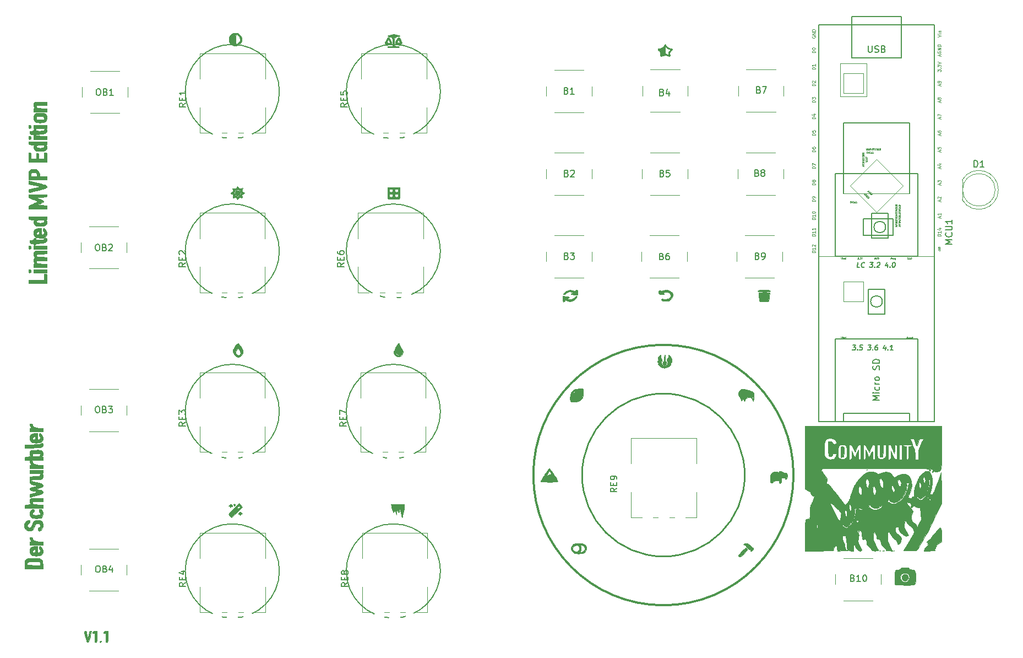
<source format=gbr>
%TF.GenerationSoftware,KiCad,Pcbnew,(5.1.4-0-10_14)*%
%TF.CreationDate,2020-08-27T08:39:53+02:00*%
%TF.ProjectId,the_mvp_v1.1,7468655f-6d76-4705-9f76-312e312e6b69,1.1*%
%TF.SameCoordinates,Original*%
%TF.FileFunction,Legend,Top*%
%TF.FilePolarity,Positive*%
%FSLAX46Y46*%
G04 Gerber Fmt 4.6, Leading zero omitted, Abs format (unit mm)*
G04 Created by KiCad (PCBNEW (5.1.4-0-10_14)) date 2020-08-27 08:39:53*
%MOMM*%
%LPD*%
G04 APERTURE LIST*
%ADD10C,0.350000*%
%ADD11C,0.250000*%
%ADD12C,0.150000*%
%ADD13C,0.010000*%
%ADD14C,0.120000*%
%ADD15C,0.062500*%
%ADD16C,0.125000*%
%ADD17C,2.000000*%
%ADD18C,4.300000*%
%ADD19O,1.400000X1.400000*%
%ADD20C,1.400000*%
%ADD21C,1.800000*%
%ADD22R,1.800000X1.800000*%
%ADD23R,2.000000X2.000000*%
%ADD24C,1.300000*%
%ADD25C,1.600000*%
%ADD26R,1.600000X1.600000*%
%ADD27C,4.000000*%
G04 APERTURE END LIST*
D10*
X196786601Y-131699000D02*
G75*
G03X196786601Y-131699000I-20002601J0D01*
G01*
D11*
X189294145Y-131699000D02*
G75*
G03X189294145Y-131699000I-12510145J0D01*
G01*
D12*
X142494000Y-97282000D02*
G75*
G03X142494000Y-97282000I-7239000J0D01*
G01*
X142494000Y-146431000D02*
G75*
G03X142494000Y-146431000I-7239000J0D01*
G01*
X142494000Y-121920000D02*
G75*
G03X142494000Y-121920000I-7239000J0D01*
G01*
X142494000Y-72771000D02*
G75*
G03X142494000Y-72771000I-7239000J0D01*
G01*
X117729000Y-146431000D02*
G75*
G03X117729000Y-146431000I-7239000J0D01*
G01*
X117729000Y-121920000D02*
G75*
G03X117729000Y-121920000I-7239000J0D01*
G01*
X117729000Y-97282000D02*
G75*
G03X117729000Y-97282000I-7239000J0D01*
G01*
X117729000Y-72771000D02*
G75*
G03X117729000Y-72771000I-7239000J0D01*
G01*
D13*
G36*
X88743410Y-155626018D02*
G01*
X88790799Y-155670270D01*
X88799008Y-155777390D01*
X88766901Y-155974675D01*
X88693340Y-156289425D01*
X88617438Y-156590862D01*
X88505457Y-156990825D01*
X88408562Y-157242009D01*
X88318662Y-157363376D01*
X88280603Y-157380287D01*
X88139094Y-157349402D01*
X88098697Y-157295757D01*
X88050856Y-157133352D01*
X87981841Y-156870878D01*
X87903051Y-156555435D01*
X87825887Y-156234122D01*
X87761747Y-155954037D01*
X87722031Y-155762280D01*
X87714667Y-155709060D01*
X87784810Y-155632345D01*
X87869345Y-155617333D01*
X87954910Y-155647423D01*
X88023287Y-155758263D01*
X88087551Y-155980708D01*
X88147376Y-156273500D01*
X88270730Y-156929667D01*
X88385675Y-156273500D01*
X88451453Y-155936014D01*
X88511648Y-155735245D01*
X88579366Y-155639613D01*
X88657977Y-155617333D01*
X88743410Y-155626018D01*
X88743410Y-155626018D01*
G37*
X88743410Y-155626018D02*
X88790799Y-155670270D01*
X88799008Y-155777390D01*
X88766901Y-155974675D01*
X88693340Y-156289425D01*
X88617438Y-156590862D01*
X88505457Y-156990825D01*
X88408562Y-157242009D01*
X88318662Y-157363376D01*
X88280603Y-157380287D01*
X88139094Y-157349402D01*
X88098697Y-157295757D01*
X88050856Y-157133352D01*
X87981841Y-156870878D01*
X87903051Y-156555435D01*
X87825887Y-156234122D01*
X87761747Y-155954037D01*
X87722031Y-155762280D01*
X87714667Y-155709060D01*
X87784810Y-155632345D01*
X87869345Y-155617333D01*
X87954910Y-155647423D01*
X88023287Y-155758263D01*
X88087551Y-155980708D01*
X88147376Y-156273500D01*
X88270730Y-156929667D01*
X88385675Y-156273500D01*
X88451453Y-155936014D01*
X88511648Y-155735245D01*
X88579366Y-155639613D01*
X88657977Y-155617333D01*
X88743410Y-155626018D01*
G36*
X89662000Y-156506333D02*
G01*
X89659877Y-156902928D01*
X89649706Y-157160143D01*
X89625784Y-157307917D01*
X89582410Y-157376188D01*
X89513880Y-157394893D01*
X89492667Y-157395333D01*
X89412342Y-157382644D01*
X89362372Y-157323131D01*
X89335637Y-157184624D01*
X89325015Y-156934954D01*
X89323334Y-156630354D01*
X89321457Y-156270168D01*
X89311068Y-156050883D01*
X89285028Y-155944071D01*
X89236200Y-155921306D01*
X89157445Y-155954161D01*
X89154000Y-155956000D01*
X89022170Y-156003625D01*
X88984715Y-155938736D01*
X88984667Y-155933579D01*
X89059909Y-155749919D01*
X89259291Y-155638118D01*
X89424934Y-155617333D01*
X89662000Y-155617333D01*
X89662000Y-156506333D01*
X89662000Y-156506333D01*
G37*
X89662000Y-156506333D02*
X89659877Y-156902928D01*
X89649706Y-157160143D01*
X89625784Y-157307917D01*
X89582410Y-157376188D01*
X89513880Y-157394893D01*
X89492667Y-157395333D01*
X89412342Y-157382644D01*
X89362372Y-157323131D01*
X89335637Y-157184624D01*
X89325015Y-156934954D01*
X89323334Y-156630354D01*
X89321457Y-156270168D01*
X89311068Y-156050883D01*
X89285028Y-155944071D01*
X89236200Y-155921306D01*
X89157445Y-155954161D01*
X89154000Y-155956000D01*
X89022170Y-156003625D01*
X88984715Y-155938736D01*
X88984667Y-155933579D01*
X89059909Y-155749919D01*
X89259291Y-155638118D01*
X89424934Y-155617333D01*
X89662000Y-155617333D01*
X89662000Y-156506333D01*
G36*
X90324582Y-157209106D02*
G01*
X90339334Y-157268333D01*
X90271561Y-157380582D01*
X90212334Y-157395333D01*
X90100085Y-157327560D01*
X90085334Y-157268333D01*
X90153106Y-157156085D01*
X90212334Y-157141333D01*
X90324582Y-157209106D01*
X90324582Y-157209106D01*
G37*
X90324582Y-157209106D02*
X90339334Y-157268333D01*
X90271561Y-157380582D01*
X90212334Y-157395333D01*
X90100085Y-157327560D01*
X90085334Y-157268333D01*
X90153106Y-157156085D01*
X90212334Y-157141333D01*
X90324582Y-157209106D01*
G36*
X91355334Y-156506333D02*
G01*
X91353210Y-156902928D01*
X91343039Y-157160143D01*
X91319118Y-157307917D01*
X91275743Y-157376188D01*
X91207213Y-157394893D01*
X91186000Y-157395333D01*
X91105675Y-157382644D01*
X91055706Y-157323131D01*
X91028970Y-157184624D01*
X91018348Y-156934954D01*
X91016667Y-156630354D01*
X91014790Y-156270168D01*
X91004401Y-156050883D01*
X90978361Y-155944071D01*
X90929533Y-155921306D01*
X90850778Y-155954161D01*
X90847334Y-155956000D01*
X90715503Y-156003625D01*
X90678049Y-155938736D01*
X90678000Y-155933579D01*
X90753243Y-155749919D01*
X90952624Y-155638118D01*
X91118267Y-155617333D01*
X91355334Y-155617333D01*
X91355334Y-156506333D01*
X91355334Y-156506333D01*
G37*
X91355334Y-156506333D02*
X91353210Y-156902928D01*
X91343039Y-157160143D01*
X91319118Y-157307917D01*
X91275743Y-157376188D01*
X91207213Y-157394893D01*
X91186000Y-157395333D01*
X91105675Y-157382644D01*
X91055706Y-157323131D01*
X91028970Y-157184624D01*
X91018348Y-156934954D01*
X91016667Y-156630354D01*
X91014790Y-156270168D01*
X91004401Y-156050883D01*
X90978361Y-155944071D01*
X90929533Y-155921306D01*
X90850778Y-155954161D01*
X90847334Y-155956000D01*
X90715503Y-156003625D01*
X90678049Y-155938736D01*
X90678000Y-155933579D01*
X90753243Y-155749919D01*
X90952624Y-155638118D01*
X91118267Y-155617333D01*
X91355334Y-155617333D01*
X91355334Y-156506333D01*
G36*
X214264185Y-145886688D02*
G01*
X214449216Y-145911817D01*
X214544940Y-145966650D01*
X214587667Y-146050000D01*
X214673932Y-146170713D01*
X214859805Y-146217565D01*
X214953206Y-146220630D01*
X215183794Y-146230949D01*
X215342065Y-146277806D01*
X215442893Y-146388434D01*
X215501152Y-146590069D01*
X215531714Y-146909946D01*
X215547445Y-147308738D01*
X215561818Y-147747688D01*
X215559865Y-148073197D01*
X215520147Y-148302158D01*
X215421224Y-148451466D01*
X215241656Y-148538016D01*
X214960004Y-148578700D01*
X214554828Y-148590415D01*
X214004689Y-148590053D01*
X213921466Y-148590000D01*
X213439715Y-148586886D01*
X213018007Y-148578254D01*
X212685010Y-148565168D01*
X212469395Y-148548691D01*
X212400445Y-148533555D01*
X212368545Y-148417750D01*
X212348762Y-148174213D01*
X212340258Y-147844052D01*
X212342194Y-147468373D01*
X212344664Y-147386980D01*
X213203813Y-147386980D01*
X213241636Y-147653551D01*
X213434370Y-147915384D01*
X213438154Y-147919179D01*
X213731409Y-148121021D01*
X214032383Y-148156323D01*
X214327673Y-148024532D01*
X214405970Y-147959043D01*
X214585952Y-147698429D01*
X214637106Y-147405859D01*
X214573499Y-147122709D01*
X214409199Y-146890351D01*
X214158275Y-146750162D01*
X213987166Y-146727333D01*
X213673490Y-146755357D01*
X213468905Y-146857748D01*
X213319790Y-147061987D01*
X213314535Y-147072055D01*
X213203813Y-147386980D01*
X212344664Y-147386980D01*
X212353730Y-147088281D01*
X212374029Y-146744884D01*
X212402250Y-146479286D01*
X212437555Y-146332596D01*
X212445600Y-146320933D01*
X212592779Y-146253788D01*
X212823158Y-146220214D01*
X212865955Y-146219333D01*
X213119865Y-146186002D01*
X213261749Y-146073264D01*
X213275334Y-146050000D01*
X213348929Y-145958357D01*
X213474681Y-145906732D01*
X213694992Y-145884481D01*
X213949940Y-145880667D01*
X214264185Y-145886688D01*
X214264185Y-145886688D01*
G37*
X214264185Y-145886688D02*
X214449216Y-145911817D01*
X214544940Y-145966650D01*
X214587667Y-146050000D01*
X214673932Y-146170713D01*
X214859805Y-146217565D01*
X214953206Y-146220630D01*
X215183794Y-146230949D01*
X215342065Y-146277806D01*
X215442893Y-146388434D01*
X215501152Y-146590069D01*
X215531714Y-146909946D01*
X215547445Y-147308738D01*
X215561818Y-147747688D01*
X215559865Y-148073197D01*
X215520147Y-148302158D01*
X215421224Y-148451466D01*
X215241656Y-148538016D01*
X214960004Y-148578700D01*
X214554828Y-148590415D01*
X214004689Y-148590053D01*
X213921466Y-148590000D01*
X213439715Y-148586886D01*
X213018007Y-148578254D01*
X212685010Y-148565168D01*
X212469395Y-148548691D01*
X212400445Y-148533555D01*
X212368545Y-148417750D01*
X212348762Y-148174213D01*
X212340258Y-147844052D01*
X212342194Y-147468373D01*
X212344664Y-147386980D01*
X213203813Y-147386980D01*
X213241636Y-147653551D01*
X213434370Y-147915384D01*
X213438154Y-147919179D01*
X213731409Y-148121021D01*
X214032383Y-148156323D01*
X214327673Y-148024532D01*
X214405970Y-147959043D01*
X214585952Y-147698429D01*
X214637106Y-147405859D01*
X214573499Y-147122709D01*
X214409199Y-146890351D01*
X214158275Y-146750162D01*
X213987166Y-146727333D01*
X213673490Y-146755357D01*
X213468905Y-146857748D01*
X213319790Y-147061987D01*
X213314535Y-147072055D01*
X213203813Y-147386980D01*
X212344664Y-147386980D01*
X212353730Y-147088281D01*
X212374029Y-146744884D01*
X212402250Y-146479286D01*
X212437555Y-146332596D01*
X212445600Y-146320933D01*
X212592779Y-146253788D01*
X212823158Y-146220214D01*
X212865955Y-146219333D01*
X213119865Y-146186002D01*
X213261749Y-146073264D01*
X213275334Y-146050000D01*
X213348929Y-145958357D01*
X213474681Y-145906732D01*
X213694992Y-145884481D01*
X213949940Y-145880667D01*
X214264185Y-145886688D01*
G36*
X80332032Y-144444157D02*
G01*
X80615769Y-144456984D01*
X80805741Y-144486345D01*
X80939716Y-144538776D01*
X81055460Y-144620806D01*
X81081434Y-144642792D01*
X81207857Y-144770638D01*
X81283562Y-144917401D01*
X81325626Y-145134270D01*
X81349710Y-145447126D01*
X81383776Y-146050000D01*
X78570667Y-146050000D01*
X78570667Y-145453485D01*
X78573269Y-145340700D01*
X78909334Y-145340700D01*
X78914223Y-145425323D01*
X78947657Y-145482120D01*
X79037783Y-145516639D01*
X79212748Y-145534427D01*
X79500701Y-145541031D01*
X79929790Y-145542000D01*
X80952062Y-145542000D01*
X80925531Y-145266833D01*
X80899000Y-144991667D01*
X80022361Y-144967441D01*
X79563616Y-144962868D01*
X79248168Y-144984536D01*
X79050926Y-145040861D01*
X78946794Y-145140258D01*
X78910679Y-145291142D01*
X78909334Y-145340700D01*
X78573269Y-145340700D01*
X78578271Y-145123939D01*
X78610064Y-144911246D01*
X78679518Y-144763262D01*
X78778485Y-144649151D01*
X78880837Y-144557610D01*
X78993087Y-144497771D01*
X79151897Y-144462942D01*
X79393928Y-144446429D01*
X79755843Y-144441538D01*
X79916764Y-144441333D01*
X80332032Y-144444157D01*
X80332032Y-144444157D01*
G37*
X80332032Y-144444157D02*
X80615769Y-144456984D01*
X80805741Y-144486345D01*
X80939716Y-144538776D01*
X81055460Y-144620806D01*
X81081434Y-144642792D01*
X81207857Y-144770638D01*
X81283562Y-144917401D01*
X81325626Y-145134270D01*
X81349710Y-145447126D01*
X81383776Y-146050000D01*
X78570667Y-146050000D01*
X78570667Y-145453485D01*
X78573269Y-145340700D01*
X78909334Y-145340700D01*
X78914223Y-145425323D01*
X78947657Y-145482120D01*
X79037783Y-145516639D01*
X79212748Y-145534427D01*
X79500701Y-145541031D01*
X79929790Y-145542000D01*
X80952062Y-145542000D01*
X80925531Y-145266833D01*
X80899000Y-144991667D01*
X80022361Y-144967441D01*
X79563616Y-144962868D01*
X79248168Y-144984536D01*
X79050926Y-145040861D01*
X78946794Y-145140258D01*
X78910679Y-145291142D01*
X78909334Y-145340700D01*
X78573269Y-145340700D01*
X78578271Y-145123939D01*
X78610064Y-144911246D01*
X78679518Y-144763262D01*
X78778485Y-144649151D01*
X78880837Y-144557610D01*
X78993087Y-144497771D01*
X79151897Y-144462942D01*
X79393928Y-144446429D01*
X79755843Y-144441538D01*
X79916764Y-144441333D01*
X80332032Y-144444157D01*
G36*
X189542577Y-142933309D02*
G01*
X189591214Y-142976166D01*
X189648554Y-143051248D01*
X189650324Y-143136427D01*
X189581015Y-143261468D01*
X189425115Y-143456137D01*
X189217377Y-143693572D01*
X188887450Y-144034066D01*
X188632647Y-144225468D01*
X188450358Y-144269122D01*
X188337974Y-144166373D01*
X188331258Y-144150142D01*
X188312903Y-144053212D01*
X188347337Y-143945898D01*
X188453356Y-143802542D01*
X188649753Y-143597482D01*
X188938952Y-143320467D01*
X189192993Y-143086180D01*
X189357582Y-142954482D01*
X189463763Y-142908987D01*
X189542577Y-142933309D01*
X189542577Y-142933309D01*
G37*
X189542577Y-142933309D02*
X189591214Y-142976166D01*
X189648554Y-143051248D01*
X189650324Y-143136427D01*
X189581015Y-143261468D01*
X189425115Y-143456137D01*
X189217377Y-143693572D01*
X188887450Y-144034066D01*
X188632647Y-144225468D01*
X188450358Y-144269122D01*
X188337974Y-144166373D01*
X188331258Y-144150142D01*
X188312903Y-144053212D01*
X188347337Y-143945898D01*
X188453356Y-143802542D01*
X188649753Y-143597482D01*
X188938952Y-143320467D01*
X189192993Y-143086180D01*
X189357582Y-142954482D01*
X189463763Y-142908987D01*
X189542577Y-142933309D01*
G36*
X80518000Y-143086667D02*
G01*
X80522482Y-143368207D01*
X80546972Y-143520210D01*
X80608038Y-143582439D01*
X80722248Y-143594655D01*
X80729667Y-143594667D01*
X80891150Y-143559341D01*
X80940602Y-143422039D01*
X80941334Y-143387997D01*
X80910116Y-143208724D01*
X80856667Y-143129000D01*
X80794885Y-143014154D01*
X80772000Y-142835596D01*
X80792128Y-142667358D01*
X80875570Y-142626543D01*
X80943924Y-142639478D01*
X81162088Y-142775208D01*
X81306885Y-143016944D01*
X81369427Y-143314118D01*
X81340828Y-143616160D01*
X81212200Y-143872501D01*
X81168710Y-143918575D01*
X81038698Y-144016022D01*
X80875627Y-144072184D01*
X80631695Y-144097531D01*
X80328188Y-144102667D01*
X79994154Y-144097875D01*
X79783153Y-144075118D01*
X79648971Y-144021824D01*
X79545395Y-143925422D01*
X79508145Y-143879582D01*
X79373303Y-143594033D01*
X79345982Y-143361833D01*
X79771543Y-143361833D01*
X79774883Y-143530732D01*
X79869150Y-143589837D01*
X79962043Y-143594667D01*
X80115821Y-143569230D01*
X80173198Y-143458466D01*
X80179334Y-143334778D01*
X80160463Y-143154375D01*
X80079477Y-143096680D01*
X79988834Y-143101945D01*
X79830997Y-143183181D01*
X79771543Y-143361833D01*
X79345982Y-143361833D01*
X79332690Y-143248871D01*
X79385260Y-142963460D01*
X79526305Y-142797964D01*
X79778738Y-142663587D01*
X80084671Y-142587095D01*
X80217462Y-142578667D01*
X80518000Y-142578667D01*
X80518000Y-143086667D01*
X80518000Y-143086667D01*
G37*
X80518000Y-143086667D02*
X80522482Y-143368207D01*
X80546972Y-143520210D01*
X80608038Y-143582439D01*
X80722248Y-143594655D01*
X80729667Y-143594667D01*
X80891150Y-143559341D01*
X80940602Y-143422039D01*
X80941334Y-143387997D01*
X80910116Y-143208724D01*
X80856667Y-143129000D01*
X80794885Y-143014154D01*
X80772000Y-142835596D01*
X80792128Y-142667358D01*
X80875570Y-142626543D01*
X80943924Y-142639478D01*
X81162088Y-142775208D01*
X81306885Y-143016944D01*
X81369427Y-143314118D01*
X81340828Y-143616160D01*
X81212200Y-143872501D01*
X81168710Y-143918575D01*
X81038698Y-144016022D01*
X80875627Y-144072184D01*
X80631695Y-144097531D01*
X80328188Y-144102667D01*
X79994154Y-144097875D01*
X79783153Y-144075118D01*
X79648971Y-144021824D01*
X79545395Y-143925422D01*
X79508145Y-143879582D01*
X79373303Y-143594033D01*
X79345982Y-143361833D01*
X79771543Y-143361833D01*
X79774883Y-143530732D01*
X79869150Y-143589837D01*
X79962043Y-143594667D01*
X80115821Y-143569230D01*
X80173198Y-143458466D01*
X80179334Y-143334778D01*
X80160463Y-143154375D01*
X80079477Y-143096680D01*
X79988834Y-143101945D01*
X79830997Y-143183181D01*
X79771543Y-143361833D01*
X79345982Y-143361833D01*
X79332690Y-143248871D01*
X79385260Y-142963460D01*
X79526305Y-142797964D01*
X79778738Y-142663587D01*
X80084671Y-142587095D01*
X80217462Y-142578667D01*
X80518000Y-142578667D01*
X80518000Y-143086667D01*
G36*
X163949406Y-142162609D02*
G01*
X164262683Y-142195189D01*
X164449400Y-142249909D01*
X164743641Y-142478013D01*
X164901408Y-142769917D01*
X164916079Y-143089740D01*
X164781032Y-143401604D01*
X164683180Y-143516513D01*
X164546887Y-143640781D01*
X164413214Y-143714607D01*
X164233464Y-143751020D01*
X163958945Y-143763052D01*
X163758359Y-143764000D01*
X163414990Y-143759874D01*
X163191718Y-143738386D01*
X163039344Y-143685870D01*
X162908674Y-143588661D01*
X162820513Y-143503487D01*
X162645994Y-143278741D01*
X162562320Y-143065876D01*
X162560000Y-143033616D01*
X162587958Y-142899811D01*
X162832931Y-142899811D01*
X162855234Y-143116497D01*
X162998092Y-143314043D01*
X163224587Y-143480341D01*
X163452328Y-143481299D01*
X163661870Y-143356717D01*
X163811807Y-143142714D01*
X163845511Y-142881815D01*
X163757419Y-142644776D01*
X163721143Y-142602857D01*
X163498848Y-142487225D01*
X163237127Y-142494612D01*
X163006737Y-142619455D01*
X162967283Y-142662130D01*
X162832931Y-142899811D01*
X162587958Y-142899811D01*
X162627022Y-142712862D01*
X162801215Y-142428560D01*
X162848307Y-142392072D01*
X163919034Y-142392072D01*
X164051277Y-142657159D01*
X164135548Y-142898625D01*
X164110444Y-143127807D01*
X164091427Y-143186423D01*
X164021892Y-143393436D01*
X164015745Y-143485674D01*
X164084028Y-143509402D01*
X164168667Y-143510000D01*
X164352981Y-143452537D01*
X164507334Y-143340667D01*
X164657116Y-143097833D01*
X164654228Y-142851573D01*
X164511561Y-142634001D01*
X164242007Y-142477234D01*
X164149684Y-142449633D01*
X163919034Y-142392072D01*
X162848307Y-142392072D01*
X163023301Y-142256483D01*
X163263315Y-142193563D01*
X163594150Y-142162169D01*
X163949406Y-142162609D01*
X163949406Y-142162609D01*
G37*
X163949406Y-142162609D02*
X164262683Y-142195189D01*
X164449400Y-142249909D01*
X164743641Y-142478013D01*
X164901408Y-142769917D01*
X164916079Y-143089740D01*
X164781032Y-143401604D01*
X164683180Y-143516513D01*
X164546887Y-143640781D01*
X164413214Y-143714607D01*
X164233464Y-143751020D01*
X163958945Y-143763052D01*
X163758359Y-143764000D01*
X163414990Y-143759874D01*
X163191718Y-143738386D01*
X163039344Y-143685870D01*
X162908674Y-143588661D01*
X162820513Y-143503487D01*
X162645994Y-143278741D01*
X162562320Y-143065876D01*
X162560000Y-143033616D01*
X162587958Y-142899811D01*
X162832931Y-142899811D01*
X162855234Y-143116497D01*
X162998092Y-143314043D01*
X163224587Y-143480341D01*
X163452328Y-143481299D01*
X163661870Y-143356717D01*
X163811807Y-143142714D01*
X163845511Y-142881815D01*
X163757419Y-142644776D01*
X163721143Y-142602857D01*
X163498848Y-142487225D01*
X163237127Y-142494612D01*
X163006737Y-142619455D01*
X162967283Y-142662130D01*
X162832931Y-142899811D01*
X162587958Y-142899811D01*
X162627022Y-142712862D01*
X162801215Y-142428560D01*
X162848307Y-142392072D01*
X163919034Y-142392072D01*
X164051277Y-142657159D01*
X164135548Y-142898625D01*
X164110444Y-143127807D01*
X164091427Y-143186423D01*
X164021892Y-143393436D01*
X164015745Y-143485674D01*
X164084028Y-143509402D01*
X164168667Y-143510000D01*
X164352981Y-143452537D01*
X164507334Y-143340667D01*
X164657116Y-143097833D01*
X164654228Y-142851573D01*
X164511561Y-142634001D01*
X164242007Y-142477234D01*
X164149684Y-142449633D01*
X163919034Y-142392072D01*
X162848307Y-142392072D01*
X163023301Y-142256483D01*
X163263315Y-142193563D01*
X163594150Y-142162169D01*
X163949406Y-142162609D01*
G36*
X189706063Y-142197661D02*
G01*
X189863416Y-142264527D01*
X190098458Y-142429878D01*
X190278517Y-142645285D01*
X190288113Y-142662907D01*
X190396240Y-142823474D01*
X190487211Y-142880175D01*
X190497756Y-142876387D01*
X190599120Y-142859521D01*
X190627802Y-142947328D01*
X190584313Y-143091784D01*
X190494112Y-143219934D01*
X190307220Y-143385498D01*
X190187354Y-143419382D01*
X190151307Y-143361833D01*
X190152092Y-143232477D01*
X190093598Y-143153556D01*
X190013952Y-143114028D01*
X189825663Y-143010064D01*
X189639441Y-142853314D01*
X189510681Y-142695505D01*
X189484000Y-142619180D01*
X189415497Y-142511639D01*
X189293500Y-142432495D01*
X189103000Y-142345114D01*
X189338076Y-142235612D01*
X189527156Y-142173070D01*
X189706063Y-142197661D01*
X189706063Y-142197661D01*
G37*
X189706063Y-142197661D02*
X189863416Y-142264527D01*
X190098458Y-142429878D01*
X190278517Y-142645285D01*
X190288113Y-142662907D01*
X190396240Y-142823474D01*
X190487211Y-142880175D01*
X190497756Y-142876387D01*
X190599120Y-142859521D01*
X190627802Y-142947328D01*
X190584313Y-143091784D01*
X190494112Y-143219934D01*
X190307220Y-143385498D01*
X190187354Y-143419382D01*
X190151307Y-143361833D01*
X190152092Y-143232477D01*
X190093598Y-143153556D01*
X190013952Y-143114028D01*
X189825663Y-143010064D01*
X189639441Y-142853314D01*
X189510681Y-142695505D01*
X189484000Y-142619180D01*
X189415497Y-142511639D01*
X189293500Y-142432495D01*
X189103000Y-142345114D01*
X189338076Y-142235612D01*
X189527156Y-142173070D01*
X189706063Y-142197661D01*
G36*
X219540667Y-127389096D02*
G01*
X219540408Y-128219448D01*
X219539054Y-128897447D01*
X219535744Y-129440072D01*
X219529612Y-129864304D01*
X219519797Y-130187122D01*
X219505434Y-130425507D01*
X219485660Y-130596438D01*
X219459612Y-130716896D01*
X219426427Y-130803860D01*
X219385240Y-130874310D01*
X219361740Y-130908140D01*
X219209110Y-131069152D01*
X219077316Y-131117686D01*
X219065406Y-131114367D01*
X218962378Y-131117637D01*
X218948000Y-131151324D01*
X218879662Y-131214446D01*
X218726125Y-131230935D01*
X218564607Y-131202063D01*
X218479202Y-131143600D01*
X218395073Y-131124361D01*
X218311795Y-131206967D01*
X218194952Y-131308445D01*
X218130757Y-131272796D01*
X218152926Y-131131166D01*
X218176416Y-131081908D01*
X218191453Y-131021667D01*
X218778667Y-131021667D01*
X218821000Y-131064000D01*
X218863334Y-131021667D01*
X218821000Y-130979333D01*
X218778667Y-131021667D01*
X218191453Y-131021667D01*
X218215012Y-130927292D01*
X218120077Y-130785152D01*
X218098609Y-130765201D01*
X217977826Y-130667487D01*
X217936025Y-130687153D01*
X217932000Y-130754544D01*
X217887619Y-130875356D01*
X217842337Y-130894667D01*
X217791771Y-130946536D01*
X217805000Y-130979333D01*
X217803465Y-131057577D01*
X217776722Y-131064000D01*
X217684828Y-130996916D01*
X217622056Y-130858931D01*
X217630492Y-130744942D01*
X217633674Y-130741437D01*
X217674271Y-130763067D01*
X217678000Y-130800885D01*
X217730243Y-130861593D01*
X217771706Y-130846747D01*
X217816995Y-130772941D01*
X217746968Y-130716086D01*
X217615547Y-130698826D01*
X217497200Y-130731470D01*
X217344074Y-130762432D01*
X217296549Y-130724603D01*
X217201000Y-130707926D01*
X216936310Y-130693230D01*
X216502661Y-130680517D01*
X215900234Y-130669789D01*
X215129210Y-130661047D01*
X214189770Y-130654293D01*
X213082097Y-130649529D01*
X211806370Y-130646756D01*
X210362772Y-130645977D01*
X209248034Y-130646623D01*
X201252581Y-130654498D01*
X201117785Y-130838082D01*
X200998208Y-131000940D01*
X201093294Y-131069331D01*
X201222910Y-131188759D01*
X201252667Y-131273844D01*
X201315984Y-131412225D01*
X201416262Y-131507651D01*
X201557393Y-131647984D01*
X201606762Y-131745285D01*
X201693361Y-131897011D01*
X201771281Y-131971576D01*
X201881835Y-132098743D01*
X201954401Y-132255685D01*
X201968057Y-132381441D01*
X201924731Y-132418667D01*
X201886404Y-132481646D01*
X201902661Y-132554211D01*
X201888850Y-132712251D01*
X201836504Y-132772324D01*
X201765439Y-132851529D01*
X201824694Y-132898010D01*
X201888316Y-132989097D01*
X201874305Y-133032953D01*
X201878969Y-133088811D01*
X201960781Y-133069815D01*
X202021499Y-133048626D01*
X202077433Y-133050922D01*
X202147460Y-133095603D01*
X202250453Y-133201571D01*
X202405287Y-133387725D01*
X202630836Y-133672967D01*
X202874716Y-133985000D01*
X203421902Y-134682763D01*
X203873660Y-135253025D01*
X204228674Y-135694164D01*
X204485626Y-136004559D01*
X204643199Y-136182588D01*
X204697487Y-136228667D01*
X204805499Y-136164539D01*
X204953711Y-136017000D01*
X210650667Y-136017000D01*
X210693000Y-136059333D01*
X210735334Y-136017000D01*
X210693000Y-135974667D01*
X210650667Y-136017000D01*
X204953711Y-136017000D01*
X204969463Y-136001320D01*
X205126321Y-135815923D01*
X211250104Y-135815923D01*
X211297563Y-135860091D01*
X211333335Y-135844369D01*
X211460458Y-135848912D01*
X211566169Y-135912991D01*
X211883022Y-136097303D01*
X212242266Y-136127820D01*
X212658616Y-136005275D01*
X212683678Y-135993662D01*
X213661537Y-135993662D01*
X213665008Y-136025797D01*
X213727094Y-135982186D01*
X213769466Y-135939539D01*
X214122000Y-135939539D01*
X214174657Y-136020377D01*
X214315911Y-136196141D01*
X214520691Y-136436245D01*
X214645459Y-136578062D01*
X215168917Y-137167047D01*
X215026040Y-137565690D01*
X214917097Y-137986220D01*
X214893562Y-138371833D01*
X214951285Y-138689482D01*
X215086117Y-138906120D01*
X215202891Y-138974057D01*
X215457043Y-139117404D01*
X215649517Y-139338264D01*
X215730443Y-139578395D01*
X215730667Y-139590409D01*
X215732836Y-139713288D01*
X215749008Y-139762013D01*
X215793680Y-139719138D01*
X215881351Y-139567219D01*
X216026519Y-139288810D01*
X216099709Y-139146347D01*
X216405741Y-138550360D01*
X216308266Y-137618113D01*
X216210792Y-136685867D01*
X215932607Y-136685867D01*
X215688013Y-136643752D01*
X215499048Y-136545255D01*
X215381922Y-136459147D01*
X215271719Y-136464759D01*
X215097328Y-136566245D01*
X215093184Y-136568962D01*
X214923432Y-136671056D01*
X214840397Y-136677722D01*
X214793241Y-136592282D01*
X214791960Y-136588647D01*
X214800469Y-136440333D01*
X214968667Y-136440333D01*
X215011000Y-136482667D01*
X215053334Y-136440333D01*
X215011000Y-136398000D01*
X214968667Y-136440333D01*
X214800469Y-136440333D01*
X214802136Y-136411296D01*
X214851922Y-136333316D01*
X214911421Y-136229463D01*
X214848114Y-136110920D01*
X214796310Y-136056309D01*
X214732135Y-136017000D01*
X214799334Y-136017000D01*
X214841667Y-136059333D01*
X214884000Y-136017000D01*
X214841667Y-135974667D01*
X214799334Y-136017000D01*
X214732135Y-136017000D01*
X214650370Y-135966917D01*
X214452189Y-135905297D01*
X214261781Y-135881842D01*
X214139159Y-135906945D01*
X214122000Y-135939539D01*
X213769466Y-135939539D01*
X213876737Y-135831575D01*
X214043196Y-135623619D01*
X214059145Y-135601186D01*
X214159130Y-135447671D01*
X214155659Y-135415536D01*
X214093573Y-135459147D01*
X213943930Y-135609758D01*
X213777471Y-135817714D01*
X213761522Y-135840147D01*
X213661537Y-135993662D01*
X212683678Y-135993662D01*
X212732340Y-135971114D01*
X213191128Y-135666160D01*
X213609819Y-135233356D01*
X213960868Y-134713720D01*
X214216730Y-134148271D01*
X214349860Y-133578025D01*
X214351860Y-133559436D01*
X214390583Y-133293899D01*
X214439285Y-133104527D01*
X214472768Y-133046187D01*
X214547023Y-132946954D01*
X214478809Y-132866282D01*
X214342725Y-132842000D01*
X214167140Y-132889290D01*
X214091382Y-132969000D01*
X214089623Y-133078021D01*
X214124657Y-133096000D01*
X214187606Y-133171258D01*
X214202678Y-133374239D01*
X214171574Y-133670751D01*
X214095994Y-134026603D01*
X214074414Y-134106445D01*
X213884234Y-134582097D01*
X213603251Y-135025947D01*
X213259917Y-135409490D01*
X212882688Y-135704217D01*
X212500018Y-135881622D01*
X212263749Y-135920470D01*
X211953159Y-135878244D01*
X211693148Y-135753320D01*
X211528677Y-135573566D01*
X211494333Y-135443548D01*
X211486645Y-135319439D01*
X211450557Y-135332901D01*
X211370334Y-135466667D01*
X211275581Y-135672317D01*
X211250104Y-135815923D01*
X205126321Y-135815923D01*
X205154384Y-135782755D01*
X205325265Y-135552590D01*
X205447112Y-135354570D01*
X205486000Y-135242995D01*
X205526141Y-134959589D01*
X205635380Y-134574178D01*
X205796945Y-134130703D01*
X205893465Y-133906635D01*
X206766607Y-133906635D01*
X206801876Y-134204930D01*
X206871524Y-134483029D01*
X206966474Y-134693270D01*
X207077649Y-134787989D01*
X207092442Y-134789333D01*
X207184848Y-134718866D01*
X207270463Y-134560669D01*
X207311207Y-134337855D01*
X207295198Y-134079233D01*
X207271156Y-133974032D01*
X208973940Y-133974032D01*
X209001949Y-134259897D01*
X209067732Y-134499799D01*
X209085017Y-134536655D01*
X209217405Y-134725141D01*
X209327731Y-134749096D01*
X209407955Y-134612740D01*
X209448494Y-134345852D01*
X209438236Y-134057905D01*
X209381453Y-133773908D01*
X209293426Y-133537470D01*
X209189435Y-133392205D01*
X209106705Y-133370364D01*
X209027303Y-133476295D01*
X208982720Y-133695175D01*
X208973940Y-133974032D01*
X207271156Y-133974032D01*
X207235749Y-133819103D01*
X207146173Y-133591763D01*
X207039785Y-133431514D01*
X206929898Y-133372655D01*
X206835510Y-133440111D01*
X206774793Y-133635808D01*
X206766607Y-133906635D01*
X205893465Y-133906635D01*
X205994063Y-133673103D01*
X206209961Y-133245318D01*
X206322352Y-133052043D01*
X206466715Y-132844811D01*
X207890170Y-132844811D01*
X207921725Y-133132358D01*
X207987846Y-133386324D01*
X208083946Y-133558173D01*
X208175200Y-133604000D01*
X208254847Y-133545062D01*
X208331474Y-133455833D01*
X208415220Y-133251440D01*
X208431432Y-132988197D01*
X208399761Y-132771678D01*
X209987812Y-132771678D01*
X210061663Y-133114310D01*
X210164768Y-133378347D01*
X210295229Y-133571276D01*
X210424250Y-133656635D01*
X210481645Y-133646140D01*
X210549526Y-133538942D01*
X210555317Y-133520516D01*
X211837509Y-133520516D01*
X211841390Y-133760362D01*
X211890441Y-134004705D01*
X211976364Y-134190052D01*
X212082311Y-134323769D01*
X212154566Y-134325666D01*
X212230364Y-134235042D01*
X212322253Y-134062435D01*
X212344000Y-133966098D01*
X212305330Y-133764922D01*
X212210538Y-133541830D01*
X212091454Y-133356039D01*
X211979908Y-133266763D01*
X211967320Y-133265333D01*
X211879314Y-133337921D01*
X211837509Y-133520516D01*
X210555317Y-133520516D01*
X210606991Y-133356114D01*
X210617554Y-133066402D01*
X210555790Y-132733874D01*
X210551668Y-132723151D01*
X212814135Y-132723151D01*
X212814540Y-132771359D01*
X212851834Y-133065307D01*
X212940507Y-133288474D01*
X213057683Y-133420833D01*
X213180491Y-133442353D01*
X213286055Y-133333007D01*
X213326150Y-133219342D01*
X213336171Y-132978963D01*
X213273998Y-132723144D01*
X213162599Y-132507100D01*
X213024941Y-132386045D01*
X212975481Y-132376333D01*
X212873569Y-132400735D01*
X212825546Y-132502208D01*
X212814135Y-132723151D01*
X210551668Y-132723151D01*
X210441279Y-132436039D01*
X210336659Y-132286087D01*
X210220807Y-132192925D01*
X210136772Y-132231970D01*
X210084897Y-132298460D01*
X209992182Y-132503492D01*
X209987812Y-132771678D01*
X208399761Y-132771678D01*
X208391056Y-132712172D01*
X208305038Y-132469434D01*
X208184325Y-132306050D01*
X208048765Y-132266036D01*
X207949103Y-132363115D01*
X207897767Y-132572218D01*
X207890170Y-132844811D01*
X206466715Y-132844811D01*
X206690271Y-132523899D01*
X207104406Y-132045370D01*
X207531970Y-131649478D01*
X207940174Y-131369241D01*
X208045854Y-131316307D01*
X208494200Y-131178331D01*
X208942350Y-131155791D01*
X209346382Y-131245074D01*
X209662370Y-131442567D01*
X209669837Y-131449932D01*
X209770334Y-131533441D01*
X209874507Y-131545840D01*
X210040234Y-131483788D01*
X210169809Y-131421058D01*
X210616942Y-131238727D01*
X210997686Y-131179228D01*
X211357847Y-131238564D01*
X211524987Y-131302784D01*
X211874816Y-131522913D01*
X212052423Y-131755080D01*
X212150085Y-131943700D01*
X212209426Y-132052105D01*
X212214368Y-132059544D01*
X212292146Y-132033922D01*
X212481561Y-131946259D01*
X212744850Y-131814225D01*
X212802419Y-131784378D01*
X213229035Y-131589313D01*
X213574511Y-131503055D01*
X213882975Y-131520473D01*
X214174372Y-131624771D01*
X214527580Y-131882195D01*
X214776903Y-132259768D01*
X214915910Y-132739158D01*
X214938170Y-133302036D01*
X214892779Y-133672393D01*
X214803874Y-134056499D01*
X214680783Y-134451785D01*
X214580652Y-134703095D01*
X214472973Y-134946363D01*
X214406681Y-135117591D01*
X214395361Y-135172748D01*
X214485178Y-135202453D01*
X214671866Y-135247143D01*
X214686170Y-135250227D01*
X214880114Y-135272145D01*
X214952911Y-135225276D01*
X215693642Y-135225276D01*
X215710852Y-135260703D01*
X215798570Y-135277458D01*
X215953651Y-135375885D01*
X215965089Y-135384773D01*
X216148335Y-135511608D01*
X216295742Y-135538897D01*
X216483624Y-135471554D01*
X216577546Y-135424223D01*
X216583751Y-135419349D01*
X217257360Y-135419349D01*
X217296446Y-135424093D01*
X217300441Y-135419764D01*
X217619976Y-135419764D01*
X217647291Y-135508760D01*
X217699843Y-135610519D01*
X217763947Y-135576335D01*
X217822860Y-135499712D01*
X217895518Y-135375301D01*
X217848093Y-135322400D01*
X217802616Y-135311016D01*
X217647140Y-135312462D01*
X217619976Y-135419764D01*
X217300441Y-135419764D01*
X217378974Y-135334682D01*
X217476934Y-135176554D01*
X217505974Y-135090651D01*
X217466887Y-135085907D01*
X217384360Y-135175318D01*
X217286400Y-135333445D01*
X217257360Y-135419349D01*
X216583751Y-135419349D01*
X216812749Y-135239494D01*
X217065856Y-134937403D01*
X217303951Y-134562116D01*
X217462245Y-134237092D01*
X217525151Y-134041403D01*
X217595717Y-133751935D01*
X217666542Y-133410269D01*
X217730228Y-133057991D01*
X217779375Y-132736682D01*
X217806582Y-132487928D01*
X217804452Y-132353310D01*
X217799272Y-132343101D01*
X217717825Y-132361964D01*
X217633705Y-132420294D01*
X217553238Y-132529267D01*
X217597566Y-132590615D01*
X217641288Y-132706688D01*
X217640367Y-132943187D01*
X217601672Y-133259229D01*
X217532070Y-133613934D01*
X217438429Y-133966418D01*
X217327618Y-134275799D01*
X217306419Y-134323667D01*
X217062268Y-134760644D01*
X216796373Y-135074164D01*
X216524521Y-135255707D01*
X216262498Y-135296752D01*
X216026091Y-135188778D01*
X215919497Y-135072252D01*
X215755536Y-134847170D01*
X215711949Y-135075182D01*
X215693642Y-135225276D01*
X214952911Y-135225276D01*
X214976474Y-135210106D01*
X215011319Y-135126994D01*
X215103683Y-134996387D01*
X215190521Y-134993194D01*
X215275449Y-134983410D01*
X215303451Y-134845307D01*
X215302490Y-134766484D01*
X215330946Y-134294891D01*
X215435157Y-133737759D01*
X215598771Y-133151637D01*
X215647567Y-133019752D01*
X216075023Y-133019752D01*
X216075866Y-133265850D01*
X216107150Y-133515717D01*
X216123603Y-133586295D01*
X216201320Y-133731425D01*
X216293438Y-133727617D01*
X216368661Y-133588986D01*
X216390974Y-133465716D01*
X216383033Y-133221551D01*
X216325971Y-132984363D01*
X216238742Y-132811313D01*
X216156096Y-132757333D01*
X216102480Y-132832041D01*
X216075023Y-133019752D01*
X215647567Y-133019752D01*
X215805434Y-132593076D01*
X215982725Y-132232621D01*
X216686823Y-132232621D01*
X216697337Y-132348439D01*
X216741281Y-132512873D01*
X216783542Y-132693833D01*
X216857077Y-132880599D01*
X216947911Y-132913056D01*
X217033597Y-132785362D01*
X217041826Y-132761034D01*
X217063917Y-132537473D01*
X217029474Y-132267447D01*
X216953682Y-132028090D01*
X216874560Y-131911408D01*
X216782993Y-131882783D01*
X216721346Y-132001475D01*
X216714159Y-132028663D01*
X216686823Y-132232621D01*
X215982725Y-132232621D01*
X216038794Y-132118628D01*
X216094606Y-132027219D01*
X216392634Y-131635432D01*
X216715748Y-131335053D01*
X217039522Y-131139769D01*
X217339530Y-131063266D01*
X217591345Y-131119230D01*
X217646518Y-131157672D01*
X217860892Y-131436265D01*
X218007581Y-131842408D01*
X218083572Y-132347157D01*
X218085855Y-132921565D01*
X218011418Y-133536687D01*
X217931885Y-133900785D01*
X217855835Y-134209595D01*
X217803118Y-134446172D01*
X217782424Y-134570681D01*
X217783718Y-134580194D01*
X217866234Y-134627547D01*
X217985044Y-134690581D01*
X218064407Y-134720811D01*
X218133334Y-134702772D01*
X218207218Y-134613161D01*
X218301452Y-134428678D01*
X218431429Y-134126021D01*
X218550767Y-133834216D01*
X218740027Y-133357517D01*
X218940069Y-132836349D01*
X219122135Y-132346386D01*
X219217389Y-132080000D01*
X219498334Y-131275667D01*
X219520842Y-133626690D01*
X219543351Y-135977713D01*
X218716509Y-137733023D01*
X218377244Y-138441897D01*
X218023466Y-139160548D01*
X217664239Y-139872238D01*
X217308631Y-140560232D01*
X216965706Y-141207792D01*
X216644530Y-141798181D01*
X216354170Y-142314662D01*
X216103692Y-142740498D01*
X215902161Y-143058953D01*
X215758643Y-143253289D01*
X215697510Y-143306528D01*
X215574552Y-143320613D01*
X215321465Y-143328043D01*
X214977345Y-143328225D01*
X214649633Y-143322422D01*
X213705952Y-143298333D01*
X213969642Y-142875000D01*
X214144084Y-142591228D01*
X214305088Y-142323220D01*
X214378380Y-142197667D01*
X214481264Y-142018956D01*
X214644347Y-141737304D01*
X214842511Y-141396039D01*
X214991882Y-141139333D01*
X215215384Y-140737051D01*
X215341388Y-140465525D01*
X215368841Y-140327187D01*
X215351218Y-140309496D01*
X215255347Y-140216182D01*
X215194788Y-140055496D01*
X215063312Y-139823391D01*
X214775953Y-139595384D01*
X214438553Y-139312186D01*
X214242047Y-139024856D01*
X214132742Y-138820049D01*
X214046519Y-138698937D01*
X214024449Y-138684971D01*
X213954730Y-138758539D01*
X213880357Y-138944111D01*
X213818193Y-139185730D01*
X213785098Y-139427439D01*
X213783334Y-139485146D01*
X213833777Y-139721749D01*
X213973179Y-140045888D01*
X214122000Y-140314541D01*
X214283466Y-140593130D01*
X214403107Y-140820274D01*
X214459045Y-140953933D01*
X214460667Y-140965362D01*
X214386157Y-141023956D01*
X214202524Y-141053728D01*
X214158880Y-141054667D01*
X213844311Y-140980737D01*
X213523018Y-140785950D01*
X213239623Y-140510810D01*
X213038750Y-140195821D01*
X212971678Y-139977021D01*
X212921651Y-139744538D01*
X212845570Y-139638387D01*
X212732320Y-139615333D01*
X212512374Y-139667861D01*
X212406918Y-139833805D01*
X212405342Y-140108888D01*
X212460318Y-140366638D01*
X212569703Y-140557210D01*
X212772221Y-140733443D01*
X212949051Y-140850818D01*
X213212373Y-141090400D01*
X213329224Y-141393846D01*
X213305444Y-141779270D01*
X213280956Y-141880452D01*
X213140903Y-142180217D01*
X212979452Y-142309055D01*
X212827168Y-142363313D01*
X212773253Y-142310627D01*
X212767334Y-142202347D01*
X212699674Y-141971952D01*
X212524854Y-141716369D01*
X212285113Y-141490117D01*
X212146378Y-141400849D01*
X211996471Y-141267950D01*
X211816664Y-141034286D01*
X211661275Y-140777735D01*
X211515418Y-140514170D01*
X211421290Y-140381571D01*
X211356556Y-140358627D01*
X211298879Y-140424027D01*
X211295868Y-140429085D01*
X211252360Y-140588107D01*
X211224019Y-140861440D01*
X211216112Y-141194350D01*
X211217057Y-141247893D01*
X211230978Y-141572474D01*
X211266164Y-141823074D01*
X211339689Y-142057506D01*
X211468629Y-142333583D01*
X211623397Y-142623726D01*
X212014202Y-143340667D01*
X211438268Y-143339370D01*
X211140541Y-143329522D01*
X210983464Y-143303178D01*
X210978160Y-143264697D01*
X211030743Y-143215799D01*
X211024161Y-143150006D01*
X210940351Y-143043953D01*
X210761249Y-142874277D01*
X210496341Y-142641513D01*
X210305146Y-142431930D01*
X210232151Y-142208711D01*
X210227334Y-142106781D01*
X210191194Y-141762804D01*
X210079433Y-141565902D01*
X209887037Y-141509240D01*
X209798113Y-141521626D01*
X209624014Y-141544297D01*
X209559039Y-141476041D01*
X209550000Y-141324640D01*
X209522974Y-141113806D01*
X209454564Y-140878000D01*
X209363777Y-140659835D01*
X209269617Y-140501926D01*
X209191090Y-140446887D01*
X209166837Y-140465500D01*
X209128323Y-140598926D01*
X209090066Y-140846937D01*
X209061258Y-141144841D01*
X209046164Y-141418287D01*
X209056207Y-141627173D01*
X209105112Y-141822363D01*
X209206604Y-142054720D01*
X209374409Y-142375105D01*
X209412055Y-142444828D01*
X209580192Y-142764109D01*
X209712243Y-143030691D01*
X209790391Y-143207733D01*
X209804000Y-143255195D01*
X209727492Y-143302270D01*
X209530308Y-143333308D01*
X209344039Y-143340667D01*
X209063706Y-143329188D01*
X208909561Y-143286276D01*
X208839497Y-143199213D01*
X208835316Y-143187030D01*
X208741168Y-143047204D01*
X208558402Y-142868659D01*
X208453841Y-142784864D01*
X208201590Y-142560991D01*
X208071360Y-142328333D01*
X208027400Y-142016617D01*
X208025860Y-141943667D01*
X207990699Y-141654042D01*
X207887927Y-141515244D01*
X207710970Y-141520149D01*
X207655545Y-141542457D01*
X207532995Y-141589156D01*
X207452145Y-141575576D01*
X207397508Y-141474269D01*
X207353595Y-141257784D01*
X207308628Y-140927667D01*
X207253912Y-140559018D01*
X207200711Y-140339305D01*
X207142423Y-140248324D01*
X207088571Y-140254101D01*
X207023456Y-140227877D01*
X207008704Y-140149497D01*
X206998569Y-140081000D01*
X207094667Y-140081000D01*
X207137000Y-140123333D01*
X207179334Y-140081000D01*
X207137000Y-140038667D01*
X207094667Y-140081000D01*
X206998569Y-140081000D01*
X206993954Y-140049815D01*
X206936206Y-140108991D01*
X206929624Y-140119291D01*
X206881378Y-140256831D01*
X206889968Y-140303940D01*
X206869955Y-140397321D01*
X206846474Y-140416078D01*
X206794352Y-140391312D01*
X206796957Y-140299812D01*
X206788501Y-140178734D01*
X206707865Y-140179609D01*
X206598051Y-140284333D01*
X206631048Y-140465257D01*
X206723662Y-140619910D01*
X206797293Y-140753109D01*
X206819216Y-140903881D01*
X206791954Y-141128696D01*
X206754705Y-141314771D01*
X206688196Y-141820029D01*
X206733021Y-142227635D01*
X206895484Y-142572762D01*
X207005459Y-142713430D01*
X207202366Y-142984205D01*
X207263132Y-143185956D01*
X207187466Y-143307865D01*
X207022363Y-143340667D01*
X206738258Y-143261173D01*
X206482799Y-143043321D01*
X206287833Y-142718058D01*
X206237914Y-142578388D01*
X206166648Y-142370158D01*
X206115182Y-142309404D01*
X206068149Y-142377931D01*
X206029198Y-142556758D01*
X206003998Y-142821735D01*
X205999951Y-142938500D01*
X205994000Y-143340667D01*
X205650337Y-143340667D01*
X205435747Y-143322814D01*
X205353957Y-143274564D01*
X205359000Y-143256000D01*
X205352287Y-143177981D01*
X205321664Y-143171333D01*
X205235367Y-143225447D01*
X205232000Y-143245564D01*
X205153338Y-143278225D01*
X204941370Y-143306659D01*
X204632121Y-143327056D01*
X204393829Y-143334236D01*
X203555658Y-143348677D01*
X203496884Y-142921339D01*
X203451262Y-142678972D01*
X203398504Y-142524111D01*
X203368915Y-142494000D01*
X203242147Y-142563076D01*
X203095461Y-142730205D01*
X202969322Y-142935240D01*
X202904196Y-143118035D01*
X202906727Y-143180974D01*
X202915438Y-143229261D01*
X202894762Y-143266695D01*
X202826067Y-143294652D01*
X202690720Y-143314513D01*
X202470090Y-143327657D01*
X202145543Y-143335461D01*
X201698449Y-143339306D01*
X201110174Y-143340571D01*
X200749074Y-143340667D01*
X198540737Y-143340667D01*
X198556755Y-141605000D01*
X200575334Y-141605000D01*
X200617667Y-141647333D01*
X200660000Y-141605000D01*
X200617667Y-141562667D01*
X200575334Y-141605000D01*
X198556755Y-141605000D01*
X198560134Y-141238871D01*
X204300667Y-141238871D01*
X204334328Y-141484323D01*
X204416576Y-141759767D01*
X204428618Y-141789669D01*
X204521338Y-142044191D01*
X204625134Y-142376631D01*
X204690217Y-142611664D01*
X204766117Y-142891299D01*
X204829910Y-143102945D01*
X204863596Y-143191714D01*
X204957610Y-143252004D01*
X205048476Y-143230170D01*
X205061931Y-143192500D01*
X205052749Y-143100275D01*
X205028530Y-142881700D01*
X204993697Y-142574932D01*
X204952673Y-142218127D01*
X204909881Y-141849442D01*
X204869744Y-141507033D01*
X204836685Y-141229056D01*
X204815128Y-141053668D01*
X204809209Y-141012333D01*
X204734789Y-141009713D01*
X204556868Y-141003403D01*
X204554474Y-141003318D01*
X204374915Y-141017110D01*
X204308535Y-141109724D01*
X204300667Y-141238871D01*
X198560134Y-141238871D01*
X198561574Y-141082889D01*
X200434222Y-141082889D01*
X200445845Y-141133223D01*
X200490667Y-141139333D01*
X200560357Y-141108355D01*
X200547111Y-141082889D01*
X200446632Y-141072756D01*
X200434222Y-141082889D01*
X198561574Y-141082889D01*
X198563202Y-140906500D01*
X198571383Y-140175934D01*
X198581483Y-139599444D01*
X198585366Y-139467167D01*
X200329704Y-139467167D01*
X200340792Y-139701503D01*
X200378396Y-139846463D01*
X200406000Y-139869333D01*
X200483421Y-139939642D01*
X200502197Y-140017500D01*
X200516676Y-140101254D01*
X200541305Y-140022517D01*
X200546502Y-139996333D01*
X200542226Y-139841287D01*
X206297457Y-139841287D01*
X206332729Y-139975042D01*
X206436759Y-140038667D01*
X206467658Y-139996333D01*
X206586667Y-139996333D01*
X206629000Y-140038667D01*
X206671334Y-139996333D01*
X206629000Y-139954000D01*
X206586667Y-139996333D01*
X206467658Y-139996333D01*
X206471098Y-139991621D01*
X206428435Y-139925043D01*
X206423270Y-139911667D01*
X207094667Y-139911667D01*
X207137000Y-139954000D01*
X207179334Y-139911667D01*
X207137000Y-139869333D01*
X207094667Y-139911667D01*
X206423270Y-139911667D01*
X206378113Y-139794725D01*
X206396901Y-139742136D01*
X206399647Y-139711643D01*
X206357531Y-139731470D01*
X206297457Y-139841287D01*
X200542226Y-139841287D01*
X200541502Y-139815038D01*
X200490462Y-139556896D01*
X200471302Y-139490048D01*
X204325192Y-139490048D01*
X204397234Y-139541784D01*
X204552146Y-139657739D01*
X204589137Y-139685729D01*
X204804735Y-139807343D01*
X205007588Y-139813087D01*
X205229871Y-139693455D01*
X205308561Y-139620330D01*
X205909334Y-139620330D01*
X205936542Y-139697258D01*
X205973373Y-139657667D01*
X206163334Y-139657667D01*
X206205667Y-139700000D01*
X206502000Y-139700000D01*
X206532978Y-139769690D01*
X206558445Y-139756444D01*
X206568578Y-139655965D01*
X206558445Y-139643555D01*
X206508110Y-139655178D01*
X206502000Y-139700000D01*
X206205667Y-139700000D01*
X206248000Y-139657667D01*
X206205667Y-139615333D01*
X206163334Y-139657667D01*
X205973373Y-139657667D01*
X205998976Y-139630147D01*
X206026305Y-139568602D01*
X206032223Y-139481203D01*
X205993030Y-139488933D01*
X205912342Y-139597334D01*
X205909334Y-139620330D01*
X205308561Y-139620330D01*
X205503754Y-139438942D01*
X205534577Y-139406390D01*
X205597624Y-139319000D01*
X206078667Y-139319000D01*
X206121000Y-139361333D01*
X206163334Y-139319000D01*
X206121000Y-139276667D01*
X206078667Y-139319000D01*
X205597624Y-139319000D01*
X205719789Y-139149667D01*
X206925334Y-139149667D01*
X206967667Y-139192000D01*
X207010000Y-139149667D01*
X206967667Y-139107333D01*
X206925334Y-139149667D01*
X205719789Y-139149667D01*
X205877668Y-138930833D01*
X205909261Y-138858330D01*
X206332667Y-138858330D01*
X206383693Y-138910669D01*
X206411483Y-138899282D01*
X206517885Y-138914037D01*
X206557663Y-138957785D01*
X206619843Y-139009739D01*
X206631349Y-138980333D01*
X206840667Y-138980333D01*
X206883000Y-139022667D01*
X206925334Y-138980333D01*
X206883000Y-138938000D01*
X206840667Y-138980333D01*
X206631349Y-138980333D01*
X206652638Y-138925925D01*
X206738132Y-138824475D01*
X206845124Y-138829967D01*
X206981306Y-138821386D01*
X207010000Y-138736208D01*
X206964697Y-138617378D01*
X206920337Y-138599333D01*
X206874771Y-138654047D01*
X206894256Y-138705167D01*
X206917569Y-138768236D01*
X206835753Y-138716707D01*
X206696405Y-138648923D01*
X206551876Y-138626725D01*
X206464708Y-138653280D01*
X206468388Y-138698111D01*
X206449507Y-138764681D01*
X206422330Y-138768667D01*
X206336154Y-138833611D01*
X206332667Y-138858330D01*
X205909261Y-138858330D01*
X206133780Y-138343090D01*
X206285896Y-137685179D01*
X206307118Y-137498856D01*
X206311866Y-137458899D01*
X211942565Y-137458899D01*
X211959519Y-137493034D01*
X212040251Y-137580567D01*
X212055103Y-137518837D01*
X212034550Y-137452682D01*
X211972217Y-137360476D01*
X211944062Y-137362382D01*
X211942565Y-137458899D01*
X206311866Y-137458899D01*
X206322232Y-137371667D01*
X206671334Y-137371667D01*
X206713667Y-137414000D01*
X206756000Y-137371667D01*
X206713667Y-137329333D01*
X206671334Y-137371667D01*
X206322232Y-137371667D01*
X206343936Y-137189031D01*
X206391004Y-136932480D01*
X206417287Y-136847553D01*
X206756000Y-136847553D01*
X206818807Y-136986938D01*
X207017938Y-137057179D01*
X207158167Y-137068649D01*
X207313691Y-137026384D01*
X207348667Y-136948333D01*
X207278590Y-136844006D01*
X207186258Y-136821333D01*
X206973654Y-136794467D01*
X206916455Y-136777712D01*
X207552369Y-136777712D01*
X207560334Y-136821333D01*
X207668576Y-136902770D01*
X207692330Y-136906000D01*
X207769720Y-136841421D01*
X207772000Y-136821333D01*
X207703085Y-136747029D01*
X207640003Y-136736667D01*
X207552369Y-136777712D01*
X206916455Y-136777712D01*
X206889925Y-136769941D01*
X206776034Y-136777490D01*
X206756000Y-136847553D01*
X206417287Y-136847553D01*
X206431952Y-136800167D01*
X206452511Y-136728218D01*
X208279910Y-136728218D01*
X208347188Y-136698011D01*
X208381260Y-136671006D01*
X208495685Y-136608638D01*
X208560741Y-136684537D01*
X208565148Y-136695713D01*
X208680388Y-136820690D01*
X208894836Y-136947037D01*
X209141929Y-137041568D01*
X209319886Y-137072019D01*
X209494015Y-137042515D01*
X209731846Y-136965433D01*
X209782454Y-136945104D01*
X210112903Y-136772830D01*
X210326013Y-136588493D01*
X210396667Y-136422902D01*
X210347883Y-136380823D01*
X210196327Y-136460480D01*
X210108204Y-136524737D01*
X209720852Y-136738235D01*
X209333232Y-136798527D01*
X208972949Y-136702408D01*
X208747008Y-136542696D01*
X208599074Y-136356295D01*
X208560375Y-136187431D01*
X208577415Y-136142250D01*
X208574340Y-136065273D01*
X208548175Y-136059333D01*
X208469061Y-136130955D01*
X208416540Y-136263134D01*
X208351092Y-136492064D01*
X208306842Y-136622968D01*
X208279910Y-136728218D01*
X206452511Y-136728218D01*
X206465956Y-136681171D01*
X206441479Y-136653296D01*
X206320616Y-136698058D01*
X206244734Y-136843537D01*
X206205126Y-137115079D01*
X206194698Y-137371667D01*
X206108433Y-138070287D01*
X205883319Y-138706880D01*
X205529914Y-139251813D01*
X205521059Y-139262218D01*
X205313266Y-139479294D01*
X205137526Y-139585778D01*
X204937113Y-139615276D01*
X204924982Y-139615333D01*
X204708392Y-139589265D01*
X204582898Y-139478806D01*
X204520513Y-139352185D01*
X204443879Y-139182891D01*
X204401221Y-139158572D01*
X204363327Y-139267103D01*
X204358625Y-139284987D01*
X204325760Y-139438397D01*
X204325192Y-139490048D01*
X200471302Y-139490048D01*
X200458676Y-139446000D01*
X200338075Y-139065000D01*
X200329704Y-139467167D01*
X198585366Y-139467167D01*
X198594334Y-139161773D01*
X198610769Y-138847668D01*
X198631622Y-138641874D01*
X198657726Y-138529136D01*
X198689913Y-138494199D01*
X198694930Y-138494643D01*
X198853473Y-138475500D01*
X198970097Y-138428164D01*
X199097556Y-138383833D01*
X199136339Y-138461269D01*
X199137297Y-138490521D01*
X199151433Y-138590536D01*
X199210321Y-138530481D01*
X199220667Y-138514667D01*
X199254563Y-138381072D01*
X199281906Y-138119410D01*
X199299387Y-137770913D01*
X199304037Y-137475620D01*
X199307145Y-137066404D01*
X199322658Y-136773576D01*
X199361927Y-136544196D01*
X199436302Y-136325323D01*
X199557134Y-136064015D01*
X199602293Y-135973548D01*
X202452484Y-135973548D01*
X202473153Y-136099274D01*
X202563818Y-136343627D01*
X202710539Y-136678169D01*
X202899370Y-137074461D01*
X203116369Y-137504068D01*
X203347593Y-137938550D01*
X203579099Y-138349472D01*
X203781445Y-138684000D01*
X203915362Y-138895667D01*
X203971178Y-138472333D01*
X204017796Y-138149097D01*
X204068808Y-137838453D01*
X204086084Y-137744837D01*
X204105542Y-137618397D01*
X204095881Y-137509956D01*
X204059390Y-137435742D01*
X204653166Y-137435742D01*
X204727858Y-137771691D01*
X204728452Y-137773833D01*
X204816081Y-138008907D01*
X204894178Y-138078525D01*
X204951403Y-137986553D01*
X204976419Y-137736859D01*
X204976704Y-137689167D01*
X204951758Y-137356243D01*
X204883979Y-137152251D01*
X204780161Y-137093315D01*
X204733466Y-137111816D01*
X204654969Y-137224545D01*
X204653166Y-137435742D01*
X204059390Y-137435742D01*
X204038921Y-137394116D01*
X203916483Y-137245481D01*
X203710388Y-137038650D01*
X203402454Y-136748228D01*
X203312954Y-136664737D01*
X203157737Y-136523929D01*
X205319872Y-136523929D01*
X205329912Y-136779197D01*
X205373581Y-137005503D01*
X205404312Y-137080899D01*
X205516728Y-137225975D01*
X205602252Y-137210088D01*
X205649542Y-137040891D01*
X205655334Y-136911512D01*
X205632679Y-136621808D01*
X205574206Y-136376758D01*
X205494150Y-136217034D01*
X205406747Y-136183310D01*
X205401492Y-136186235D01*
X205343663Y-136304631D01*
X205319872Y-136523929D01*
X203157737Y-136523929D01*
X203007182Y-136387352D01*
X202747685Y-136166537D01*
X202557589Y-136020870D01*
X202460021Y-135968928D01*
X202452484Y-135973548D01*
X199602293Y-135973548D01*
X199644000Y-135890000D01*
X199840426Y-135478218D01*
X199948627Y-135191854D01*
X199971422Y-135013550D01*
X199911632Y-134925948D01*
X199803258Y-134909611D01*
X199633127Y-134865134D01*
X199514264Y-134699726D01*
X199435763Y-134429500D01*
X199360429Y-134260300D01*
X199260200Y-134196667D01*
X199112284Y-134152962D01*
X198950310Y-134069667D01*
X199051334Y-134069667D01*
X199093667Y-134112000D01*
X199136000Y-134069667D01*
X199093667Y-134027333D01*
X199051334Y-134069667D01*
X198950310Y-134069667D01*
X198900853Y-134044234D01*
X198839527Y-134006167D01*
X198545430Y-133815667D01*
X198545357Y-133477000D01*
X201337334Y-133477000D01*
X201379667Y-133519333D01*
X201422000Y-133477000D01*
X201379667Y-133434667D01*
X201337334Y-133477000D01*
X198545357Y-133477000D01*
X198545303Y-133223000D01*
X201591334Y-133223000D01*
X201633667Y-133265333D01*
X201676000Y-133223000D01*
X201633667Y-133180667D01*
X201591334Y-133223000D01*
X198545303Y-133223000D01*
X198545267Y-133053667D01*
X201676000Y-133053667D01*
X201718334Y-133096000D01*
X201760667Y-133053667D01*
X201718334Y-133011333D01*
X201676000Y-133053667D01*
X198545267Y-133053667D01*
X198545040Y-132003918D01*
X201699985Y-132003918D01*
X201717750Y-132088755D01*
X201723777Y-132104818D01*
X201790849Y-132208496D01*
X201828982Y-132209240D01*
X201819485Y-132119675D01*
X201771173Y-132057422D01*
X201699985Y-132003918D01*
X198545040Y-132003918D01*
X198544873Y-131233333D01*
X201083334Y-131233333D01*
X201114312Y-131303023D01*
X201139778Y-131289778D01*
X201149911Y-131189298D01*
X201139778Y-131176889D01*
X201089444Y-131188511D01*
X201083334Y-131233333D01*
X198544873Y-131233333D01*
X198544808Y-130937000D01*
X200744667Y-130937000D01*
X200787000Y-130979333D01*
X200829334Y-130937000D01*
X200787000Y-130894667D01*
X200744667Y-130937000D01*
X198544808Y-130937000D01*
X198544771Y-130767667D01*
X200490667Y-130767667D01*
X200533000Y-130810000D01*
X200559019Y-130783981D01*
X200867058Y-130783981D01*
X200882598Y-130850288D01*
X200990105Y-130991171D01*
X201032380Y-130810000D01*
X201052932Y-130690839D01*
X201032987Y-130704694D01*
X200945522Y-130773713D01*
X200907739Y-130763797D01*
X200867058Y-130783981D01*
X200559019Y-130783981D01*
X200575334Y-130767667D01*
X200533000Y-130725333D01*
X200490667Y-130767667D01*
X198544771Y-130767667D01*
X198544115Y-127730163D01*
X201506667Y-127730163D01*
X201507764Y-128170340D01*
X201515352Y-128475260D01*
X201535878Y-128678998D01*
X201575786Y-128815631D01*
X201641523Y-128919234D01*
X201739535Y-129023883D01*
X201754154Y-129038513D01*
X201937961Y-129193018D01*
X202131505Y-129266319D01*
X202410803Y-129285927D01*
X202438000Y-129286000D01*
X202727036Y-129269381D01*
X202924475Y-129201183D01*
X203106333Y-129053896D01*
X203121846Y-129038513D01*
X203296025Y-128806882D01*
X203369040Y-128584976D01*
X203369334Y-128572846D01*
X203347688Y-128424456D01*
X203249104Y-128364475D01*
X203078889Y-128354667D01*
X202871470Y-128377339D01*
X202779284Y-128464558D01*
X202761389Y-128536520D01*
X202668327Y-128743045D01*
X202498105Y-128847479D01*
X202303795Y-128818966D01*
X202289834Y-128810673D01*
X202228032Y-128751838D01*
X202185952Y-128647976D01*
X202159975Y-128470159D01*
X202146485Y-128189455D01*
X202145728Y-128121833D01*
X203624630Y-128121833D01*
X203631591Y-128476015D01*
X203649153Y-128768647D01*
X203674171Y-128956409D01*
X203688130Y-128996902D01*
X203907521Y-129183649D01*
X204208434Y-129269976D01*
X204527742Y-129243506D01*
X204666066Y-129188658D01*
X204804059Y-129103540D01*
X204893689Y-128998735D01*
X204945362Y-128838506D01*
X204969484Y-128587117D01*
X204976461Y-128208830D01*
X204976644Y-128143000D01*
X205316667Y-128143000D01*
X205316667Y-129286000D01*
X205528334Y-129286000D01*
X205634698Y-129278241D01*
X205698085Y-129231570D01*
X205730107Y-129110896D01*
X205742378Y-128881127D01*
X205745491Y-128629833D01*
X205750983Y-127973667D01*
X205926163Y-128418167D01*
X206040742Y-128660936D01*
X206153158Y-128822386D01*
X206217005Y-128862667D01*
X206322787Y-128850131D01*
X206333059Y-128841500D01*
X206362908Y-128758699D01*
X206440560Y-128562908D01*
X206542716Y-128312333D01*
X206751981Y-127804333D01*
X206753991Y-128545167D01*
X206757964Y-128901229D01*
X206772558Y-129120640D01*
X206805324Y-129236051D01*
X206863815Y-129280117D01*
X206925334Y-129286000D01*
X206993376Y-129276946D01*
X207040257Y-129232122D01*
X207069902Y-129125038D01*
X207086236Y-128929202D01*
X207093182Y-128618123D01*
X207094666Y-128165310D01*
X207094667Y-128143000D01*
X207094646Y-128135420D01*
X207518000Y-128135420D01*
X207518000Y-128143000D01*
X207519342Y-128602286D01*
X207525982Y-128918736D01*
X207541846Y-129118840D01*
X207570859Y-129229090D01*
X207616945Y-129275977D01*
X207684028Y-129285991D01*
X207687334Y-129286000D01*
X207768804Y-129272730D01*
X207819304Y-129211157D01*
X207846478Y-129068637D01*
X207857970Y-128812526D01*
X207860793Y-128545167D01*
X207864918Y-127804333D01*
X208081421Y-128333500D01*
X208205210Y-128600302D01*
X208321356Y-128790455D01*
X208404459Y-128862667D01*
X208492430Y-128789951D01*
X208600128Y-128604127D01*
X208660631Y-128460500D01*
X208781851Y-128158868D01*
X208866455Y-128015824D01*
X208920115Y-128033876D01*
X208948506Y-128215537D01*
X208957305Y-128563314D01*
X208957334Y-128591733D01*
X208960707Y-128934230D01*
X208976301Y-129141114D01*
X209012330Y-129246056D01*
X209077005Y-129282729D01*
X209126667Y-129286000D01*
X209194709Y-129276946D01*
X209241591Y-129232122D01*
X209271236Y-129125038D01*
X209287569Y-128929202D01*
X209294515Y-128618123D01*
X209295999Y-128165310D01*
X209296000Y-128143000D01*
X209295220Y-127684416D01*
X209289804Y-127368558D01*
X209275135Y-127168817D01*
X209246596Y-127058584D01*
X209199573Y-127011253D01*
X209129449Y-127000214D01*
X209097710Y-127000000D01*
X209620095Y-127000000D01*
X209648548Y-127981323D01*
X209663243Y-128406423D01*
X209682596Y-128696009D01*
X209713361Y-128883887D01*
X209762292Y-129003865D01*
X209836142Y-129089748D01*
X209876880Y-129124323D01*
X210173562Y-129267350D01*
X210485980Y-129255500D01*
X210768266Y-129091111D01*
X210781515Y-129078182D01*
X210872854Y-128976115D01*
X210932642Y-128864220D01*
X210967519Y-128705970D01*
X210984127Y-128464837D01*
X210988573Y-128143000D01*
X211328000Y-128143000D01*
X211328000Y-129286000D01*
X211539667Y-129286000D01*
X211645992Y-129278353D01*
X211709162Y-129232016D01*
X211740630Y-129111896D01*
X211751850Y-128882896D01*
X211753826Y-128629833D01*
X211756319Y-127973667D01*
X212033280Y-128608667D01*
X212193900Y-128950210D01*
X212323581Y-129156612D01*
X212441037Y-129254621D01*
X212496454Y-129270722D01*
X212571001Y-129276112D01*
X212622410Y-129249576D01*
X212654978Y-129165215D01*
X212673006Y-128997132D01*
X212680790Y-128719428D01*
X212682631Y-128306206D01*
X212682667Y-128148888D01*
X212681261Y-127688010D01*
X212674502Y-127370072D01*
X212658580Y-127168688D01*
X212629684Y-127057473D01*
X212584005Y-127010039D01*
X212517732Y-127000001D01*
X212516758Y-127000000D01*
X213021334Y-127000000D01*
X213021334Y-129286000D01*
X213444667Y-129286000D01*
X213444667Y-127127000D01*
X213614000Y-127127000D01*
X213689728Y-127227826D01*
X213868000Y-127254000D01*
X214122000Y-127254000D01*
X214122000Y-128270000D01*
X214123662Y-128698882D01*
X214131764Y-128986501D01*
X214150983Y-129160918D01*
X214185997Y-129250194D01*
X214241482Y-129282389D01*
X214291334Y-129286000D01*
X214362814Y-129276032D01*
X214410750Y-129227420D01*
X214439820Y-129112103D01*
X214454699Y-128902020D01*
X214460065Y-128569111D01*
X214460667Y-128270000D01*
X214460667Y-127254000D01*
X214714667Y-127254000D01*
X214916319Y-127216136D01*
X214968667Y-127127000D01*
X214936764Y-127061837D01*
X214821011Y-127022731D01*
X214591342Y-127004043D01*
X214291334Y-127000000D01*
X213943800Y-127005982D01*
X213735232Y-127027685D01*
X213635563Y-127070748D01*
X213614000Y-127127000D01*
X213444667Y-127127000D01*
X213444667Y-127000000D01*
X213021334Y-127000000D01*
X212516758Y-127000000D01*
X212434318Y-127016089D01*
X212382273Y-127086559D01*
X212351541Y-127244714D01*
X212333038Y-127523855D01*
X212326258Y-127698500D01*
X212301667Y-128397000D01*
X212005334Y-127699605D01*
X211852736Y-127356888D01*
X211736754Y-127145321D01*
X211637532Y-127036414D01*
X211535213Y-127001678D01*
X211518500Y-127001105D01*
X211442064Y-127006141D01*
X211389415Y-127040010D01*
X211356121Y-127129286D01*
X211337749Y-127300546D01*
X211329863Y-127580366D01*
X211328032Y-127995321D01*
X211328000Y-128143000D01*
X210988573Y-128143000D01*
X210989108Y-128104295D01*
X210989334Y-127935182D01*
X210989334Y-127000000D01*
X210780440Y-127000000D01*
X210689953Y-127005104D01*
X210629457Y-127039841D01*
X210591831Y-127133344D01*
X210569953Y-127314748D01*
X210556701Y-127613187D01*
X210547606Y-127952500D01*
X210523667Y-128905000D01*
X210100334Y-128905000D01*
X210052454Y-127000000D01*
X209620095Y-127000000D01*
X209097710Y-127000000D01*
X208986250Y-127023376D01*
X208890104Y-127114501D01*
X208786726Y-127304873D01*
X208658340Y-127613833D01*
X208417260Y-128227667D01*
X208134905Y-127613833D01*
X207969887Y-127281537D01*
X207839491Y-127086753D01*
X207726390Y-127005824D01*
X207685275Y-127000000D01*
X207618041Y-127009482D01*
X207571714Y-127055574D01*
X207542420Y-127164745D01*
X207526285Y-127363464D01*
X207519437Y-127678199D01*
X207518000Y-128135420D01*
X207094646Y-128135420D01*
X207093391Y-127683876D01*
X207086899Y-127367563D01*
X207071191Y-127167540D01*
X207042269Y-127057290D01*
X206996134Y-127010292D01*
X206928788Y-127000028D01*
X206922325Y-127000000D01*
X206823221Y-127029628D01*
X206722685Y-127133666D01*
X206607191Y-127334848D01*
X206463214Y-127655903D01*
X206317778Y-128016000D01*
X206271892Y-128110529D01*
X206224545Y-128121343D01*
X206158192Y-128028191D01*
X206055284Y-127810820D01*
X205969335Y-127613833D01*
X205823577Y-127295936D01*
X205710676Y-127107856D01*
X205608063Y-127019404D01*
X205510420Y-127000000D01*
X205432682Y-127005068D01*
X205379138Y-127038008D01*
X205345278Y-127125427D01*
X205326592Y-127293931D01*
X205318570Y-127570125D01*
X205316702Y-127980615D01*
X205316667Y-128143000D01*
X204976644Y-128143000D01*
X204976704Y-128121833D01*
X204962173Y-127659577D01*
X204907078Y-127340485D01*
X204796862Y-127140396D01*
X204616963Y-127035150D01*
X204352821Y-127000586D01*
X204300667Y-127000000D01*
X204021380Y-127025314D01*
X203828713Y-127117362D01*
X203708108Y-127300305D01*
X203645004Y-127598305D01*
X203624841Y-128035522D01*
X203624630Y-128121833D01*
X202145728Y-128121833D01*
X202141865Y-127776937D01*
X202141667Y-127625772D01*
X202141667Y-126534333D01*
X202438000Y-126534333D01*
X202645949Y-126554941D01*
X202739321Y-126637142D01*
X202761389Y-126724833D01*
X202813247Y-126857725D01*
X202951324Y-126909814D01*
X203078889Y-126915333D01*
X203279834Y-126896125D01*
X203360017Y-126820018D01*
X203369334Y-126740434D01*
X203291758Y-126429448D01*
X203065321Y-126191381D01*
X202899571Y-126103832D01*
X202897196Y-126103118D01*
X214714667Y-126103118D01*
X214745457Y-126190140D01*
X214829178Y-126401003D01*
X214952855Y-126703564D01*
X215095667Y-127046958D01*
X215265041Y-127462771D01*
X215375580Y-127775488D01*
X215439531Y-128035706D01*
X215469140Y-128294023D01*
X215476651Y-128601034D01*
X215476667Y-128621173D01*
X215476667Y-129286000D01*
X215984667Y-129286000D01*
X215986330Y-128587500D01*
X215992984Y-128262358D01*
X216019530Y-127998849D01*
X216078514Y-127744731D01*
X216182481Y-127447764D01*
X216343976Y-127055707D01*
X216367330Y-127000929D01*
X216517572Y-126647377D01*
X216639687Y-126356557D01*
X216720396Y-126160325D01*
X216746667Y-126090762D01*
X216672289Y-126075939D01*
X216490263Y-126068785D01*
X216460656Y-126068667D01*
X216304192Y-126078387D01*
X216199173Y-126131499D01*
X216113093Y-126263926D01*
X216013444Y-126511595D01*
X215981835Y-126597833D01*
X215875515Y-126877369D01*
X215785745Y-127091686D01*
X215734243Y-127190703D01*
X215684551Y-127148354D01*
X215603122Y-126978241D01*
X215506055Y-126715036D01*
X215488515Y-126661536D01*
X215387015Y-126357438D01*
X215308075Y-126180519D01*
X215223682Y-126096349D01*
X215105825Y-126070502D01*
X215006118Y-126068667D01*
X214812064Y-126077468D01*
X214716690Y-126099061D01*
X214714667Y-126103118D01*
X202897196Y-126103118D01*
X202550461Y-125998919D01*
X202242199Y-126015396D01*
X201975694Y-126115080D01*
X201797510Y-126221054D01*
X201670061Y-126361709D01*
X201585306Y-126564733D01*
X201535204Y-126857813D01*
X201511715Y-127268638D01*
X201506667Y-127730163D01*
X198544115Y-127730163D01*
X198543334Y-124121333D01*
X219540667Y-124121333D01*
X219540667Y-127389096D01*
X219540667Y-127389096D01*
G37*
X219540667Y-127389096D02*
X219540408Y-128219448D01*
X219539054Y-128897447D01*
X219535744Y-129440072D01*
X219529612Y-129864304D01*
X219519797Y-130187122D01*
X219505434Y-130425507D01*
X219485660Y-130596438D01*
X219459612Y-130716896D01*
X219426427Y-130803860D01*
X219385240Y-130874310D01*
X219361740Y-130908140D01*
X219209110Y-131069152D01*
X219077316Y-131117686D01*
X219065406Y-131114367D01*
X218962378Y-131117637D01*
X218948000Y-131151324D01*
X218879662Y-131214446D01*
X218726125Y-131230935D01*
X218564607Y-131202063D01*
X218479202Y-131143600D01*
X218395073Y-131124361D01*
X218311795Y-131206967D01*
X218194952Y-131308445D01*
X218130757Y-131272796D01*
X218152926Y-131131166D01*
X218176416Y-131081908D01*
X218191453Y-131021667D01*
X218778667Y-131021667D01*
X218821000Y-131064000D01*
X218863334Y-131021667D01*
X218821000Y-130979333D01*
X218778667Y-131021667D01*
X218191453Y-131021667D01*
X218215012Y-130927292D01*
X218120077Y-130785152D01*
X218098609Y-130765201D01*
X217977826Y-130667487D01*
X217936025Y-130687153D01*
X217932000Y-130754544D01*
X217887619Y-130875356D01*
X217842337Y-130894667D01*
X217791771Y-130946536D01*
X217805000Y-130979333D01*
X217803465Y-131057577D01*
X217776722Y-131064000D01*
X217684828Y-130996916D01*
X217622056Y-130858931D01*
X217630492Y-130744942D01*
X217633674Y-130741437D01*
X217674271Y-130763067D01*
X217678000Y-130800885D01*
X217730243Y-130861593D01*
X217771706Y-130846747D01*
X217816995Y-130772941D01*
X217746968Y-130716086D01*
X217615547Y-130698826D01*
X217497200Y-130731470D01*
X217344074Y-130762432D01*
X217296549Y-130724603D01*
X217201000Y-130707926D01*
X216936310Y-130693230D01*
X216502661Y-130680517D01*
X215900234Y-130669789D01*
X215129210Y-130661047D01*
X214189770Y-130654293D01*
X213082097Y-130649529D01*
X211806370Y-130646756D01*
X210362772Y-130645977D01*
X209248034Y-130646623D01*
X201252581Y-130654498D01*
X201117785Y-130838082D01*
X200998208Y-131000940D01*
X201093294Y-131069331D01*
X201222910Y-131188759D01*
X201252667Y-131273844D01*
X201315984Y-131412225D01*
X201416262Y-131507651D01*
X201557393Y-131647984D01*
X201606762Y-131745285D01*
X201693361Y-131897011D01*
X201771281Y-131971576D01*
X201881835Y-132098743D01*
X201954401Y-132255685D01*
X201968057Y-132381441D01*
X201924731Y-132418667D01*
X201886404Y-132481646D01*
X201902661Y-132554211D01*
X201888850Y-132712251D01*
X201836504Y-132772324D01*
X201765439Y-132851529D01*
X201824694Y-132898010D01*
X201888316Y-132989097D01*
X201874305Y-133032953D01*
X201878969Y-133088811D01*
X201960781Y-133069815D01*
X202021499Y-133048626D01*
X202077433Y-133050922D01*
X202147460Y-133095603D01*
X202250453Y-133201571D01*
X202405287Y-133387725D01*
X202630836Y-133672967D01*
X202874716Y-133985000D01*
X203421902Y-134682763D01*
X203873660Y-135253025D01*
X204228674Y-135694164D01*
X204485626Y-136004559D01*
X204643199Y-136182588D01*
X204697487Y-136228667D01*
X204805499Y-136164539D01*
X204953711Y-136017000D01*
X210650667Y-136017000D01*
X210693000Y-136059333D01*
X210735334Y-136017000D01*
X210693000Y-135974667D01*
X210650667Y-136017000D01*
X204953711Y-136017000D01*
X204969463Y-136001320D01*
X205126321Y-135815923D01*
X211250104Y-135815923D01*
X211297563Y-135860091D01*
X211333335Y-135844369D01*
X211460458Y-135848912D01*
X211566169Y-135912991D01*
X211883022Y-136097303D01*
X212242266Y-136127820D01*
X212658616Y-136005275D01*
X212683678Y-135993662D01*
X213661537Y-135993662D01*
X213665008Y-136025797D01*
X213727094Y-135982186D01*
X213769466Y-135939539D01*
X214122000Y-135939539D01*
X214174657Y-136020377D01*
X214315911Y-136196141D01*
X214520691Y-136436245D01*
X214645459Y-136578062D01*
X215168917Y-137167047D01*
X215026040Y-137565690D01*
X214917097Y-137986220D01*
X214893562Y-138371833D01*
X214951285Y-138689482D01*
X215086117Y-138906120D01*
X215202891Y-138974057D01*
X215457043Y-139117404D01*
X215649517Y-139338264D01*
X215730443Y-139578395D01*
X215730667Y-139590409D01*
X215732836Y-139713288D01*
X215749008Y-139762013D01*
X215793680Y-139719138D01*
X215881351Y-139567219D01*
X216026519Y-139288810D01*
X216099709Y-139146347D01*
X216405741Y-138550360D01*
X216308266Y-137618113D01*
X216210792Y-136685867D01*
X215932607Y-136685867D01*
X215688013Y-136643752D01*
X215499048Y-136545255D01*
X215381922Y-136459147D01*
X215271719Y-136464759D01*
X215097328Y-136566245D01*
X215093184Y-136568962D01*
X214923432Y-136671056D01*
X214840397Y-136677722D01*
X214793241Y-136592282D01*
X214791960Y-136588647D01*
X214800469Y-136440333D01*
X214968667Y-136440333D01*
X215011000Y-136482667D01*
X215053334Y-136440333D01*
X215011000Y-136398000D01*
X214968667Y-136440333D01*
X214800469Y-136440333D01*
X214802136Y-136411296D01*
X214851922Y-136333316D01*
X214911421Y-136229463D01*
X214848114Y-136110920D01*
X214796310Y-136056309D01*
X214732135Y-136017000D01*
X214799334Y-136017000D01*
X214841667Y-136059333D01*
X214884000Y-136017000D01*
X214841667Y-135974667D01*
X214799334Y-136017000D01*
X214732135Y-136017000D01*
X214650370Y-135966917D01*
X214452189Y-135905297D01*
X214261781Y-135881842D01*
X214139159Y-135906945D01*
X214122000Y-135939539D01*
X213769466Y-135939539D01*
X213876737Y-135831575D01*
X214043196Y-135623619D01*
X214059145Y-135601186D01*
X214159130Y-135447671D01*
X214155659Y-135415536D01*
X214093573Y-135459147D01*
X213943930Y-135609758D01*
X213777471Y-135817714D01*
X213761522Y-135840147D01*
X213661537Y-135993662D01*
X212683678Y-135993662D01*
X212732340Y-135971114D01*
X213191128Y-135666160D01*
X213609819Y-135233356D01*
X213960868Y-134713720D01*
X214216730Y-134148271D01*
X214349860Y-133578025D01*
X214351860Y-133559436D01*
X214390583Y-133293899D01*
X214439285Y-133104527D01*
X214472768Y-133046187D01*
X214547023Y-132946954D01*
X214478809Y-132866282D01*
X214342725Y-132842000D01*
X214167140Y-132889290D01*
X214091382Y-132969000D01*
X214089623Y-133078021D01*
X214124657Y-133096000D01*
X214187606Y-133171258D01*
X214202678Y-133374239D01*
X214171574Y-133670751D01*
X214095994Y-134026603D01*
X214074414Y-134106445D01*
X213884234Y-134582097D01*
X213603251Y-135025947D01*
X213259917Y-135409490D01*
X212882688Y-135704217D01*
X212500018Y-135881622D01*
X212263749Y-135920470D01*
X211953159Y-135878244D01*
X211693148Y-135753320D01*
X211528677Y-135573566D01*
X211494333Y-135443548D01*
X211486645Y-135319439D01*
X211450557Y-135332901D01*
X211370334Y-135466667D01*
X211275581Y-135672317D01*
X211250104Y-135815923D01*
X205126321Y-135815923D01*
X205154384Y-135782755D01*
X205325265Y-135552590D01*
X205447112Y-135354570D01*
X205486000Y-135242995D01*
X205526141Y-134959589D01*
X205635380Y-134574178D01*
X205796945Y-134130703D01*
X205893465Y-133906635D01*
X206766607Y-133906635D01*
X206801876Y-134204930D01*
X206871524Y-134483029D01*
X206966474Y-134693270D01*
X207077649Y-134787989D01*
X207092442Y-134789333D01*
X207184848Y-134718866D01*
X207270463Y-134560669D01*
X207311207Y-134337855D01*
X207295198Y-134079233D01*
X207271156Y-133974032D01*
X208973940Y-133974032D01*
X209001949Y-134259897D01*
X209067732Y-134499799D01*
X209085017Y-134536655D01*
X209217405Y-134725141D01*
X209327731Y-134749096D01*
X209407955Y-134612740D01*
X209448494Y-134345852D01*
X209438236Y-134057905D01*
X209381453Y-133773908D01*
X209293426Y-133537470D01*
X209189435Y-133392205D01*
X209106705Y-133370364D01*
X209027303Y-133476295D01*
X208982720Y-133695175D01*
X208973940Y-133974032D01*
X207271156Y-133974032D01*
X207235749Y-133819103D01*
X207146173Y-133591763D01*
X207039785Y-133431514D01*
X206929898Y-133372655D01*
X206835510Y-133440111D01*
X206774793Y-133635808D01*
X206766607Y-133906635D01*
X205893465Y-133906635D01*
X205994063Y-133673103D01*
X206209961Y-133245318D01*
X206322352Y-133052043D01*
X206466715Y-132844811D01*
X207890170Y-132844811D01*
X207921725Y-133132358D01*
X207987846Y-133386324D01*
X208083946Y-133558173D01*
X208175200Y-133604000D01*
X208254847Y-133545062D01*
X208331474Y-133455833D01*
X208415220Y-133251440D01*
X208431432Y-132988197D01*
X208399761Y-132771678D01*
X209987812Y-132771678D01*
X210061663Y-133114310D01*
X210164768Y-133378347D01*
X210295229Y-133571276D01*
X210424250Y-133656635D01*
X210481645Y-133646140D01*
X210549526Y-133538942D01*
X210555317Y-133520516D01*
X211837509Y-133520516D01*
X211841390Y-133760362D01*
X211890441Y-134004705D01*
X211976364Y-134190052D01*
X212082311Y-134323769D01*
X212154566Y-134325666D01*
X212230364Y-134235042D01*
X212322253Y-134062435D01*
X212344000Y-133966098D01*
X212305330Y-133764922D01*
X212210538Y-133541830D01*
X212091454Y-133356039D01*
X211979908Y-133266763D01*
X211967320Y-133265333D01*
X211879314Y-133337921D01*
X211837509Y-133520516D01*
X210555317Y-133520516D01*
X210606991Y-133356114D01*
X210617554Y-133066402D01*
X210555790Y-132733874D01*
X210551668Y-132723151D01*
X212814135Y-132723151D01*
X212814540Y-132771359D01*
X212851834Y-133065307D01*
X212940507Y-133288474D01*
X213057683Y-133420833D01*
X213180491Y-133442353D01*
X213286055Y-133333007D01*
X213326150Y-133219342D01*
X213336171Y-132978963D01*
X213273998Y-132723144D01*
X213162599Y-132507100D01*
X213024941Y-132386045D01*
X212975481Y-132376333D01*
X212873569Y-132400735D01*
X212825546Y-132502208D01*
X212814135Y-132723151D01*
X210551668Y-132723151D01*
X210441279Y-132436039D01*
X210336659Y-132286087D01*
X210220807Y-132192925D01*
X210136772Y-132231970D01*
X210084897Y-132298460D01*
X209992182Y-132503492D01*
X209987812Y-132771678D01*
X208399761Y-132771678D01*
X208391056Y-132712172D01*
X208305038Y-132469434D01*
X208184325Y-132306050D01*
X208048765Y-132266036D01*
X207949103Y-132363115D01*
X207897767Y-132572218D01*
X207890170Y-132844811D01*
X206466715Y-132844811D01*
X206690271Y-132523899D01*
X207104406Y-132045370D01*
X207531970Y-131649478D01*
X207940174Y-131369241D01*
X208045854Y-131316307D01*
X208494200Y-131178331D01*
X208942350Y-131155791D01*
X209346382Y-131245074D01*
X209662370Y-131442567D01*
X209669837Y-131449932D01*
X209770334Y-131533441D01*
X209874507Y-131545840D01*
X210040234Y-131483788D01*
X210169809Y-131421058D01*
X210616942Y-131238727D01*
X210997686Y-131179228D01*
X211357847Y-131238564D01*
X211524987Y-131302784D01*
X211874816Y-131522913D01*
X212052423Y-131755080D01*
X212150085Y-131943700D01*
X212209426Y-132052105D01*
X212214368Y-132059544D01*
X212292146Y-132033922D01*
X212481561Y-131946259D01*
X212744850Y-131814225D01*
X212802419Y-131784378D01*
X213229035Y-131589313D01*
X213574511Y-131503055D01*
X213882975Y-131520473D01*
X214174372Y-131624771D01*
X214527580Y-131882195D01*
X214776903Y-132259768D01*
X214915910Y-132739158D01*
X214938170Y-133302036D01*
X214892779Y-133672393D01*
X214803874Y-134056499D01*
X214680783Y-134451785D01*
X214580652Y-134703095D01*
X214472973Y-134946363D01*
X214406681Y-135117591D01*
X214395361Y-135172748D01*
X214485178Y-135202453D01*
X214671866Y-135247143D01*
X214686170Y-135250227D01*
X214880114Y-135272145D01*
X214952911Y-135225276D01*
X215693642Y-135225276D01*
X215710852Y-135260703D01*
X215798570Y-135277458D01*
X215953651Y-135375885D01*
X215965089Y-135384773D01*
X216148335Y-135511608D01*
X216295742Y-135538897D01*
X216483624Y-135471554D01*
X216577546Y-135424223D01*
X216583751Y-135419349D01*
X217257360Y-135419349D01*
X217296446Y-135424093D01*
X217300441Y-135419764D01*
X217619976Y-135419764D01*
X217647291Y-135508760D01*
X217699843Y-135610519D01*
X217763947Y-135576335D01*
X217822860Y-135499712D01*
X217895518Y-135375301D01*
X217848093Y-135322400D01*
X217802616Y-135311016D01*
X217647140Y-135312462D01*
X217619976Y-135419764D01*
X217300441Y-135419764D01*
X217378974Y-135334682D01*
X217476934Y-135176554D01*
X217505974Y-135090651D01*
X217466887Y-135085907D01*
X217384360Y-135175318D01*
X217286400Y-135333445D01*
X217257360Y-135419349D01*
X216583751Y-135419349D01*
X216812749Y-135239494D01*
X217065856Y-134937403D01*
X217303951Y-134562116D01*
X217462245Y-134237092D01*
X217525151Y-134041403D01*
X217595717Y-133751935D01*
X217666542Y-133410269D01*
X217730228Y-133057991D01*
X217779375Y-132736682D01*
X217806582Y-132487928D01*
X217804452Y-132353310D01*
X217799272Y-132343101D01*
X217717825Y-132361964D01*
X217633705Y-132420294D01*
X217553238Y-132529267D01*
X217597566Y-132590615D01*
X217641288Y-132706688D01*
X217640367Y-132943187D01*
X217601672Y-133259229D01*
X217532070Y-133613934D01*
X217438429Y-133966418D01*
X217327618Y-134275799D01*
X217306419Y-134323667D01*
X217062268Y-134760644D01*
X216796373Y-135074164D01*
X216524521Y-135255707D01*
X216262498Y-135296752D01*
X216026091Y-135188778D01*
X215919497Y-135072252D01*
X215755536Y-134847170D01*
X215711949Y-135075182D01*
X215693642Y-135225276D01*
X214952911Y-135225276D01*
X214976474Y-135210106D01*
X215011319Y-135126994D01*
X215103683Y-134996387D01*
X215190521Y-134993194D01*
X215275449Y-134983410D01*
X215303451Y-134845307D01*
X215302490Y-134766484D01*
X215330946Y-134294891D01*
X215435157Y-133737759D01*
X215598771Y-133151637D01*
X215647567Y-133019752D01*
X216075023Y-133019752D01*
X216075866Y-133265850D01*
X216107150Y-133515717D01*
X216123603Y-133586295D01*
X216201320Y-133731425D01*
X216293438Y-133727617D01*
X216368661Y-133588986D01*
X216390974Y-133465716D01*
X216383033Y-133221551D01*
X216325971Y-132984363D01*
X216238742Y-132811313D01*
X216156096Y-132757333D01*
X216102480Y-132832041D01*
X216075023Y-133019752D01*
X215647567Y-133019752D01*
X215805434Y-132593076D01*
X215982725Y-132232621D01*
X216686823Y-132232621D01*
X216697337Y-132348439D01*
X216741281Y-132512873D01*
X216783542Y-132693833D01*
X216857077Y-132880599D01*
X216947911Y-132913056D01*
X217033597Y-132785362D01*
X217041826Y-132761034D01*
X217063917Y-132537473D01*
X217029474Y-132267447D01*
X216953682Y-132028090D01*
X216874560Y-131911408D01*
X216782993Y-131882783D01*
X216721346Y-132001475D01*
X216714159Y-132028663D01*
X216686823Y-132232621D01*
X215982725Y-132232621D01*
X216038794Y-132118628D01*
X216094606Y-132027219D01*
X216392634Y-131635432D01*
X216715748Y-131335053D01*
X217039522Y-131139769D01*
X217339530Y-131063266D01*
X217591345Y-131119230D01*
X217646518Y-131157672D01*
X217860892Y-131436265D01*
X218007581Y-131842408D01*
X218083572Y-132347157D01*
X218085855Y-132921565D01*
X218011418Y-133536687D01*
X217931885Y-133900785D01*
X217855835Y-134209595D01*
X217803118Y-134446172D01*
X217782424Y-134570681D01*
X217783718Y-134580194D01*
X217866234Y-134627547D01*
X217985044Y-134690581D01*
X218064407Y-134720811D01*
X218133334Y-134702772D01*
X218207218Y-134613161D01*
X218301452Y-134428678D01*
X218431429Y-134126021D01*
X218550767Y-133834216D01*
X218740027Y-133357517D01*
X218940069Y-132836349D01*
X219122135Y-132346386D01*
X219217389Y-132080000D01*
X219498334Y-131275667D01*
X219520842Y-133626690D01*
X219543351Y-135977713D01*
X218716509Y-137733023D01*
X218377244Y-138441897D01*
X218023466Y-139160548D01*
X217664239Y-139872238D01*
X217308631Y-140560232D01*
X216965706Y-141207792D01*
X216644530Y-141798181D01*
X216354170Y-142314662D01*
X216103692Y-142740498D01*
X215902161Y-143058953D01*
X215758643Y-143253289D01*
X215697510Y-143306528D01*
X215574552Y-143320613D01*
X215321465Y-143328043D01*
X214977345Y-143328225D01*
X214649633Y-143322422D01*
X213705952Y-143298333D01*
X213969642Y-142875000D01*
X214144084Y-142591228D01*
X214305088Y-142323220D01*
X214378380Y-142197667D01*
X214481264Y-142018956D01*
X214644347Y-141737304D01*
X214842511Y-141396039D01*
X214991882Y-141139333D01*
X215215384Y-140737051D01*
X215341388Y-140465525D01*
X215368841Y-140327187D01*
X215351218Y-140309496D01*
X215255347Y-140216182D01*
X215194788Y-140055496D01*
X215063312Y-139823391D01*
X214775953Y-139595384D01*
X214438553Y-139312186D01*
X214242047Y-139024856D01*
X214132742Y-138820049D01*
X214046519Y-138698937D01*
X214024449Y-138684971D01*
X213954730Y-138758539D01*
X213880357Y-138944111D01*
X213818193Y-139185730D01*
X213785098Y-139427439D01*
X213783334Y-139485146D01*
X213833777Y-139721749D01*
X213973179Y-140045888D01*
X214122000Y-140314541D01*
X214283466Y-140593130D01*
X214403107Y-140820274D01*
X214459045Y-140953933D01*
X214460667Y-140965362D01*
X214386157Y-141023956D01*
X214202524Y-141053728D01*
X214158880Y-141054667D01*
X213844311Y-140980737D01*
X213523018Y-140785950D01*
X213239623Y-140510810D01*
X213038750Y-140195821D01*
X212971678Y-139977021D01*
X212921651Y-139744538D01*
X212845570Y-139638387D01*
X212732320Y-139615333D01*
X212512374Y-139667861D01*
X212406918Y-139833805D01*
X212405342Y-140108888D01*
X212460318Y-140366638D01*
X212569703Y-140557210D01*
X212772221Y-140733443D01*
X212949051Y-140850818D01*
X213212373Y-141090400D01*
X213329224Y-141393846D01*
X213305444Y-141779270D01*
X213280956Y-141880452D01*
X213140903Y-142180217D01*
X212979452Y-142309055D01*
X212827168Y-142363313D01*
X212773253Y-142310627D01*
X212767334Y-142202347D01*
X212699674Y-141971952D01*
X212524854Y-141716369D01*
X212285113Y-141490117D01*
X212146378Y-141400849D01*
X211996471Y-141267950D01*
X211816664Y-141034286D01*
X211661275Y-140777735D01*
X211515418Y-140514170D01*
X211421290Y-140381571D01*
X211356556Y-140358627D01*
X211298879Y-140424027D01*
X211295868Y-140429085D01*
X211252360Y-140588107D01*
X211224019Y-140861440D01*
X211216112Y-141194350D01*
X211217057Y-141247893D01*
X211230978Y-141572474D01*
X211266164Y-141823074D01*
X211339689Y-142057506D01*
X211468629Y-142333583D01*
X211623397Y-142623726D01*
X212014202Y-143340667D01*
X211438268Y-143339370D01*
X211140541Y-143329522D01*
X210983464Y-143303178D01*
X210978160Y-143264697D01*
X211030743Y-143215799D01*
X211024161Y-143150006D01*
X210940351Y-143043953D01*
X210761249Y-142874277D01*
X210496341Y-142641513D01*
X210305146Y-142431930D01*
X210232151Y-142208711D01*
X210227334Y-142106781D01*
X210191194Y-141762804D01*
X210079433Y-141565902D01*
X209887037Y-141509240D01*
X209798113Y-141521626D01*
X209624014Y-141544297D01*
X209559039Y-141476041D01*
X209550000Y-141324640D01*
X209522974Y-141113806D01*
X209454564Y-140878000D01*
X209363777Y-140659835D01*
X209269617Y-140501926D01*
X209191090Y-140446887D01*
X209166837Y-140465500D01*
X209128323Y-140598926D01*
X209090066Y-140846937D01*
X209061258Y-141144841D01*
X209046164Y-141418287D01*
X209056207Y-141627173D01*
X209105112Y-141822363D01*
X209206604Y-142054720D01*
X209374409Y-142375105D01*
X209412055Y-142444828D01*
X209580192Y-142764109D01*
X209712243Y-143030691D01*
X209790391Y-143207733D01*
X209804000Y-143255195D01*
X209727492Y-143302270D01*
X209530308Y-143333308D01*
X209344039Y-143340667D01*
X209063706Y-143329188D01*
X208909561Y-143286276D01*
X208839497Y-143199213D01*
X208835316Y-143187030D01*
X208741168Y-143047204D01*
X208558402Y-142868659D01*
X208453841Y-142784864D01*
X208201590Y-142560991D01*
X208071360Y-142328333D01*
X208027400Y-142016617D01*
X208025860Y-141943667D01*
X207990699Y-141654042D01*
X207887927Y-141515244D01*
X207710970Y-141520149D01*
X207655545Y-141542457D01*
X207532995Y-141589156D01*
X207452145Y-141575576D01*
X207397508Y-141474269D01*
X207353595Y-141257784D01*
X207308628Y-140927667D01*
X207253912Y-140559018D01*
X207200711Y-140339305D01*
X207142423Y-140248324D01*
X207088571Y-140254101D01*
X207023456Y-140227877D01*
X207008704Y-140149497D01*
X206998569Y-140081000D01*
X207094667Y-140081000D01*
X207137000Y-140123333D01*
X207179334Y-140081000D01*
X207137000Y-140038667D01*
X207094667Y-140081000D01*
X206998569Y-140081000D01*
X206993954Y-140049815D01*
X206936206Y-140108991D01*
X206929624Y-140119291D01*
X206881378Y-140256831D01*
X206889968Y-140303940D01*
X206869955Y-140397321D01*
X206846474Y-140416078D01*
X206794352Y-140391312D01*
X206796957Y-140299812D01*
X206788501Y-140178734D01*
X206707865Y-140179609D01*
X206598051Y-140284333D01*
X206631048Y-140465257D01*
X206723662Y-140619910D01*
X206797293Y-140753109D01*
X206819216Y-140903881D01*
X206791954Y-141128696D01*
X206754705Y-141314771D01*
X206688196Y-141820029D01*
X206733021Y-142227635D01*
X206895484Y-142572762D01*
X207005459Y-142713430D01*
X207202366Y-142984205D01*
X207263132Y-143185956D01*
X207187466Y-143307865D01*
X207022363Y-143340667D01*
X206738258Y-143261173D01*
X206482799Y-143043321D01*
X206287833Y-142718058D01*
X206237914Y-142578388D01*
X206166648Y-142370158D01*
X206115182Y-142309404D01*
X206068149Y-142377931D01*
X206029198Y-142556758D01*
X206003998Y-142821735D01*
X205999951Y-142938500D01*
X205994000Y-143340667D01*
X205650337Y-143340667D01*
X205435747Y-143322814D01*
X205353957Y-143274564D01*
X205359000Y-143256000D01*
X205352287Y-143177981D01*
X205321664Y-143171333D01*
X205235367Y-143225447D01*
X205232000Y-143245564D01*
X205153338Y-143278225D01*
X204941370Y-143306659D01*
X204632121Y-143327056D01*
X204393829Y-143334236D01*
X203555658Y-143348677D01*
X203496884Y-142921339D01*
X203451262Y-142678972D01*
X203398504Y-142524111D01*
X203368915Y-142494000D01*
X203242147Y-142563076D01*
X203095461Y-142730205D01*
X202969322Y-142935240D01*
X202904196Y-143118035D01*
X202906727Y-143180974D01*
X202915438Y-143229261D01*
X202894762Y-143266695D01*
X202826067Y-143294652D01*
X202690720Y-143314513D01*
X202470090Y-143327657D01*
X202145543Y-143335461D01*
X201698449Y-143339306D01*
X201110174Y-143340571D01*
X200749074Y-143340667D01*
X198540737Y-143340667D01*
X198556755Y-141605000D01*
X200575334Y-141605000D01*
X200617667Y-141647333D01*
X200660000Y-141605000D01*
X200617667Y-141562667D01*
X200575334Y-141605000D01*
X198556755Y-141605000D01*
X198560134Y-141238871D01*
X204300667Y-141238871D01*
X204334328Y-141484323D01*
X204416576Y-141759767D01*
X204428618Y-141789669D01*
X204521338Y-142044191D01*
X204625134Y-142376631D01*
X204690217Y-142611664D01*
X204766117Y-142891299D01*
X204829910Y-143102945D01*
X204863596Y-143191714D01*
X204957610Y-143252004D01*
X205048476Y-143230170D01*
X205061931Y-143192500D01*
X205052749Y-143100275D01*
X205028530Y-142881700D01*
X204993697Y-142574932D01*
X204952673Y-142218127D01*
X204909881Y-141849442D01*
X204869744Y-141507033D01*
X204836685Y-141229056D01*
X204815128Y-141053668D01*
X204809209Y-141012333D01*
X204734789Y-141009713D01*
X204556868Y-141003403D01*
X204554474Y-141003318D01*
X204374915Y-141017110D01*
X204308535Y-141109724D01*
X204300667Y-141238871D01*
X198560134Y-141238871D01*
X198561574Y-141082889D01*
X200434222Y-141082889D01*
X200445845Y-141133223D01*
X200490667Y-141139333D01*
X200560357Y-141108355D01*
X200547111Y-141082889D01*
X200446632Y-141072756D01*
X200434222Y-141082889D01*
X198561574Y-141082889D01*
X198563202Y-140906500D01*
X198571383Y-140175934D01*
X198581483Y-139599444D01*
X198585366Y-139467167D01*
X200329704Y-139467167D01*
X200340792Y-139701503D01*
X200378396Y-139846463D01*
X200406000Y-139869333D01*
X200483421Y-139939642D01*
X200502197Y-140017500D01*
X200516676Y-140101254D01*
X200541305Y-140022517D01*
X200546502Y-139996333D01*
X200542226Y-139841287D01*
X206297457Y-139841287D01*
X206332729Y-139975042D01*
X206436759Y-140038667D01*
X206467658Y-139996333D01*
X206586667Y-139996333D01*
X206629000Y-140038667D01*
X206671334Y-139996333D01*
X206629000Y-139954000D01*
X206586667Y-139996333D01*
X206467658Y-139996333D01*
X206471098Y-139991621D01*
X206428435Y-139925043D01*
X206423270Y-139911667D01*
X207094667Y-139911667D01*
X207137000Y-139954000D01*
X207179334Y-139911667D01*
X207137000Y-139869333D01*
X207094667Y-139911667D01*
X206423270Y-139911667D01*
X206378113Y-139794725D01*
X206396901Y-139742136D01*
X206399647Y-139711643D01*
X206357531Y-139731470D01*
X206297457Y-139841287D01*
X200542226Y-139841287D01*
X200541502Y-139815038D01*
X200490462Y-139556896D01*
X200471302Y-139490048D01*
X204325192Y-139490048D01*
X204397234Y-139541784D01*
X204552146Y-139657739D01*
X204589137Y-139685729D01*
X204804735Y-139807343D01*
X205007588Y-139813087D01*
X205229871Y-139693455D01*
X205308561Y-139620330D01*
X205909334Y-139620330D01*
X205936542Y-139697258D01*
X205973373Y-139657667D01*
X206163334Y-139657667D01*
X206205667Y-139700000D01*
X206502000Y-139700000D01*
X206532978Y-139769690D01*
X206558445Y-139756444D01*
X206568578Y-139655965D01*
X206558445Y-139643555D01*
X206508110Y-139655178D01*
X206502000Y-139700000D01*
X206205667Y-139700000D01*
X206248000Y-139657667D01*
X206205667Y-139615333D01*
X206163334Y-139657667D01*
X205973373Y-139657667D01*
X205998976Y-139630147D01*
X206026305Y-139568602D01*
X206032223Y-139481203D01*
X205993030Y-139488933D01*
X205912342Y-139597334D01*
X205909334Y-139620330D01*
X205308561Y-139620330D01*
X205503754Y-139438942D01*
X205534577Y-139406390D01*
X205597624Y-139319000D01*
X206078667Y-139319000D01*
X206121000Y-139361333D01*
X206163334Y-139319000D01*
X206121000Y-139276667D01*
X206078667Y-139319000D01*
X205597624Y-139319000D01*
X205719789Y-139149667D01*
X206925334Y-139149667D01*
X206967667Y-139192000D01*
X207010000Y-139149667D01*
X206967667Y-139107333D01*
X206925334Y-139149667D01*
X205719789Y-139149667D01*
X205877668Y-138930833D01*
X205909261Y-138858330D01*
X206332667Y-138858330D01*
X206383693Y-138910669D01*
X206411483Y-138899282D01*
X206517885Y-138914037D01*
X206557663Y-138957785D01*
X206619843Y-139009739D01*
X206631349Y-138980333D01*
X206840667Y-138980333D01*
X206883000Y-139022667D01*
X206925334Y-138980333D01*
X206883000Y-138938000D01*
X206840667Y-138980333D01*
X206631349Y-138980333D01*
X206652638Y-138925925D01*
X206738132Y-138824475D01*
X206845124Y-138829967D01*
X206981306Y-138821386D01*
X207010000Y-138736208D01*
X206964697Y-138617378D01*
X206920337Y-138599333D01*
X206874771Y-138654047D01*
X206894256Y-138705167D01*
X206917569Y-138768236D01*
X206835753Y-138716707D01*
X206696405Y-138648923D01*
X206551876Y-138626725D01*
X206464708Y-138653280D01*
X206468388Y-138698111D01*
X206449507Y-138764681D01*
X206422330Y-138768667D01*
X206336154Y-138833611D01*
X206332667Y-138858330D01*
X205909261Y-138858330D01*
X206133780Y-138343090D01*
X206285896Y-137685179D01*
X206307118Y-137498856D01*
X206311866Y-137458899D01*
X211942565Y-137458899D01*
X211959519Y-137493034D01*
X212040251Y-137580567D01*
X212055103Y-137518837D01*
X212034550Y-137452682D01*
X211972217Y-137360476D01*
X211944062Y-137362382D01*
X211942565Y-137458899D01*
X206311866Y-137458899D01*
X206322232Y-137371667D01*
X206671334Y-137371667D01*
X206713667Y-137414000D01*
X206756000Y-137371667D01*
X206713667Y-137329333D01*
X206671334Y-137371667D01*
X206322232Y-137371667D01*
X206343936Y-137189031D01*
X206391004Y-136932480D01*
X206417287Y-136847553D01*
X206756000Y-136847553D01*
X206818807Y-136986938D01*
X207017938Y-137057179D01*
X207158167Y-137068649D01*
X207313691Y-137026384D01*
X207348667Y-136948333D01*
X207278590Y-136844006D01*
X207186258Y-136821333D01*
X206973654Y-136794467D01*
X206916455Y-136777712D01*
X207552369Y-136777712D01*
X207560334Y-136821333D01*
X207668576Y-136902770D01*
X207692330Y-136906000D01*
X207769720Y-136841421D01*
X207772000Y-136821333D01*
X207703085Y-136747029D01*
X207640003Y-136736667D01*
X207552369Y-136777712D01*
X206916455Y-136777712D01*
X206889925Y-136769941D01*
X206776034Y-136777490D01*
X206756000Y-136847553D01*
X206417287Y-136847553D01*
X206431952Y-136800167D01*
X206452511Y-136728218D01*
X208279910Y-136728218D01*
X208347188Y-136698011D01*
X208381260Y-136671006D01*
X208495685Y-136608638D01*
X208560741Y-136684537D01*
X208565148Y-136695713D01*
X208680388Y-136820690D01*
X208894836Y-136947037D01*
X209141929Y-137041568D01*
X209319886Y-137072019D01*
X209494015Y-137042515D01*
X209731846Y-136965433D01*
X209782454Y-136945104D01*
X210112903Y-136772830D01*
X210326013Y-136588493D01*
X210396667Y-136422902D01*
X210347883Y-136380823D01*
X210196327Y-136460480D01*
X210108204Y-136524737D01*
X209720852Y-136738235D01*
X209333232Y-136798527D01*
X208972949Y-136702408D01*
X208747008Y-136542696D01*
X208599074Y-136356295D01*
X208560375Y-136187431D01*
X208577415Y-136142250D01*
X208574340Y-136065273D01*
X208548175Y-136059333D01*
X208469061Y-136130955D01*
X208416540Y-136263134D01*
X208351092Y-136492064D01*
X208306842Y-136622968D01*
X208279910Y-136728218D01*
X206452511Y-136728218D01*
X206465956Y-136681171D01*
X206441479Y-136653296D01*
X206320616Y-136698058D01*
X206244734Y-136843537D01*
X206205126Y-137115079D01*
X206194698Y-137371667D01*
X206108433Y-138070287D01*
X205883319Y-138706880D01*
X205529914Y-139251813D01*
X205521059Y-139262218D01*
X205313266Y-139479294D01*
X205137526Y-139585778D01*
X204937113Y-139615276D01*
X204924982Y-139615333D01*
X204708392Y-139589265D01*
X204582898Y-139478806D01*
X204520513Y-139352185D01*
X204443879Y-139182891D01*
X204401221Y-139158572D01*
X204363327Y-139267103D01*
X204358625Y-139284987D01*
X204325760Y-139438397D01*
X204325192Y-139490048D01*
X200471302Y-139490048D01*
X200458676Y-139446000D01*
X200338075Y-139065000D01*
X200329704Y-139467167D01*
X198585366Y-139467167D01*
X198594334Y-139161773D01*
X198610769Y-138847668D01*
X198631622Y-138641874D01*
X198657726Y-138529136D01*
X198689913Y-138494199D01*
X198694930Y-138494643D01*
X198853473Y-138475500D01*
X198970097Y-138428164D01*
X199097556Y-138383833D01*
X199136339Y-138461269D01*
X199137297Y-138490521D01*
X199151433Y-138590536D01*
X199210321Y-138530481D01*
X199220667Y-138514667D01*
X199254563Y-138381072D01*
X199281906Y-138119410D01*
X199299387Y-137770913D01*
X199304037Y-137475620D01*
X199307145Y-137066404D01*
X199322658Y-136773576D01*
X199361927Y-136544196D01*
X199436302Y-136325323D01*
X199557134Y-136064015D01*
X199602293Y-135973548D01*
X202452484Y-135973548D01*
X202473153Y-136099274D01*
X202563818Y-136343627D01*
X202710539Y-136678169D01*
X202899370Y-137074461D01*
X203116369Y-137504068D01*
X203347593Y-137938550D01*
X203579099Y-138349472D01*
X203781445Y-138684000D01*
X203915362Y-138895667D01*
X203971178Y-138472333D01*
X204017796Y-138149097D01*
X204068808Y-137838453D01*
X204086084Y-137744837D01*
X204105542Y-137618397D01*
X204095881Y-137509956D01*
X204059390Y-137435742D01*
X204653166Y-137435742D01*
X204727858Y-137771691D01*
X204728452Y-137773833D01*
X204816081Y-138008907D01*
X204894178Y-138078525D01*
X204951403Y-137986553D01*
X204976419Y-137736859D01*
X204976704Y-137689167D01*
X204951758Y-137356243D01*
X204883979Y-137152251D01*
X204780161Y-137093315D01*
X204733466Y-137111816D01*
X204654969Y-137224545D01*
X204653166Y-137435742D01*
X204059390Y-137435742D01*
X204038921Y-137394116D01*
X203916483Y-137245481D01*
X203710388Y-137038650D01*
X203402454Y-136748228D01*
X203312954Y-136664737D01*
X203157737Y-136523929D01*
X205319872Y-136523929D01*
X205329912Y-136779197D01*
X205373581Y-137005503D01*
X205404312Y-137080899D01*
X205516728Y-137225975D01*
X205602252Y-137210088D01*
X205649542Y-137040891D01*
X205655334Y-136911512D01*
X205632679Y-136621808D01*
X205574206Y-136376758D01*
X205494150Y-136217034D01*
X205406747Y-136183310D01*
X205401492Y-136186235D01*
X205343663Y-136304631D01*
X205319872Y-136523929D01*
X203157737Y-136523929D01*
X203007182Y-136387352D01*
X202747685Y-136166537D01*
X202557589Y-136020870D01*
X202460021Y-135968928D01*
X202452484Y-135973548D01*
X199602293Y-135973548D01*
X199644000Y-135890000D01*
X199840426Y-135478218D01*
X199948627Y-135191854D01*
X199971422Y-135013550D01*
X199911632Y-134925948D01*
X199803258Y-134909611D01*
X199633127Y-134865134D01*
X199514264Y-134699726D01*
X199435763Y-134429500D01*
X199360429Y-134260300D01*
X199260200Y-134196667D01*
X199112284Y-134152962D01*
X198950310Y-134069667D01*
X199051334Y-134069667D01*
X199093667Y-134112000D01*
X199136000Y-134069667D01*
X199093667Y-134027333D01*
X199051334Y-134069667D01*
X198950310Y-134069667D01*
X198900853Y-134044234D01*
X198839527Y-134006167D01*
X198545430Y-133815667D01*
X198545357Y-133477000D01*
X201337334Y-133477000D01*
X201379667Y-133519333D01*
X201422000Y-133477000D01*
X201379667Y-133434667D01*
X201337334Y-133477000D01*
X198545357Y-133477000D01*
X198545303Y-133223000D01*
X201591334Y-133223000D01*
X201633667Y-133265333D01*
X201676000Y-133223000D01*
X201633667Y-133180667D01*
X201591334Y-133223000D01*
X198545303Y-133223000D01*
X198545267Y-133053667D01*
X201676000Y-133053667D01*
X201718334Y-133096000D01*
X201760667Y-133053667D01*
X201718334Y-133011333D01*
X201676000Y-133053667D01*
X198545267Y-133053667D01*
X198545040Y-132003918D01*
X201699985Y-132003918D01*
X201717750Y-132088755D01*
X201723777Y-132104818D01*
X201790849Y-132208496D01*
X201828982Y-132209240D01*
X201819485Y-132119675D01*
X201771173Y-132057422D01*
X201699985Y-132003918D01*
X198545040Y-132003918D01*
X198544873Y-131233333D01*
X201083334Y-131233333D01*
X201114312Y-131303023D01*
X201139778Y-131289778D01*
X201149911Y-131189298D01*
X201139778Y-131176889D01*
X201089444Y-131188511D01*
X201083334Y-131233333D01*
X198544873Y-131233333D01*
X198544808Y-130937000D01*
X200744667Y-130937000D01*
X200787000Y-130979333D01*
X200829334Y-130937000D01*
X200787000Y-130894667D01*
X200744667Y-130937000D01*
X198544808Y-130937000D01*
X198544771Y-130767667D01*
X200490667Y-130767667D01*
X200533000Y-130810000D01*
X200559019Y-130783981D01*
X200867058Y-130783981D01*
X200882598Y-130850288D01*
X200990105Y-130991171D01*
X201032380Y-130810000D01*
X201052932Y-130690839D01*
X201032987Y-130704694D01*
X200945522Y-130773713D01*
X200907739Y-130763797D01*
X200867058Y-130783981D01*
X200559019Y-130783981D01*
X200575334Y-130767667D01*
X200533000Y-130725333D01*
X200490667Y-130767667D01*
X198544771Y-130767667D01*
X198544115Y-127730163D01*
X201506667Y-127730163D01*
X201507764Y-128170340D01*
X201515352Y-128475260D01*
X201535878Y-128678998D01*
X201575786Y-128815631D01*
X201641523Y-128919234D01*
X201739535Y-129023883D01*
X201754154Y-129038513D01*
X201937961Y-129193018D01*
X202131505Y-129266319D01*
X202410803Y-129285927D01*
X202438000Y-129286000D01*
X202727036Y-129269381D01*
X202924475Y-129201183D01*
X203106333Y-129053896D01*
X203121846Y-129038513D01*
X203296025Y-128806882D01*
X203369040Y-128584976D01*
X203369334Y-128572846D01*
X203347688Y-128424456D01*
X203249104Y-128364475D01*
X203078889Y-128354667D01*
X202871470Y-128377339D01*
X202779284Y-128464558D01*
X202761389Y-128536520D01*
X202668327Y-128743045D01*
X202498105Y-128847479D01*
X202303795Y-128818966D01*
X202289834Y-128810673D01*
X202228032Y-128751838D01*
X202185952Y-128647976D01*
X202159975Y-128470159D01*
X202146485Y-128189455D01*
X202145728Y-128121833D01*
X203624630Y-128121833D01*
X203631591Y-128476015D01*
X203649153Y-128768647D01*
X203674171Y-128956409D01*
X203688130Y-128996902D01*
X203907521Y-129183649D01*
X204208434Y-129269976D01*
X204527742Y-129243506D01*
X204666066Y-129188658D01*
X204804059Y-129103540D01*
X204893689Y-128998735D01*
X204945362Y-128838506D01*
X204969484Y-128587117D01*
X204976461Y-128208830D01*
X204976644Y-128143000D01*
X205316667Y-128143000D01*
X205316667Y-129286000D01*
X205528334Y-129286000D01*
X205634698Y-129278241D01*
X205698085Y-129231570D01*
X205730107Y-129110896D01*
X205742378Y-128881127D01*
X205745491Y-128629833D01*
X205750983Y-127973667D01*
X205926163Y-128418167D01*
X206040742Y-128660936D01*
X206153158Y-128822386D01*
X206217005Y-128862667D01*
X206322787Y-128850131D01*
X206333059Y-128841500D01*
X206362908Y-128758699D01*
X206440560Y-128562908D01*
X206542716Y-128312333D01*
X206751981Y-127804333D01*
X206753991Y-128545167D01*
X206757964Y-128901229D01*
X206772558Y-129120640D01*
X206805324Y-129236051D01*
X206863815Y-129280117D01*
X206925334Y-129286000D01*
X206993376Y-129276946D01*
X207040257Y-129232122D01*
X207069902Y-129125038D01*
X207086236Y-128929202D01*
X207093182Y-128618123D01*
X207094666Y-128165310D01*
X207094667Y-128143000D01*
X207094646Y-128135420D01*
X207518000Y-128135420D01*
X207518000Y-128143000D01*
X207519342Y-128602286D01*
X207525982Y-128918736D01*
X207541846Y-129118840D01*
X207570859Y-129229090D01*
X207616945Y-129275977D01*
X207684028Y-129285991D01*
X207687334Y-129286000D01*
X207768804Y-129272730D01*
X207819304Y-129211157D01*
X207846478Y-129068637D01*
X207857970Y-128812526D01*
X207860793Y-128545167D01*
X207864918Y-127804333D01*
X208081421Y-128333500D01*
X208205210Y-128600302D01*
X208321356Y-128790455D01*
X208404459Y-128862667D01*
X208492430Y-128789951D01*
X208600128Y-128604127D01*
X208660631Y-128460500D01*
X208781851Y-128158868D01*
X208866455Y-128015824D01*
X208920115Y-128033876D01*
X208948506Y-128215537D01*
X208957305Y-128563314D01*
X208957334Y-128591733D01*
X208960707Y-128934230D01*
X208976301Y-129141114D01*
X209012330Y-129246056D01*
X209077005Y-129282729D01*
X209126667Y-129286000D01*
X209194709Y-129276946D01*
X209241591Y-129232122D01*
X209271236Y-129125038D01*
X209287569Y-128929202D01*
X209294515Y-128618123D01*
X209295999Y-128165310D01*
X209296000Y-128143000D01*
X209295220Y-127684416D01*
X209289804Y-127368558D01*
X209275135Y-127168817D01*
X209246596Y-127058584D01*
X209199573Y-127011253D01*
X209129449Y-127000214D01*
X209097710Y-127000000D01*
X209620095Y-127000000D01*
X209648548Y-127981323D01*
X209663243Y-128406423D01*
X209682596Y-128696009D01*
X209713361Y-128883887D01*
X209762292Y-129003865D01*
X209836142Y-129089748D01*
X209876880Y-129124323D01*
X210173562Y-129267350D01*
X210485980Y-129255500D01*
X210768266Y-129091111D01*
X210781515Y-129078182D01*
X210872854Y-128976115D01*
X210932642Y-128864220D01*
X210967519Y-128705970D01*
X210984127Y-128464837D01*
X210988573Y-128143000D01*
X211328000Y-128143000D01*
X211328000Y-129286000D01*
X211539667Y-129286000D01*
X211645992Y-129278353D01*
X211709162Y-129232016D01*
X211740630Y-129111896D01*
X211751850Y-128882896D01*
X211753826Y-128629833D01*
X211756319Y-127973667D01*
X212033280Y-128608667D01*
X212193900Y-128950210D01*
X212323581Y-129156612D01*
X212441037Y-129254621D01*
X212496454Y-129270722D01*
X212571001Y-129276112D01*
X212622410Y-129249576D01*
X212654978Y-129165215D01*
X212673006Y-128997132D01*
X212680790Y-128719428D01*
X212682631Y-128306206D01*
X212682667Y-128148888D01*
X212681261Y-127688010D01*
X212674502Y-127370072D01*
X212658580Y-127168688D01*
X212629684Y-127057473D01*
X212584005Y-127010039D01*
X212517732Y-127000001D01*
X212516758Y-127000000D01*
X213021334Y-127000000D01*
X213021334Y-129286000D01*
X213444667Y-129286000D01*
X213444667Y-127127000D01*
X213614000Y-127127000D01*
X213689728Y-127227826D01*
X213868000Y-127254000D01*
X214122000Y-127254000D01*
X214122000Y-128270000D01*
X214123662Y-128698882D01*
X214131764Y-128986501D01*
X214150983Y-129160918D01*
X214185997Y-129250194D01*
X214241482Y-129282389D01*
X214291334Y-129286000D01*
X214362814Y-129276032D01*
X214410750Y-129227420D01*
X214439820Y-129112103D01*
X214454699Y-128902020D01*
X214460065Y-128569111D01*
X214460667Y-128270000D01*
X214460667Y-127254000D01*
X214714667Y-127254000D01*
X214916319Y-127216136D01*
X214968667Y-127127000D01*
X214936764Y-127061837D01*
X214821011Y-127022731D01*
X214591342Y-127004043D01*
X214291334Y-127000000D01*
X213943800Y-127005982D01*
X213735232Y-127027685D01*
X213635563Y-127070748D01*
X213614000Y-127127000D01*
X213444667Y-127127000D01*
X213444667Y-127000000D01*
X213021334Y-127000000D01*
X212516758Y-127000000D01*
X212434318Y-127016089D01*
X212382273Y-127086559D01*
X212351541Y-127244714D01*
X212333038Y-127523855D01*
X212326258Y-127698500D01*
X212301667Y-128397000D01*
X212005334Y-127699605D01*
X211852736Y-127356888D01*
X211736754Y-127145321D01*
X211637532Y-127036414D01*
X211535213Y-127001678D01*
X211518500Y-127001105D01*
X211442064Y-127006141D01*
X211389415Y-127040010D01*
X211356121Y-127129286D01*
X211337749Y-127300546D01*
X211329863Y-127580366D01*
X211328032Y-127995321D01*
X211328000Y-128143000D01*
X210988573Y-128143000D01*
X210989108Y-128104295D01*
X210989334Y-127935182D01*
X210989334Y-127000000D01*
X210780440Y-127000000D01*
X210689953Y-127005104D01*
X210629457Y-127039841D01*
X210591831Y-127133344D01*
X210569953Y-127314748D01*
X210556701Y-127613187D01*
X210547606Y-127952500D01*
X210523667Y-128905000D01*
X210100334Y-128905000D01*
X210052454Y-127000000D01*
X209620095Y-127000000D01*
X209097710Y-127000000D01*
X208986250Y-127023376D01*
X208890104Y-127114501D01*
X208786726Y-127304873D01*
X208658340Y-127613833D01*
X208417260Y-128227667D01*
X208134905Y-127613833D01*
X207969887Y-127281537D01*
X207839491Y-127086753D01*
X207726390Y-127005824D01*
X207685275Y-127000000D01*
X207618041Y-127009482D01*
X207571714Y-127055574D01*
X207542420Y-127164745D01*
X207526285Y-127363464D01*
X207519437Y-127678199D01*
X207518000Y-128135420D01*
X207094646Y-128135420D01*
X207093391Y-127683876D01*
X207086899Y-127367563D01*
X207071191Y-127167540D01*
X207042269Y-127057290D01*
X206996134Y-127010292D01*
X206928788Y-127000028D01*
X206922325Y-127000000D01*
X206823221Y-127029628D01*
X206722685Y-127133666D01*
X206607191Y-127334848D01*
X206463214Y-127655903D01*
X206317778Y-128016000D01*
X206271892Y-128110529D01*
X206224545Y-128121343D01*
X206158192Y-128028191D01*
X206055284Y-127810820D01*
X205969335Y-127613833D01*
X205823577Y-127295936D01*
X205710676Y-127107856D01*
X205608063Y-127019404D01*
X205510420Y-127000000D01*
X205432682Y-127005068D01*
X205379138Y-127038008D01*
X205345278Y-127125427D01*
X205326592Y-127293931D01*
X205318570Y-127570125D01*
X205316702Y-127980615D01*
X205316667Y-128143000D01*
X204976644Y-128143000D01*
X204976704Y-128121833D01*
X204962173Y-127659577D01*
X204907078Y-127340485D01*
X204796862Y-127140396D01*
X204616963Y-127035150D01*
X204352821Y-127000586D01*
X204300667Y-127000000D01*
X204021380Y-127025314D01*
X203828713Y-127117362D01*
X203708108Y-127300305D01*
X203645004Y-127598305D01*
X203624841Y-128035522D01*
X203624630Y-128121833D01*
X202145728Y-128121833D01*
X202141865Y-127776937D01*
X202141667Y-127625772D01*
X202141667Y-126534333D01*
X202438000Y-126534333D01*
X202645949Y-126554941D01*
X202739321Y-126637142D01*
X202761389Y-126724833D01*
X202813247Y-126857725D01*
X202951324Y-126909814D01*
X203078889Y-126915333D01*
X203279834Y-126896125D01*
X203360017Y-126820018D01*
X203369334Y-126740434D01*
X203291758Y-126429448D01*
X203065321Y-126191381D01*
X202899571Y-126103832D01*
X202897196Y-126103118D01*
X214714667Y-126103118D01*
X214745457Y-126190140D01*
X214829178Y-126401003D01*
X214952855Y-126703564D01*
X215095667Y-127046958D01*
X215265041Y-127462771D01*
X215375580Y-127775488D01*
X215439531Y-128035706D01*
X215469140Y-128294023D01*
X215476651Y-128601034D01*
X215476667Y-128621173D01*
X215476667Y-129286000D01*
X215984667Y-129286000D01*
X215986330Y-128587500D01*
X215992984Y-128262358D01*
X216019530Y-127998849D01*
X216078514Y-127744731D01*
X216182481Y-127447764D01*
X216343976Y-127055707D01*
X216367330Y-127000929D01*
X216517572Y-126647377D01*
X216639687Y-126356557D01*
X216720396Y-126160325D01*
X216746667Y-126090762D01*
X216672289Y-126075939D01*
X216490263Y-126068785D01*
X216460656Y-126068667D01*
X216304192Y-126078387D01*
X216199173Y-126131499D01*
X216113093Y-126263926D01*
X216013444Y-126511595D01*
X215981835Y-126597833D01*
X215875515Y-126877369D01*
X215785745Y-127091686D01*
X215734243Y-127190703D01*
X215684551Y-127148354D01*
X215603122Y-126978241D01*
X215506055Y-126715036D01*
X215488515Y-126661536D01*
X215387015Y-126357438D01*
X215308075Y-126180519D01*
X215223682Y-126096349D01*
X215105825Y-126070502D01*
X215006118Y-126068667D01*
X214812064Y-126077468D01*
X214716690Y-126099061D01*
X214714667Y-126103118D01*
X202897196Y-126103118D01*
X202550461Y-125998919D01*
X202242199Y-126015396D01*
X201975694Y-126115080D01*
X201797510Y-126221054D01*
X201670061Y-126361709D01*
X201585306Y-126564733D01*
X201535204Y-126857813D01*
X201511715Y-127268638D01*
X201506667Y-127730163D01*
X198544115Y-127730163D01*
X198543334Y-124121333D01*
X219540667Y-124121333D01*
X219540667Y-127389096D01*
G36*
X210114445Y-143284222D02*
G01*
X210102822Y-143334556D01*
X210058000Y-143340667D01*
X209988310Y-143309688D01*
X210001556Y-143284222D01*
X210102035Y-143274089D01*
X210114445Y-143284222D01*
X210114445Y-143284222D01*
G37*
X210114445Y-143284222D02*
X210102822Y-143334556D01*
X210058000Y-143340667D01*
X209988310Y-143309688D01*
X210001556Y-143284222D01*
X210102035Y-143274089D01*
X210114445Y-143284222D01*
G36*
X210566000Y-143298333D02*
G01*
X210523667Y-143340667D01*
X210481334Y-143298333D01*
X210523667Y-143256000D01*
X210566000Y-143298333D01*
X210566000Y-143298333D01*
G37*
X210566000Y-143298333D02*
X210523667Y-143340667D01*
X210481334Y-143298333D01*
X210523667Y-143256000D01*
X210566000Y-143298333D01*
G36*
X210735334Y-143298333D02*
G01*
X210693000Y-143340667D01*
X210650667Y-143298333D01*
X210693000Y-143256000D01*
X210735334Y-143298333D01*
X210735334Y-143298333D01*
G37*
X210735334Y-143298333D02*
X210693000Y-143340667D01*
X210650667Y-143298333D01*
X210693000Y-143256000D01*
X210735334Y-143298333D01*
G36*
X212259334Y-143298333D02*
G01*
X212217000Y-143340667D01*
X212174667Y-143298333D01*
X212217000Y-143256000D01*
X212259334Y-143298333D01*
X212259334Y-143298333D01*
G37*
X212259334Y-143298333D02*
X212217000Y-143340667D01*
X212174667Y-143298333D01*
X212217000Y-143256000D01*
X212259334Y-143298333D01*
G36*
X219405194Y-139826032D02*
G01*
X219423003Y-139848434D01*
X219479955Y-140000232D01*
X219516948Y-140287111D01*
X219535353Y-140722606D01*
X219537974Y-140982934D01*
X219540667Y-141969534D01*
X219075000Y-142278626D01*
X218798782Y-142480944D01*
X218652026Y-142642630D01*
X218609334Y-142789862D01*
X218578900Y-142966319D01*
X218528365Y-143042048D01*
X218482240Y-143152190D01*
X218495090Y-143216378D01*
X218492433Y-143273577D01*
X218414150Y-143310473D01*
X218233868Y-143331146D01*
X217925214Y-143339675D01*
X217691463Y-143340667D01*
X216840142Y-143340667D01*
X216932689Y-143065500D01*
X217062586Y-142762399D01*
X217223333Y-142579472D01*
X217399354Y-142487275D01*
X217547978Y-142400560D01*
X217593334Y-142329419D01*
X217529475Y-142283646D01*
X217445167Y-142299347D01*
X217357065Y-142320404D01*
X217378677Y-142263055D01*
X217432416Y-142197667D01*
X218016667Y-142197667D01*
X218059000Y-142240000D01*
X218101334Y-142197667D01*
X218059000Y-142155333D01*
X218016667Y-142197667D01*
X217432416Y-142197667D01*
X217466334Y-142156398D01*
X217635667Y-141959416D01*
X217445018Y-142007154D01*
X217254369Y-142054891D01*
X217429617Y-141808779D01*
X217526683Y-141689667D01*
X217762667Y-141689667D01*
X217805000Y-141732000D01*
X217847334Y-141689667D01*
X217805000Y-141647333D01*
X217762667Y-141689667D01*
X217526683Y-141689667D01*
X217562739Y-141645423D01*
X217661590Y-141564548D01*
X217671114Y-141562667D01*
X217751785Y-141500417D01*
X217902322Y-141336456D01*
X218091560Y-141104965D01*
X218109848Y-141081439D01*
X218378440Y-140748153D01*
X218685924Y-140386358D01*
X218896529Y-140150374D01*
X219113514Y-139921133D01*
X219250231Y-139802356D01*
X219337263Y-139776503D01*
X219405194Y-139826032D01*
X219405194Y-139826032D01*
G37*
X219405194Y-139826032D02*
X219423003Y-139848434D01*
X219479955Y-140000232D01*
X219516948Y-140287111D01*
X219535353Y-140722606D01*
X219537974Y-140982934D01*
X219540667Y-141969534D01*
X219075000Y-142278626D01*
X218798782Y-142480944D01*
X218652026Y-142642630D01*
X218609334Y-142789862D01*
X218578900Y-142966319D01*
X218528365Y-143042048D01*
X218482240Y-143152190D01*
X218495090Y-143216378D01*
X218492433Y-143273577D01*
X218414150Y-143310473D01*
X218233868Y-143331146D01*
X217925214Y-143339675D01*
X217691463Y-143340667D01*
X216840142Y-143340667D01*
X216932689Y-143065500D01*
X217062586Y-142762399D01*
X217223333Y-142579472D01*
X217399354Y-142487275D01*
X217547978Y-142400560D01*
X217593334Y-142329419D01*
X217529475Y-142283646D01*
X217445167Y-142299347D01*
X217357065Y-142320404D01*
X217378677Y-142263055D01*
X217432416Y-142197667D01*
X218016667Y-142197667D01*
X218059000Y-142240000D01*
X218101334Y-142197667D01*
X218059000Y-142155333D01*
X218016667Y-142197667D01*
X217432416Y-142197667D01*
X217466334Y-142156398D01*
X217635667Y-141959416D01*
X217445018Y-142007154D01*
X217254369Y-142054891D01*
X217429617Y-141808779D01*
X217526683Y-141689667D01*
X217762667Y-141689667D01*
X217805000Y-141732000D01*
X217847334Y-141689667D01*
X217805000Y-141647333D01*
X217762667Y-141689667D01*
X217526683Y-141689667D01*
X217562739Y-141645423D01*
X217661590Y-141564548D01*
X217671114Y-141562667D01*
X217751785Y-141500417D01*
X217902322Y-141336456D01*
X218091560Y-141104965D01*
X218109848Y-141081439D01*
X218378440Y-140748153D01*
X218685924Y-140386358D01*
X218896529Y-140150374D01*
X219113514Y-139921133D01*
X219250231Y-139802356D01*
X219337263Y-139776503D01*
X219405194Y-139826032D01*
G36*
X218778667Y-142621000D02*
G01*
X218736334Y-142663333D01*
X218694000Y-142621000D01*
X218736334Y-142578667D01*
X218778667Y-142621000D01*
X218778667Y-142621000D01*
G37*
X218778667Y-142621000D02*
X218736334Y-142663333D01*
X218694000Y-142621000D01*
X218736334Y-142578667D01*
X218778667Y-142621000D01*
G36*
X79705802Y-141259310D02*
G01*
X79755262Y-141396627D01*
X79756000Y-141430866D01*
X79815387Y-141648645D01*
X80001301Y-141795935D01*
X80325373Y-141878248D01*
X80748506Y-141901333D01*
X81364667Y-141901333D01*
X81364667Y-142409333D01*
X79332667Y-142409333D01*
X79332667Y-142155333D01*
X79368344Y-141956856D01*
X79464468Y-141901333D01*
X79548938Y-141886028D01*
X79529057Y-141810144D01*
X79464468Y-141713161D01*
X79343857Y-141474078D01*
X79354695Y-141305375D01*
X79493709Y-141227103D01*
X79544334Y-141224000D01*
X79705802Y-141259310D01*
X79705802Y-141259310D01*
G37*
X79705802Y-141259310D02*
X79755262Y-141396627D01*
X79756000Y-141430866D01*
X79815387Y-141648645D01*
X80001301Y-141795935D01*
X80325373Y-141878248D01*
X80748506Y-141901333D01*
X81364667Y-141901333D01*
X81364667Y-142409333D01*
X79332667Y-142409333D01*
X79332667Y-142155333D01*
X79368344Y-141956856D01*
X79464468Y-141901333D01*
X79548938Y-141886028D01*
X79529057Y-141810144D01*
X79464468Y-141713161D01*
X79343857Y-141474078D01*
X79354695Y-141305375D01*
X79493709Y-141227103D01*
X79544334Y-141224000D01*
X79705802Y-141259310D01*
G36*
X79303354Y-138662050D02*
G01*
X79341918Y-138810395D01*
X79302143Y-138984659D01*
X79188307Y-139125132D01*
X79142661Y-139150756D01*
X78969138Y-139295443D01*
X78924169Y-139481706D01*
X78995521Y-139657035D01*
X79170962Y-139768916D01*
X79290334Y-139784667D01*
X79464814Y-139750792D01*
X79594615Y-139628045D01*
X79705643Y-139384742D01*
X79762397Y-139207363D01*
X79867506Y-138953844D01*
X79999861Y-138759706D01*
X80043980Y-138720529D01*
X80297592Y-138623342D01*
X80607455Y-138613840D01*
X80917726Y-138680414D01*
X81172560Y-138811455D01*
X81312073Y-138984126D01*
X81378488Y-139311003D01*
X81351203Y-139646114D01*
X81246131Y-139948137D01*
X81079184Y-140175747D01*
X80866276Y-140287623D01*
X80808188Y-140292667D01*
X80658893Y-140262469D01*
X80606218Y-140138177D01*
X80602667Y-140048541D01*
X80645593Y-139845890D01*
X80777842Y-139758607D01*
X80898506Y-139690493D01*
X80932419Y-139539889D01*
X80926008Y-139431232D01*
X80895591Y-139249984D01*
X80816090Y-139169978D01*
X80634463Y-139150074D01*
X80562984Y-139149667D01*
X80364563Y-139158845D01*
X80245069Y-139213208D01*
X80157934Y-139352994D01*
X80073089Y-139573000D01*
X79950963Y-139846364D01*
X79811843Y-140069627D01*
X79743559Y-140144500D01*
X79476530Y-140269020D01*
X79158443Y-140274148D01*
X78856538Y-140161646D01*
X78796900Y-140119664D01*
X78605018Y-139880345D01*
X78521497Y-139582017D01*
X78536026Y-139265360D01*
X78638298Y-138971054D01*
X78818004Y-138739778D01*
X79064834Y-138612212D01*
X79182172Y-138599333D01*
X79303354Y-138662050D01*
X79303354Y-138662050D01*
G37*
X79303354Y-138662050D02*
X79341918Y-138810395D01*
X79302143Y-138984659D01*
X79188307Y-139125132D01*
X79142661Y-139150756D01*
X78969138Y-139295443D01*
X78924169Y-139481706D01*
X78995521Y-139657035D01*
X79170962Y-139768916D01*
X79290334Y-139784667D01*
X79464814Y-139750792D01*
X79594615Y-139628045D01*
X79705643Y-139384742D01*
X79762397Y-139207363D01*
X79867506Y-138953844D01*
X79999861Y-138759706D01*
X80043980Y-138720529D01*
X80297592Y-138623342D01*
X80607455Y-138613840D01*
X80917726Y-138680414D01*
X81172560Y-138811455D01*
X81312073Y-138984126D01*
X81378488Y-139311003D01*
X81351203Y-139646114D01*
X81246131Y-139948137D01*
X81079184Y-140175747D01*
X80866276Y-140287623D01*
X80808188Y-140292667D01*
X80658893Y-140262469D01*
X80606218Y-140138177D01*
X80602667Y-140048541D01*
X80645593Y-139845890D01*
X80777842Y-139758607D01*
X80898506Y-139690493D01*
X80932419Y-139539889D01*
X80926008Y-139431232D01*
X80895591Y-139249984D01*
X80816090Y-139169978D01*
X80634463Y-139150074D01*
X80562984Y-139149667D01*
X80364563Y-139158845D01*
X80245069Y-139213208D01*
X80157934Y-139352994D01*
X80073089Y-139573000D01*
X79950963Y-139846364D01*
X79811843Y-140069627D01*
X79743559Y-140144500D01*
X79476530Y-140269020D01*
X79158443Y-140274148D01*
X78856538Y-140161646D01*
X78796900Y-140119664D01*
X78605018Y-139880345D01*
X78521497Y-139582017D01*
X78536026Y-139265360D01*
X78638298Y-138971054D01*
X78818004Y-138739778D01*
X79064834Y-138612212D01*
X79182172Y-138599333D01*
X79303354Y-138662050D01*
G36*
X81124965Y-136980751D02*
G01*
X81265759Y-137174068D01*
X81349455Y-137439541D01*
X81366597Y-137730764D01*
X81307729Y-138001329D01*
X81195334Y-138176000D01*
X81078110Y-138264516D01*
X80916829Y-138316334D01*
X80667642Y-138340285D01*
X80354812Y-138345333D01*
X80013523Y-138341030D01*
X79796720Y-138320253D01*
X79659618Y-138271203D01*
X79557433Y-138182080D01*
X79508145Y-138122248D01*
X79369765Y-137845586D01*
X79339572Y-137544003D01*
X79405130Y-137260225D01*
X79554001Y-137036976D01*
X79773747Y-136916979D01*
X79861834Y-136907296D01*
X79973068Y-136957875D01*
X80009715Y-137133674D01*
X80010000Y-137160000D01*
X79972136Y-137361652D01*
X79883000Y-137414000D01*
X79780857Y-137487601D01*
X79756000Y-137625667D01*
X79764715Y-137736251D01*
X79815460Y-137799540D01*
X79945133Y-137828713D01*
X80190631Y-137836948D01*
X80348667Y-137837333D01*
X80658303Y-137834221D01*
X80835514Y-137816097D01*
X80917198Y-137769786D01*
X80940255Y-137682108D01*
X80941334Y-137625667D01*
X80912351Y-137466552D01*
X80856667Y-137414000D01*
X80797220Y-137340427D01*
X80772007Y-137163160D01*
X80772000Y-137160000D01*
X80799310Y-136973187D01*
X80899085Y-136908099D01*
X80936533Y-136906000D01*
X81124965Y-136980751D01*
X81124965Y-136980751D01*
G37*
X81124965Y-136980751D02*
X81265759Y-137174068D01*
X81349455Y-137439541D01*
X81366597Y-137730764D01*
X81307729Y-138001329D01*
X81195334Y-138176000D01*
X81078110Y-138264516D01*
X80916829Y-138316334D01*
X80667642Y-138340285D01*
X80354812Y-138345333D01*
X80013523Y-138341030D01*
X79796720Y-138320253D01*
X79659618Y-138271203D01*
X79557433Y-138182080D01*
X79508145Y-138122248D01*
X79369765Y-137845586D01*
X79339572Y-137544003D01*
X79405130Y-137260225D01*
X79554001Y-137036976D01*
X79773747Y-136916979D01*
X79861834Y-136907296D01*
X79973068Y-136957875D01*
X80009715Y-137133674D01*
X80010000Y-137160000D01*
X79972136Y-137361652D01*
X79883000Y-137414000D01*
X79780857Y-137487601D01*
X79756000Y-137625667D01*
X79764715Y-137736251D01*
X79815460Y-137799540D01*
X79945133Y-137828713D01*
X80190631Y-137836948D01*
X80348667Y-137837333D01*
X80658303Y-137834221D01*
X80835514Y-137816097D01*
X80917198Y-137769786D01*
X80940255Y-137682108D01*
X80941334Y-137625667D01*
X80912351Y-137466552D01*
X80856667Y-137414000D01*
X80797220Y-137340427D01*
X80772007Y-137163160D01*
X80772000Y-137160000D01*
X80799310Y-136973187D01*
X80899085Y-136908099D01*
X80936533Y-136906000D01*
X81124965Y-136980751D01*
G36*
X136275611Y-136149627D02*
G01*
X136593002Y-136162631D01*
X136828304Y-136184581D01*
X136939653Y-136215483D01*
X136941915Y-136218282D01*
X136942448Y-136319586D01*
X136917623Y-136546180D01*
X136874159Y-136857087D01*
X136818775Y-137211329D01*
X136758189Y-137567929D01*
X136699122Y-137885909D01*
X136648290Y-138124292D01*
X136612414Y-138242100D01*
X136609408Y-138246214D01*
X136580056Y-138186194D01*
X136531275Y-138002068D01*
X136483291Y-137780548D01*
X136416417Y-137461232D01*
X136350582Y-137170048D01*
X136316533Y-137033000D01*
X136248610Y-136779000D01*
X136185730Y-137137294D01*
X136124319Y-137352394D01*
X136052375Y-137443290D01*
X135994479Y-137398058D01*
X135974667Y-137239670D01*
X135950557Y-137091821D01*
X135892643Y-137084474D01*
X135822546Y-137198124D01*
X135761888Y-137413267D01*
X135757937Y-137435167D01*
X135695657Y-137795000D01*
X135616787Y-137541000D01*
X135528834Y-137264321D01*
X135472293Y-137130557D01*
X135428034Y-137121007D01*
X135376925Y-137216972D01*
X135350347Y-137280549D01*
X135296669Y-137399410D01*
X135253772Y-137432068D01*
X135205871Y-137358263D01*
X135137179Y-137157735D01*
X135062112Y-136910625D01*
X134978853Y-136605647D01*
X134928156Y-136362879D01*
X134919180Y-136227752D01*
X134922569Y-136218577D01*
X135022443Y-136186944D01*
X135249548Y-136164227D01*
X135562021Y-136150431D01*
X135917996Y-136145562D01*
X136275611Y-136149627D01*
X136275611Y-136149627D01*
G37*
X136275611Y-136149627D02*
X136593002Y-136162631D01*
X136828304Y-136184581D01*
X136939653Y-136215483D01*
X136941915Y-136218282D01*
X136942448Y-136319586D01*
X136917623Y-136546180D01*
X136874159Y-136857087D01*
X136818775Y-137211329D01*
X136758189Y-137567929D01*
X136699122Y-137885909D01*
X136648290Y-138124292D01*
X136612414Y-138242100D01*
X136609408Y-138246214D01*
X136580056Y-138186194D01*
X136531275Y-138002068D01*
X136483291Y-137780548D01*
X136416417Y-137461232D01*
X136350582Y-137170048D01*
X136316533Y-137033000D01*
X136248610Y-136779000D01*
X136185730Y-137137294D01*
X136124319Y-137352394D01*
X136052375Y-137443290D01*
X135994479Y-137398058D01*
X135974667Y-137239670D01*
X135950557Y-137091821D01*
X135892643Y-137084474D01*
X135822546Y-137198124D01*
X135761888Y-137413267D01*
X135757937Y-137435167D01*
X135695657Y-137795000D01*
X135616787Y-137541000D01*
X135528834Y-137264321D01*
X135472293Y-137130557D01*
X135428034Y-137121007D01*
X135376925Y-137216972D01*
X135350347Y-137280549D01*
X135296669Y-137399410D01*
X135253772Y-137432068D01*
X135205871Y-137358263D01*
X135137179Y-137157735D01*
X135062112Y-136910625D01*
X134978853Y-136605647D01*
X134928156Y-136362879D01*
X134919180Y-136227752D01*
X134922569Y-136218577D01*
X135022443Y-136186944D01*
X135249548Y-136164227D01*
X135562021Y-136150431D01*
X135917996Y-136145562D01*
X136275611Y-136149627D01*
G36*
X112053033Y-136567289D02*
G01*
X111252022Y-137371644D01*
X110949950Y-137668373D01*
X110685607Y-137915733D01*
X110483837Y-138091364D01*
X110369488Y-138172905D01*
X110358264Y-138176000D01*
X110239967Y-138119343D01*
X110084020Y-137982795D01*
X110081425Y-137980043D01*
X109952436Y-137819427D01*
X109897359Y-137704590D01*
X109897334Y-137703204D01*
X109954283Y-137616677D01*
X110110260Y-137436488D01*
X110342959Y-137187093D01*
X110630073Y-136892949D01*
X110701689Y-136821311D01*
X110892310Y-136631482D01*
X111247791Y-136631482D01*
X111249554Y-136771143D01*
X111266497Y-136796468D01*
X111357008Y-136862866D01*
X111464845Y-136810958D01*
X111538073Y-136742224D01*
X111649743Y-136596262D01*
X111629574Y-136489801D01*
X111610541Y-136468674D01*
X111480301Y-136430688D01*
X111342045Y-136501477D01*
X111247791Y-136631482D01*
X110892310Y-136631482D01*
X111506044Y-136020300D01*
X112053033Y-136567289D01*
X112053033Y-136567289D01*
G37*
X112053033Y-136567289D02*
X111252022Y-137371644D01*
X110949950Y-137668373D01*
X110685607Y-137915733D01*
X110483837Y-138091364D01*
X110369488Y-138172905D01*
X110358264Y-138176000D01*
X110239967Y-138119343D01*
X110084020Y-137982795D01*
X110081425Y-137980043D01*
X109952436Y-137819427D01*
X109897359Y-137704590D01*
X109897334Y-137703204D01*
X109954283Y-137616677D01*
X110110260Y-137436488D01*
X110342959Y-137187093D01*
X110630073Y-136892949D01*
X110701689Y-136821311D01*
X110892310Y-136631482D01*
X111247791Y-136631482D01*
X111249554Y-136771143D01*
X111266497Y-136796468D01*
X111357008Y-136862866D01*
X111464845Y-136810958D01*
X111538073Y-136742224D01*
X111649743Y-136596262D01*
X111629574Y-136489801D01*
X111610541Y-136468674D01*
X111480301Y-136430688D01*
X111342045Y-136501477D01*
X111247791Y-136631482D01*
X110892310Y-136631482D01*
X111506044Y-136020300D01*
X112053033Y-136567289D01*
G36*
X111750115Y-137348015D02*
G01*
X111752569Y-137354229D01*
X111845257Y-137489124D01*
X111921902Y-137559474D01*
X112010989Y-137640420D01*
X111957513Y-137663846D01*
X111914375Y-137665307D01*
X111776663Y-137738219D01*
X111736978Y-137816167D01*
X111702651Y-137919973D01*
X111659516Y-137866642D01*
X111637045Y-137816167D01*
X111524028Y-137691357D01*
X111445722Y-137668000D01*
X111389113Y-137635462D01*
X111458163Y-137525538D01*
X111518280Y-137460062D01*
X111670725Y-137334849D01*
X111750115Y-137348015D01*
X111750115Y-137348015D01*
G37*
X111750115Y-137348015D02*
X111752569Y-137354229D01*
X111845257Y-137489124D01*
X111921902Y-137559474D01*
X112010989Y-137640420D01*
X111957513Y-137663846D01*
X111914375Y-137665307D01*
X111776663Y-137738219D01*
X111736978Y-137816167D01*
X111702651Y-137919973D01*
X111659516Y-137866642D01*
X111637045Y-137816167D01*
X111524028Y-137691357D01*
X111445722Y-137668000D01*
X111389113Y-137635462D01*
X111458163Y-137525538D01*
X111518280Y-137460062D01*
X111670725Y-137334849D01*
X111750115Y-137348015D01*
G36*
X81364667Y-135720667D02*
G01*
X80560334Y-135720667D01*
X80187665Y-135722337D01*
X79952622Y-135732674D01*
X79823497Y-135759663D01*
X79768584Y-135811292D01*
X79756176Y-135895548D01*
X79756000Y-135923275D01*
X79776785Y-136058106D01*
X79857704Y-136146991D01*
X80026608Y-136198997D01*
X80311346Y-136223186D01*
X80694258Y-136228667D01*
X81364667Y-136228667D01*
X81364667Y-136736667D01*
X78570667Y-136736667D01*
X78570667Y-136482667D01*
X78578396Y-136337800D01*
X78629284Y-136262190D01*
X78764877Y-136233319D01*
X79026724Y-136228667D01*
X79039312Y-136228667D01*
X79303503Y-136224052D01*
X79431176Y-136200824D01*
X79455088Y-136144901D01*
X79420312Y-136064899D01*
X79339269Y-135785600D01*
X79368383Y-135510891D01*
X79465714Y-135345714D01*
X79568803Y-135282025D01*
X79745648Y-135241331D01*
X80027234Y-135219573D01*
X80444546Y-135212696D01*
X80481714Y-135212667D01*
X81364667Y-135212667D01*
X81364667Y-135720667D01*
X81364667Y-135720667D01*
G37*
X81364667Y-135720667D02*
X80560334Y-135720667D01*
X80187665Y-135722337D01*
X79952622Y-135732674D01*
X79823497Y-135759663D01*
X79768584Y-135811292D01*
X79756176Y-135895548D01*
X79756000Y-135923275D01*
X79776785Y-136058106D01*
X79857704Y-136146991D01*
X80026608Y-136198997D01*
X80311346Y-136223186D01*
X80694258Y-136228667D01*
X81364667Y-136228667D01*
X81364667Y-136736667D01*
X78570667Y-136736667D01*
X78570667Y-136482667D01*
X78578396Y-136337800D01*
X78629284Y-136262190D01*
X78764877Y-136233319D01*
X79026724Y-136228667D01*
X79039312Y-136228667D01*
X79303503Y-136224052D01*
X79431176Y-136200824D01*
X79455088Y-136144901D01*
X79420312Y-136064899D01*
X79339269Y-135785600D01*
X79368383Y-135510891D01*
X79465714Y-135345714D01*
X79568803Y-135282025D01*
X79745648Y-135241331D01*
X80027234Y-135219573D01*
X80444546Y-135212696D01*
X80481714Y-135212667D01*
X81364667Y-135212667D01*
X81364667Y-135720667D01*
G36*
X110380380Y-136261681D02*
G01*
X110393053Y-136274729D01*
X110498446Y-136411512D01*
X110500479Y-136480460D01*
X110487054Y-136482667D01*
X110355364Y-136543902D01*
X110269193Y-136630833D01*
X110182764Y-136732671D01*
X110156576Y-136697105D01*
X110154026Y-136630833D01*
X110082295Y-136503638D01*
X110003167Y-136479974D01*
X109902957Y-136466008D01*
X109949407Y-136405559D01*
X109989431Y-136374140D01*
X110119652Y-136238854D01*
X110158765Y-136168896D01*
X110232574Y-136145886D01*
X110380380Y-136261681D01*
X110380380Y-136261681D01*
G37*
X110380380Y-136261681D02*
X110393053Y-136274729D01*
X110498446Y-136411512D01*
X110500479Y-136480460D01*
X110487054Y-136482667D01*
X110355364Y-136543902D01*
X110269193Y-136630833D01*
X110182764Y-136732671D01*
X110156576Y-136697105D01*
X110154026Y-136630833D01*
X110082295Y-136503638D01*
X110003167Y-136479974D01*
X109902957Y-136466008D01*
X109949407Y-136405559D01*
X109989431Y-136374140D01*
X110119652Y-136238854D01*
X110158765Y-136168896D01*
X110232574Y-136145886D01*
X110380380Y-136261681D01*
G36*
X110875751Y-136145509D02*
G01*
X110900685Y-136171092D01*
X110952869Y-136296908D01*
X110881932Y-136388927D01*
X110773084Y-136440604D01*
X110719388Y-136371316D01*
X110704952Y-136212674D01*
X110770727Y-136122327D01*
X110875751Y-136145509D01*
X110875751Y-136145509D01*
G37*
X110875751Y-136145509D02*
X110900685Y-136171092D01*
X110952869Y-136296908D01*
X110881932Y-136388927D01*
X110773084Y-136440604D01*
X110719388Y-136371316D01*
X110704952Y-136212674D01*
X110770727Y-136122327D01*
X110875751Y-136145509D01*
G36*
X79435264Y-132528629D02*
G01*
X79652067Y-132589596D01*
X79966268Y-132679272D01*
X80345256Y-132788405D01*
X80348667Y-132789391D01*
X80762564Y-132911659D01*
X81040816Y-133003877D01*
X81211287Y-133080009D01*
X81301847Y-133154018D01*
X81340362Y-133239865D01*
X81348675Y-133290445D01*
X81346194Y-133405613D01*
X81288979Y-133493645D01*
X81150295Y-133567815D01*
X80903408Y-133641396D01*
X80521583Y-133727661D01*
X80428721Y-133747176D01*
X80287755Y-133780551D01*
X80250532Y-133810303D01*
X80334588Y-133847979D01*
X80557457Y-133905127D01*
X80729667Y-133945362D01*
X81040908Y-134023444D01*
X81222732Y-134092051D01*
X81312218Y-134172572D01*
X81346443Y-134286399D01*
X81348483Y-134302348D01*
X81350807Y-134408757D01*
X81307956Y-134488426D01*
X81190145Y-134559658D01*
X80967587Y-134640756D01*
X80628816Y-134744558D01*
X80265392Y-134853769D01*
X79936655Y-134953940D01*
X79696018Y-135028745D01*
X79637533Y-135047535D01*
X79432561Y-135110265D01*
X79346800Y-135096255D01*
X79337017Y-134976566D01*
X79348469Y-134854051D01*
X79373344Y-134703103D01*
X79438043Y-134607975D01*
X79582394Y-134540306D01*
X79846223Y-134471735D01*
X79904167Y-134458328D01*
X80175864Y-134388033D01*
X80366781Y-134323795D01*
X80433334Y-134282144D01*
X80357201Y-134239483D01*
X80157767Y-134180274D01*
X79883000Y-134118343D01*
X79585384Y-134052479D01*
X79418837Y-133990667D01*
X79346832Y-133912769D01*
X79332667Y-133814922D01*
X79357299Y-133694735D01*
X79457552Y-133613469D01*
X79672963Y-133544927D01*
X79777167Y-133520385D01*
X80146403Y-133434277D01*
X80356627Y-133372169D01*
X80414387Y-133322516D01*
X80326231Y-133273773D01*
X80098707Y-133214396D01*
X79967667Y-133184524D01*
X79659969Y-133111235D01*
X79480591Y-133048142D01*
X79392135Y-132970643D01*
X79357203Y-132854133D01*
X79348469Y-132777164D01*
X79337549Y-132591516D01*
X79346506Y-132506254D01*
X79348469Y-132505622D01*
X79435264Y-132528629D01*
X79435264Y-132528629D01*
G37*
X79435264Y-132528629D02*
X79652067Y-132589596D01*
X79966268Y-132679272D01*
X80345256Y-132788405D01*
X80348667Y-132789391D01*
X80762564Y-132911659D01*
X81040816Y-133003877D01*
X81211287Y-133080009D01*
X81301847Y-133154018D01*
X81340362Y-133239865D01*
X81348675Y-133290445D01*
X81346194Y-133405613D01*
X81288979Y-133493645D01*
X81150295Y-133567815D01*
X80903408Y-133641396D01*
X80521583Y-133727661D01*
X80428721Y-133747176D01*
X80287755Y-133780551D01*
X80250532Y-133810303D01*
X80334588Y-133847979D01*
X80557457Y-133905127D01*
X80729667Y-133945362D01*
X81040908Y-134023444D01*
X81222732Y-134092051D01*
X81312218Y-134172572D01*
X81346443Y-134286399D01*
X81348483Y-134302348D01*
X81350807Y-134408757D01*
X81307956Y-134488426D01*
X81190145Y-134559658D01*
X80967587Y-134640756D01*
X80628816Y-134744558D01*
X80265392Y-134853769D01*
X79936655Y-134953940D01*
X79696018Y-135028745D01*
X79637533Y-135047535D01*
X79432561Y-135110265D01*
X79346800Y-135096255D01*
X79337017Y-134976566D01*
X79348469Y-134854051D01*
X79373344Y-134703103D01*
X79438043Y-134607975D01*
X79582394Y-134540306D01*
X79846223Y-134471735D01*
X79904167Y-134458328D01*
X80175864Y-134388033D01*
X80366781Y-134323795D01*
X80433334Y-134282144D01*
X80357201Y-134239483D01*
X80157767Y-134180274D01*
X79883000Y-134118343D01*
X79585384Y-134052479D01*
X79418837Y-133990667D01*
X79346832Y-133912769D01*
X79332667Y-133814922D01*
X79357299Y-133694735D01*
X79457552Y-133613469D01*
X79672963Y-133544927D01*
X79777167Y-133520385D01*
X80146403Y-133434277D01*
X80356627Y-133372169D01*
X80414387Y-133322516D01*
X80326231Y-133273773D01*
X80098707Y-133214396D01*
X79967667Y-133184524D01*
X79659969Y-133111235D01*
X79480591Y-133048142D01*
X79392135Y-132970643D01*
X79357203Y-132854133D01*
X79348469Y-132777164D01*
X79337549Y-132591516D01*
X79346506Y-132506254D01*
X79348469Y-132505622D01*
X79435264Y-132528629D01*
G36*
X194796360Y-131103961D02*
G01*
X195013693Y-131182497D01*
X195148344Y-131261307D01*
X195316073Y-131332860D01*
X195529817Y-131360333D01*
X195703956Y-131376742D01*
X195784157Y-131459385D01*
X195816390Y-131658383D01*
X195817731Y-131674249D01*
X195806527Y-131949318D01*
X195738795Y-132180548D01*
X195633107Y-132317041D01*
X195577021Y-132334000D01*
X195504534Y-132265378D01*
X195495334Y-132207000D01*
X195431074Y-132113068D01*
X195225989Y-132080229D01*
X195199000Y-132080000D01*
X194902667Y-132080000D01*
X194902667Y-132503333D01*
X194893752Y-132757250D01*
X194855910Y-132883888D01*
X194772500Y-132924855D01*
X194733334Y-132926667D01*
X194595865Y-132871443D01*
X194564116Y-132736167D01*
X194550682Y-132627261D01*
X194482619Y-132574676D01*
X194318545Y-132563770D01*
X194106395Y-132574208D01*
X193826369Y-132604070D01*
X193674162Y-132659526D01*
X193608545Y-132756278D01*
X193606206Y-132764708D01*
X193504283Y-132900469D01*
X193348209Y-132919954D01*
X193265778Y-132870222D01*
X193221628Y-132737460D01*
X193204444Y-132493028D01*
X193211355Y-132191942D01*
X193239492Y-131889215D01*
X193285984Y-131639863D01*
X193312983Y-131572000D01*
X194987334Y-131572000D01*
X195018312Y-131641690D01*
X195043778Y-131628444D01*
X195053911Y-131527965D01*
X195043778Y-131515555D01*
X194993444Y-131527178D01*
X194987334Y-131572000D01*
X193312983Y-131572000D01*
X193336596Y-131512651D01*
X193565491Y-131315638D01*
X193874564Y-131206597D01*
X194187513Y-131208794D01*
X194260983Y-131230792D01*
X194457638Y-131300440D01*
X194543032Y-131300788D01*
X194563556Y-131224340D01*
X194564000Y-131181821D01*
X194600806Y-131090896D01*
X194738523Y-131090722D01*
X194796360Y-131103961D01*
X194796360Y-131103961D01*
G37*
X194796360Y-131103961D02*
X195013693Y-131182497D01*
X195148344Y-131261307D01*
X195316073Y-131332860D01*
X195529817Y-131360333D01*
X195703956Y-131376742D01*
X195784157Y-131459385D01*
X195816390Y-131658383D01*
X195817731Y-131674249D01*
X195806527Y-131949318D01*
X195738795Y-132180548D01*
X195633107Y-132317041D01*
X195577021Y-132334000D01*
X195504534Y-132265378D01*
X195495334Y-132207000D01*
X195431074Y-132113068D01*
X195225989Y-132080229D01*
X195199000Y-132080000D01*
X194902667Y-132080000D01*
X194902667Y-132503333D01*
X194893752Y-132757250D01*
X194855910Y-132883888D01*
X194772500Y-132924855D01*
X194733334Y-132926667D01*
X194595865Y-132871443D01*
X194564116Y-132736167D01*
X194550682Y-132627261D01*
X194482619Y-132574676D01*
X194318545Y-132563770D01*
X194106395Y-132574208D01*
X193826369Y-132604070D01*
X193674162Y-132659526D01*
X193608545Y-132756278D01*
X193606206Y-132764708D01*
X193504283Y-132900469D01*
X193348209Y-132919954D01*
X193265778Y-132870222D01*
X193221628Y-132737460D01*
X193204444Y-132493028D01*
X193211355Y-132191942D01*
X193239492Y-131889215D01*
X193285984Y-131639863D01*
X193312983Y-131572000D01*
X194987334Y-131572000D01*
X195018312Y-131641690D01*
X195043778Y-131628444D01*
X195053911Y-131527965D01*
X195043778Y-131515555D01*
X194993444Y-131527178D01*
X194987334Y-131572000D01*
X193312983Y-131572000D01*
X193336596Y-131512651D01*
X193565491Y-131315638D01*
X193874564Y-131206597D01*
X194187513Y-131208794D01*
X194260983Y-131230792D01*
X194457638Y-131300440D01*
X194543032Y-131300788D01*
X194563556Y-131224340D01*
X194564000Y-131181821D01*
X194600806Y-131090896D01*
X194738523Y-131090722D01*
X194796360Y-131103961D01*
G36*
X159289478Y-130716989D02*
G01*
X159297726Y-130723169D01*
X159393709Y-130835765D01*
X159549276Y-131052967D01*
X159742861Y-131340800D01*
X159952898Y-131665287D01*
X160157820Y-131992454D01*
X160336061Y-132288324D01*
X160466056Y-132518922D01*
X160526237Y-132650272D01*
X160528000Y-132661360D01*
X160464027Y-132701892D01*
X160265263Y-132730809D01*
X159921436Y-132748862D01*
X159422278Y-132756803D01*
X159215667Y-132757333D01*
X158694301Y-132752092D01*
X158292116Y-132737032D01*
X158024643Y-132713145D01*
X157907418Y-132681423D01*
X157903334Y-132673474D01*
X157947239Y-132575355D01*
X158067666Y-132364332D01*
X158247683Y-132068708D01*
X158463618Y-131727442D01*
X158877225Y-131727442D01*
X158930944Y-131788204D01*
X159058380Y-131725442D01*
X159082572Y-131704515D01*
X159258069Y-131597911D01*
X159370500Y-131572000D01*
X159493917Y-131532551D01*
X159479710Y-131409190D01*
X159357240Y-131230306D01*
X159202480Y-131039185D01*
X159012623Y-131346382D01*
X158902644Y-131570915D01*
X158877225Y-131727442D01*
X158463618Y-131727442D01*
X158470359Y-131716789D01*
X158541203Y-131607156D01*
X158804284Y-131208717D01*
X158995597Y-130938071D01*
X159130199Y-130777628D01*
X159223141Y-130709797D01*
X159289478Y-130716989D01*
X159289478Y-130716989D01*
G37*
X159289478Y-130716989D02*
X159297726Y-130723169D01*
X159393709Y-130835765D01*
X159549276Y-131052967D01*
X159742861Y-131340800D01*
X159952898Y-131665287D01*
X160157820Y-131992454D01*
X160336061Y-132288324D01*
X160466056Y-132518922D01*
X160526237Y-132650272D01*
X160528000Y-132661360D01*
X160464027Y-132701892D01*
X160265263Y-132730809D01*
X159921436Y-132748862D01*
X159422278Y-132756803D01*
X159215667Y-132757333D01*
X158694301Y-132752092D01*
X158292116Y-132737032D01*
X158024643Y-132713145D01*
X157907418Y-132681423D01*
X157903334Y-132673474D01*
X157947239Y-132575355D01*
X158067666Y-132364332D01*
X158247683Y-132068708D01*
X158463618Y-131727442D01*
X158877225Y-131727442D01*
X158930944Y-131788204D01*
X159058380Y-131725442D01*
X159082572Y-131704515D01*
X159258069Y-131597911D01*
X159370500Y-131572000D01*
X159493917Y-131532551D01*
X159479710Y-131409190D01*
X159357240Y-131230306D01*
X159202480Y-131039185D01*
X159012623Y-131346382D01*
X158902644Y-131570915D01*
X158877225Y-131727442D01*
X158463618Y-131727442D01*
X158470359Y-131716789D01*
X158541203Y-131607156D01*
X158804284Y-131208717D01*
X158995597Y-130938071D01*
X159130199Y-130777628D01*
X159223141Y-130709797D01*
X159289478Y-130716989D01*
G36*
X81364667Y-131148667D02*
G01*
X81337158Y-131326959D01*
X81270870Y-131402645D01*
X81269633Y-131402667D01*
X81221716Y-131439896D01*
X81275410Y-131524136D01*
X81338241Y-131689384D01*
X81349756Y-131919224D01*
X81349277Y-131924372D01*
X81297290Y-132126156D01*
X81171218Y-132266993D01*
X80947643Y-132356242D01*
X80603149Y-132403264D01*
X80115834Y-132417418D01*
X79332667Y-132418667D01*
X79332667Y-131917021D01*
X80115834Y-131892677D01*
X80899000Y-131868333D01*
X80925791Y-131635500D01*
X80952581Y-131402667D01*
X79332667Y-131402667D01*
X79332667Y-130894667D01*
X81364667Y-130894667D01*
X81364667Y-131148667D01*
X81364667Y-131148667D01*
G37*
X81364667Y-131148667D02*
X81337158Y-131326959D01*
X81270870Y-131402645D01*
X81269633Y-131402667D01*
X81221716Y-131439896D01*
X81275410Y-131524136D01*
X81338241Y-131689384D01*
X81349756Y-131919224D01*
X81349277Y-131924372D01*
X81297290Y-132126156D01*
X81171218Y-132266993D01*
X80947643Y-132356242D01*
X80603149Y-132403264D01*
X80115834Y-132417418D01*
X79332667Y-132418667D01*
X79332667Y-131917021D01*
X80115834Y-131892677D01*
X80899000Y-131868333D01*
X80925791Y-131635500D01*
X80952581Y-131402667D01*
X79332667Y-131402667D01*
X79332667Y-130894667D01*
X81364667Y-130894667D01*
X81364667Y-131148667D01*
G36*
X208110667Y-130852333D02*
G01*
X208068334Y-130894667D01*
X208026000Y-130852333D01*
X208068334Y-130810000D01*
X208110667Y-130852333D01*
X208110667Y-130852333D01*
G37*
X208110667Y-130852333D02*
X208068334Y-130894667D01*
X208026000Y-130852333D01*
X208068334Y-130810000D01*
X208110667Y-130852333D01*
G36*
X79705802Y-129490644D02*
G01*
X79755262Y-129627960D01*
X79756000Y-129662199D01*
X79815387Y-129879978D01*
X80001301Y-130027268D01*
X80325373Y-130109581D01*
X80748506Y-130132667D01*
X81364667Y-130132667D01*
X81364667Y-130640667D01*
X79332667Y-130640667D01*
X79332667Y-130386667D01*
X79368344Y-130188189D01*
X79464468Y-130132667D01*
X79548938Y-130117362D01*
X79529057Y-130041477D01*
X79464468Y-129944494D01*
X79343857Y-129705411D01*
X79354695Y-129536708D01*
X79493709Y-129458437D01*
X79544334Y-129455333D01*
X79705802Y-129490644D01*
X79705802Y-129490644D01*
G37*
X79705802Y-129490644D02*
X79755262Y-129627960D01*
X79756000Y-129662199D01*
X79815387Y-129879978D01*
X80001301Y-130027268D01*
X80325373Y-130109581D01*
X80748506Y-130132667D01*
X81364667Y-130132667D01*
X81364667Y-130640667D01*
X79332667Y-130640667D01*
X79332667Y-130386667D01*
X79368344Y-130188189D01*
X79464468Y-130132667D01*
X79548938Y-130117362D01*
X79529057Y-130041477D01*
X79464468Y-129944494D01*
X79343857Y-129705411D01*
X79354695Y-129536708D01*
X79493709Y-129458437D01*
X79544334Y-129455333D01*
X79705802Y-129490644D01*
G36*
X80896571Y-127863992D02*
G01*
X81138150Y-127909065D01*
X81200900Y-127934312D01*
X81311746Y-128076552D01*
X81365024Y-128307469D01*
X81355285Y-128554628D01*
X81277084Y-128745593D01*
X81263067Y-128761067D01*
X81204162Y-128844961D01*
X81263067Y-128862667D01*
X81334897Y-128936408D01*
X81364666Y-129115615D01*
X81364667Y-129116667D01*
X81364667Y-129370667D01*
X78570667Y-129370667D01*
X78570667Y-129116667D01*
X78578396Y-128971800D01*
X78629284Y-128896190D01*
X78764877Y-128867319D01*
X79026724Y-128862667D01*
X79039312Y-128862667D01*
X79303503Y-128858052D01*
X79431176Y-128834824D01*
X79455088Y-128778901D01*
X79420312Y-128698899D01*
X79377752Y-128552222D01*
X79756000Y-128552222D01*
X79773049Y-128717138D01*
X79847229Y-128810854D01*
X80013090Y-128849391D01*
X80305179Y-128848770D01*
X80387525Y-128845081D01*
X80671139Y-128826412D01*
X80827323Y-128792016D01*
X80897930Y-128721865D01*
X80924808Y-128595933D01*
X80925791Y-128587500D01*
X80952581Y-128354667D01*
X80354291Y-128354667D01*
X80042572Y-128358123D01*
X79863534Y-128376555D01*
X79780549Y-128422058D01*
X79756990Y-128506725D01*
X79756000Y-128552222D01*
X79377752Y-128552222D01*
X79339269Y-128419600D01*
X79368383Y-128144891D01*
X79465714Y-127979714D01*
X79615028Y-127915451D01*
X79882747Y-127870440D01*
X80218893Y-127845988D01*
X80573493Y-127843403D01*
X80896571Y-127863992D01*
X80896571Y-127863992D01*
G37*
X80896571Y-127863992D02*
X81138150Y-127909065D01*
X81200900Y-127934312D01*
X81311746Y-128076552D01*
X81365024Y-128307469D01*
X81355285Y-128554628D01*
X81277084Y-128745593D01*
X81263067Y-128761067D01*
X81204162Y-128844961D01*
X81263067Y-128862667D01*
X81334897Y-128936408D01*
X81364666Y-129115615D01*
X81364667Y-129116667D01*
X81364667Y-129370667D01*
X78570667Y-129370667D01*
X78570667Y-129116667D01*
X78578396Y-128971800D01*
X78629284Y-128896190D01*
X78764877Y-128867319D01*
X79026724Y-128862667D01*
X79039312Y-128862667D01*
X79303503Y-128858052D01*
X79431176Y-128834824D01*
X79455088Y-128778901D01*
X79420312Y-128698899D01*
X79377752Y-128552222D01*
X79756000Y-128552222D01*
X79773049Y-128717138D01*
X79847229Y-128810854D01*
X80013090Y-128849391D01*
X80305179Y-128848770D01*
X80387525Y-128845081D01*
X80671139Y-128826412D01*
X80827323Y-128792016D01*
X80897930Y-128721865D01*
X80924808Y-128595933D01*
X80925791Y-128587500D01*
X80952581Y-128354667D01*
X80354291Y-128354667D01*
X80042572Y-128358123D01*
X79863534Y-128376555D01*
X79780549Y-128422058D01*
X79756990Y-128506725D01*
X79756000Y-128552222D01*
X79377752Y-128552222D01*
X79339269Y-128419600D01*
X79368383Y-128144891D01*
X79465714Y-127979714D01*
X79615028Y-127915451D01*
X79882747Y-127870440D01*
X80218893Y-127845988D01*
X80573493Y-127843403D01*
X80896571Y-127863992D01*
G36*
X81325368Y-126793260D02*
G01*
X81364331Y-126959709D01*
X81364667Y-126986878D01*
X81348601Y-127172161D01*
X81285653Y-127308078D01*
X81153700Y-127402058D01*
X80930619Y-127461531D01*
X80594286Y-127493926D01*
X80122578Y-127506671D01*
X79812833Y-127508000D01*
X78570667Y-127508000D01*
X78570667Y-127000000D01*
X79758657Y-127000000D01*
X80243699Y-126997069D01*
X80584433Y-126986568D01*
X80805811Y-126965935D01*
X80932783Y-126932607D01*
X80990302Y-126884023D01*
X80995382Y-126873000D01*
X81110844Y-126765917D01*
X81204392Y-126746000D01*
X81325368Y-126793260D01*
X81325368Y-126793260D01*
G37*
X81325368Y-126793260D02*
X81364331Y-126959709D01*
X81364667Y-126986878D01*
X81348601Y-127172161D01*
X81285653Y-127308078D01*
X81153700Y-127402058D01*
X80930619Y-127461531D01*
X80594286Y-127493926D01*
X80122578Y-127506671D01*
X79812833Y-127508000D01*
X78570667Y-127508000D01*
X78570667Y-127000000D01*
X79758657Y-127000000D01*
X80243699Y-126997069D01*
X80584433Y-126986568D01*
X80805811Y-126965935D01*
X80932783Y-126932607D01*
X80990302Y-126884023D01*
X80995382Y-126873000D01*
X81110844Y-126765917D01*
X81204392Y-126746000D01*
X81325368Y-126793260D01*
G36*
X80518000Y-125730000D02*
G01*
X80522482Y-126011540D01*
X80546972Y-126163544D01*
X80608038Y-126225772D01*
X80722248Y-126237989D01*
X80729667Y-126238000D01*
X80891150Y-126202675D01*
X80940602Y-126065372D01*
X80941334Y-126031330D01*
X80910116Y-125852057D01*
X80856667Y-125772333D01*
X80794885Y-125657487D01*
X80772000Y-125478930D01*
X80792128Y-125310691D01*
X80875570Y-125269876D01*
X80943924Y-125282812D01*
X81162088Y-125418541D01*
X81306885Y-125660277D01*
X81369427Y-125957451D01*
X81340828Y-126259493D01*
X81212200Y-126515834D01*
X81168710Y-126561908D01*
X81038698Y-126659355D01*
X80875627Y-126715517D01*
X80631695Y-126740864D01*
X80328188Y-126746000D01*
X79994154Y-126741208D01*
X79783153Y-126718451D01*
X79648971Y-126665158D01*
X79545395Y-126568755D01*
X79508145Y-126522915D01*
X79373303Y-126237366D01*
X79345982Y-126005167D01*
X79771543Y-126005167D01*
X79774883Y-126174065D01*
X79869150Y-126233171D01*
X79962043Y-126238000D01*
X80115821Y-126212563D01*
X80173198Y-126101800D01*
X80179334Y-125978111D01*
X80160463Y-125797709D01*
X80079477Y-125740013D01*
X79988834Y-125745278D01*
X79830997Y-125826514D01*
X79771543Y-126005167D01*
X79345982Y-126005167D01*
X79332690Y-125892205D01*
X79385260Y-125606793D01*
X79526305Y-125441297D01*
X79778738Y-125306920D01*
X80084671Y-125230429D01*
X80217462Y-125222000D01*
X80518000Y-125222000D01*
X80518000Y-125730000D01*
X80518000Y-125730000D01*
G37*
X80518000Y-125730000D02*
X80522482Y-126011540D01*
X80546972Y-126163544D01*
X80608038Y-126225772D01*
X80722248Y-126237989D01*
X80729667Y-126238000D01*
X80891150Y-126202675D01*
X80940602Y-126065372D01*
X80941334Y-126031330D01*
X80910116Y-125852057D01*
X80856667Y-125772333D01*
X80794885Y-125657487D01*
X80772000Y-125478930D01*
X80792128Y-125310691D01*
X80875570Y-125269876D01*
X80943924Y-125282812D01*
X81162088Y-125418541D01*
X81306885Y-125660277D01*
X81369427Y-125957451D01*
X81340828Y-126259493D01*
X81212200Y-126515834D01*
X81168710Y-126561908D01*
X81038698Y-126659355D01*
X80875627Y-126715517D01*
X80631695Y-126740864D01*
X80328188Y-126746000D01*
X79994154Y-126741208D01*
X79783153Y-126718451D01*
X79648971Y-126665158D01*
X79545395Y-126568755D01*
X79508145Y-126522915D01*
X79373303Y-126237366D01*
X79345982Y-126005167D01*
X79771543Y-126005167D01*
X79774883Y-126174065D01*
X79869150Y-126233171D01*
X79962043Y-126238000D01*
X80115821Y-126212563D01*
X80173198Y-126101800D01*
X80179334Y-125978111D01*
X80160463Y-125797709D01*
X80079477Y-125740013D01*
X79988834Y-125745278D01*
X79830997Y-125826514D01*
X79771543Y-126005167D01*
X79345982Y-126005167D01*
X79332690Y-125892205D01*
X79385260Y-125606793D01*
X79526305Y-125441297D01*
X79778738Y-125306920D01*
X80084671Y-125230429D01*
X80217462Y-125222000D01*
X80518000Y-125222000D01*
X80518000Y-125730000D01*
G36*
X79705802Y-123817977D02*
G01*
X79755262Y-123955293D01*
X79756000Y-123989532D01*
X79815387Y-124207311D01*
X80001301Y-124354601D01*
X80325373Y-124436915D01*
X80748506Y-124460000D01*
X81364667Y-124460000D01*
X81364667Y-124968000D01*
X79332667Y-124968000D01*
X79332667Y-124714000D01*
X79368344Y-124515522D01*
X79464468Y-124460000D01*
X79548938Y-124444695D01*
X79529057Y-124368811D01*
X79464468Y-124271828D01*
X79343857Y-124032745D01*
X79354695Y-123864042D01*
X79493709Y-123785770D01*
X79544334Y-123782667D01*
X79705802Y-123817977D01*
X79705802Y-123817977D01*
G37*
X79705802Y-123817977D02*
X79755262Y-123955293D01*
X79756000Y-123989532D01*
X79815387Y-124207311D01*
X80001301Y-124354601D01*
X80325373Y-124436915D01*
X80748506Y-124460000D01*
X81364667Y-124460000D01*
X81364667Y-124968000D01*
X79332667Y-124968000D01*
X79332667Y-124714000D01*
X79368344Y-124515522D01*
X79464468Y-124460000D01*
X79548938Y-124444695D01*
X79529057Y-124368811D01*
X79464468Y-124271828D01*
X79343857Y-124032745D01*
X79354695Y-123864042D01*
X79493709Y-123785770D01*
X79544334Y-123782667D01*
X79705802Y-123817977D01*
G36*
X164275254Y-118430382D02*
G01*
X164396621Y-118464258D01*
X164450461Y-118597285D01*
X164467948Y-118843168D01*
X164453249Y-119150348D01*
X164410528Y-119467270D01*
X164343953Y-119742373D01*
X164281486Y-119889206D01*
X164108920Y-120097297D01*
X163888895Y-120270756D01*
X163667858Y-120357400D01*
X163372072Y-120418399D01*
X163053646Y-120450042D01*
X162764690Y-120448618D01*
X162557314Y-120410418D01*
X162494995Y-120370006D01*
X162454372Y-120231325D01*
X162438229Y-119991811D01*
X162442017Y-119845667D01*
X162457458Y-119566765D01*
X162467332Y-119364179D01*
X162683174Y-119364179D01*
X162778109Y-119299088D01*
X162977302Y-119111528D01*
X163058039Y-119031372D01*
X163245322Y-118838233D01*
X163371869Y-118696519D01*
X163406667Y-118645586D01*
X163353814Y-118634051D01*
X163223094Y-118709670D01*
X163056266Y-118839752D01*
X162895091Y-118991603D01*
X162781328Y-119132531D01*
X162778356Y-119137476D01*
X162685566Y-119309432D01*
X162683174Y-119364179D01*
X162467332Y-119364179D01*
X162468453Y-119341197D01*
X162471049Y-119272923D01*
X162528036Y-119126015D01*
X162668040Y-118921141D01*
X162761286Y-118811485D01*
X162924141Y-118647512D01*
X163076381Y-118547687D01*
X163273038Y-118489609D01*
X163569144Y-118450878D01*
X163671453Y-118441002D01*
X164018752Y-118420794D01*
X164275254Y-118430382D01*
X164275254Y-118430382D01*
G37*
X164275254Y-118430382D02*
X164396621Y-118464258D01*
X164450461Y-118597285D01*
X164467948Y-118843168D01*
X164453249Y-119150348D01*
X164410528Y-119467270D01*
X164343953Y-119742373D01*
X164281486Y-119889206D01*
X164108920Y-120097297D01*
X163888895Y-120270756D01*
X163667858Y-120357400D01*
X163372072Y-120418399D01*
X163053646Y-120450042D01*
X162764690Y-120448618D01*
X162557314Y-120410418D01*
X162494995Y-120370006D01*
X162454372Y-120231325D01*
X162438229Y-119991811D01*
X162442017Y-119845667D01*
X162457458Y-119566765D01*
X162467332Y-119364179D01*
X162683174Y-119364179D01*
X162778109Y-119299088D01*
X162977302Y-119111528D01*
X163058039Y-119031372D01*
X163245322Y-118838233D01*
X163371869Y-118696519D01*
X163406667Y-118645586D01*
X163353814Y-118634051D01*
X163223094Y-118709670D01*
X163056266Y-118839752D01*
X162895091Y-118991603D01*
X162781328Y-119132531D01*
X162778356Y-119137476D01*
X162685566Y-119309432D01*
X162683174Y-119364179D01*
X162467332Y-119364179D01*
X162468453Y-119341197D01*
X162471049Y-119272923D01*
X162528036Y-119126015D01*
X162668040Y-118921141D01*
X162761286Y-118811485D01*
X162924141Y-118647512D01*
X163076381Y-118547687D01*
X163273038Y-118489609D01*
X163569144Y-118450878D01*
X163671453Y-118441002D01*
X164018752Y-118420794D01*
X164275254Y-118430382D01*
G36*
X189567214Y-118564748D02*
G01*
X189586961Y-118573489D01*
X189857408Y-118677367D01*
X190168017Y-118773575D01*
X190223982Y-118788190D01*
X190434327Y-118857480D01*
X190568185Y-118960915D01*
X190639711Y-119132102D01*
X190663063Y-119404648D01*
X190652689Y-119805945D01*
X190627000Y-120353667D01*
X190463152Y-120036167D01*
X190327539Y-119823080D01*
X190207465Y-119747740D01*
X190448639Y-119747740D01*
X190463950Y-119831509D01*
X190531889Y-119959243D01*
X190572584Y-119920705D01*
X190584667Y-119744067D01*
X190564152Y-119593049D01*
X190499957Y-119600226D01*
X190497225Y-119602909D01*
X190448639Y-119747740D01*
X190207465Y-119747740D01*
X190182466Y-119732055D01*
X190056781Y-119718667D01*
X189757030Y-119768803D01*
X189494086Y-119898337D01*
X189322145Y-120075954D01*
X189289093Y-120162232D01*
X189251497Y-120353667D01*
X189188540Y-120163167D01*
X189097636Y-120022448D01*
X188983295Y-119974161D01*
X188902042Y-120031334D01*
X188891334Y-120094670D01*
X188839733Y-120238819D01*
X188806667Y-120269000D01*
X188741111Y-120241896D01*
X188722000Y-120138052D01*
X188669138Y-119954386D01*
X188539056Y-119739054D01*
X188510334Y-119703226D01*
X188329734Y-119387579D01*
X188322926Y-119210667D01*
X190161334Y-119210667D01*
X190225763Y-119292873D01*
X190246000Y-119295333D01*
X190328207Y-119230904D01*
X190330667Y-119210667D01*
X190266238Y-119128460D01*
X190246000Y-119126000D01*
X190163794Y-119190429D01*
X190161334Y-119210667D01*
X188322926Y-119210667D01*
X188317730Y-119075683D01*
X188474043Y-118775339D01*
X188546154Y-118696154D01*
X188838961Y-118497426D01*
X189173905Y-118454261D01*
X189567214Y-118564748D01*
X189567214Y-118564748D01*
G37*
X189567214Y-118564748D02*
X189586961Y-118573489D01*
X189857408Y-118677367D01*
X190168017Y-118773575D01*
X190223982Y-118788190D01*
X190434327Y-118857480D01*
X190568185Y-118960915D01*
X190639711Y-119132102D01*
X190663063Y-119404648D01*
X190652689Y-119805945D01*
X190627000Y-120353667D01*
X190463152Y-120036167D01*
X190327539Y-119823080D01*
X190207465Y-119747740D01*
X190448639Y-119747740D01*
X190463950Y-119831509D01*
X190531889Y-119959243D01*
X190572584Y-119920705D01*
X190584667Y-119744067D01*
X190564152Y-119593049D01*
X190499957Y-119600226D01*
X190497225Y-119602909D01*
X190448639Y-119747740D01*
X190207465Y-119747740D01*
X190182466Y-119732055D01*
X190056781Y-119718667D01*
X189757030Y-119768803D01*
X189494086Y-119898337D01*
X189322145Y-120075954D01*
X189289093Y-120162232D01*
X189251497Y-120353667D01*
X189188540Y-120163167D01*
X189097636Y-120022448D01*
X188983295Y-119974161D01*
X188902042Y-120031334D01*
X188891334Y-120094670D01*
X188839733Y-120238819D01*
X188806667Y-120269000D01*
X188741111Y-120241896D01*
X188722000Y-120138052D01*
X188669138Y-119954386D01*
X188539056Y-119739054D01*
X188510334Y-119703226D01*
X188329734Y-119387579D01*
X188322926Y-119210667D01*
X190161334Y-119210667D01*
X190225763Y-119292873D01*
X190246000Y-119295333D01*
X190328207Y-119230904D01*
X190330667Y-119210667D01*
X190266238Y-119128460D01*
X190246000Y-119126000D01*
X190163794Y-119190429D01*
X190161334Y-119210667D01*
X188322926Y-119210667D01*
X188317730Y-119075683D01*
X188474043Y-118775339D01*
X188546154Y-118696154D01*
X188838961Y-118497426D01*
X189173905Y-118454261D01*
X189567214Y-118564748D01*
G36*
X177734908Y-113346229D02*
G01*
X177826341Y-113449767D01*
X177969122Y-113704976D01*
X178037928Y-114005728D01*
X178024494Y-114285829D01*
X177950971Y-114448167D01*
X177903447Y-114538703D01*
X177919612Y-114554000D01*
X177928978Y-114615973D01*
X177882242Y-114727864D01*
X177685820Y-114948990D01*
X177389316Y-115126510D01*
X177061868Y-115222999D01*
X176953334Y-115230700D01*
X176671411Y-115184285D01*
X176396930Y-115072013D01*
X176387237Y-115066214D01*
X176215284Y-114935315D01*
X176067598Y-114781176D01*
X175974689Y-114643500D01*
X175967068Y-114561991D01*
X175993621Y-114554000D01*
X175999244Y-114507322D01*
X175954267Y-114452400D01*
X175871957Y-114306417D01*
X175858994Y-114149315D01*
X175916534Y-114052569D01*
X175947700Y-114046000D01*
X175999569Y-114013192D01*
X175947711Y-113931504D01*
X175908370Y-113814377D01*
X175973876Y-113645116D01*
X176043178Y-113535865D01*
X176213707Y-113316929D01*
X176334501Y-113226904D01*
X176391575Y-113271436D01*
X176383819Y-113398289D01*
X176400458Y-113619308D01*
X176484704Y-113817929D01*
X176574094Y-114000951D01*
X176549211Y-114148947D01*
X176522734Y-114195506D01*
X176461677Y-114431249D01*
X176516856Y-114683385D01*
X176668350Y-114873655D01*
X176700333Y-114893202D01*
X176829681Y-114939665D01*
X176868155Y-114869674D01*
X176868667Y-114848315D01*
X176825576Y-114759774D01*
X176769612Y-114774559D01*
X176705524Y-114778707D01*
X176722522Y-114700359D01*
X176718365Y-114565128D01*
X176673411Y-114523821D01*
X176618462Y-114486242D01*
X176675510Y-114476017D01*
X176739223Y-114408477D01*
X176724621Y-114328444D01*
X176712691Y-114232878D01*
X176769612Y-114248774D01*
X176837454Y-114231273D01*
X176872565Y-114064428D01*
X176878684Y-113945163D01*
X176900873Y-113646099D01*
X176942951Y-113371257D01*
X176953334Y-113326333D01*
X176986951Y-113234937D01*
X177009365Y-113282724D01*
X177022910Y-113481100D01*
X177027983Y-113691163D01*
X177041738Y-114024981D01*
X177071817Y-114207283D01*
X177121606Y-114255389D01*
X177137055Y-114248774D01*
X177201143Y-114244626D01*
X177184145Y-114322974D01*
X177188302Y-114458205D01*
X177233256Y-114499512D01*
X177288205Y-114537091D01*
X177231157Y-114547316D01*
X177167444Y-114614856D01*
X177182046Y-114694889D01*
X177193976Y-114790455D01*
X177137055Y-114774559D01*
X177053415Y-114781748D01*
X177038000Y-114855663D01*
X177053832Y-114948142D01*
X177131761Y-114932567D01*
X177228500Y-114872223D01*
X177384042Y-114689603D01*
X177450109Y-114448988D01*
X177410811Y-114225075D01*
X177377120Y-114173546D01*
X177330681Y-114046315D01*
X177401861Y-113873314D01*
X177423176Y-113839843D01*
X177517286Y-113604313D01*
X177525248Y-113410843D01*
X177516996Y-113241135D01*
X177586392Y-113219534D01*
X177734908Y-113346229D01*
X177734908Y-113346229D01*
G37*
X177734908Y-113346229D02*
X177826341Y-113449767D01*
X177969122Y-113704976D01*
X178037928Y-114005728D01*
X178024494Y-114285829D01*
X177950971Y-114448167D01*
X177903447Y-114538703D01*
X177919612Y-114554000D01*
X177928978Y-114615973D01*
X177882242Y-114727864D01*
X177685820Y-114948990D01*
X177389316Y-115126510D01*
X177061868Y-115222999D01*
X176953334Y-115230700D01*
X176671411Y-115184285D01*
X176396930Y-115072013D01*
X176387237Y-115066214D01*
X176215284Y-114935315D01*
X176067598Y-114781176D01*
X175974689Y-114643500D01*
X175967068Y-114561991D01*
X175993621Y-114554000D01*
X175999244Y-114507322D01*
X175954267Y-114452400D01*
X175871957Y-114306417D01*
X175858994Y-114149315D01*
X175916534Y-114052569D01*
X175947700Y-114046000D01*
X175999569Y-114013192D01*
X175947711Y-113931504D01*
X175908370Y-113814377D01*
X175973876Y-113645116D01*
X176043178Y-113535865D01*
X176213707Y-113316929D01*
X176334501Y-113226904D01*
X176391575Y-113271436D01*
X176383819Y-113398289D01*
X176400458Y-113619308D01*
X176484704Y-113817929D01*
X176574094Y-114000951D01*
X176549211Y-114148947D01*
X176522734Y-114195506D01*
X176461677Y-114431249D01*
X176516856Y-114683385D01*
X176668350Y-114873655D01*
X176700333Y-114893202D01*
X176829681Y-114939665D01*
X176868155Y-114869674D01*
X176868667Y-114848315D01*
X176825576Y-114759774D01*
X176769612Y-114774559D01*
X176705524Y-114778707D01*
X176722522Y-114700359D01*
X176718365Y-114565128D01*
X176673411Y-114523821D01*
X176618462Y-114486242D01*
X176675510Y-114476017D01*
X176739223Y-114408477D01*
X176724621Y-114328444D01*
X176712691Y-114232878D01*
X176769612Y-114248774D01*
X176837454Y-114231273D01*
X176872565Y-114064428D01*
X176878684Y-113945163D01*
X176900873Y-113646099D01*
X176942951Y-113371257D01*
X176953334Y-113326333D01*
X176986951Y-113234937D01*
X177009365Y-113282724D01*
X177022910Y-113481100D01*
X177027983Y-113691163D01*
X177041738Y-114024981D01*
X177071817Y-114207283D01*
X177121606Y-114255389D01*
X177137055Y-114248774D01*
X177201143Y-114244626D01*
X177184145Y-114322974D01*
X177188302Y-114458205D01*
X177233256Y-114499512D01*
X177288205Y-114537091D01*
X177231157Y-114547316D01*
X177167444Y-114614856D01*
X177182046Y-114694889D01*
X177193976Y-114790455D01*
X177137055Y-114774559D01*
X177053415Y-114781748D01*
X177038000Y-114855663D01*
X177053832Y-114948142D01*
X177131761Y-114932567D01*
X177228500Y-114872223D01*
X177384042Y-114689603D01*
X177450109Y-114448988D01*
X177410811Y-114225075D01*
X177377120Y-114173546D01*
X177330681Y-114046315D01*
X177401861Y-113873314D01*
X177423176Y-113839843D01*
X177517286Y-113604313D01*
X177525248Y-113410843D01*
X177516996Y-113241135D01*
X177586392Y-113219534D01*
X177734908Y-113346229D01*
G36*
X111432085Y-111482727D02*
G01*
X111550261Y-111593178D01*
X111635850Y-111692917D01*
X111939146Y-112128729D01*
X112098186Y-112541093D01*
X112106638Y-112912451D01*
X112094411Y-112963948D01*
X111936153Y-113261500D01*
X111679504Y-113460503D01*
X111369764Y-113541395D01*
X111052235Y-113484615D01*
X110976832Y-113446550D01*
X110802344Y-113273211D01*
X110656055Y-113009374D01*
X110653112Y-112998893D01*
X111010076Y-112998893D01*
X111104686Y-113186221D01*
X111308777Y-113279423D01*
X111379000Y-113284000D01*
X111573295Y-113238149D01*
X111658400Y-113182400D01*
X111753046Y-112977825D01*
X111704690Y-112718724D01*
X111563373Y-112488991D01*
X111367588Y-112244315D01*
X111182794Y-112479242D01*
X111033320Y-112751784D01*
X111010076Y-112998893D01*
X110653112Y-112998893D01*
X110578546Y-112733420D01*
X110574667Y-112669780D01*
X110625762Y-112470426D01*
X110757499Y-112199477D01*
X110937560Y-111911486D01*
X111133625Y-111661007D01*
X111228647Y-111565917D01*
X111342356Y-111479091D01*
X111432085Y-111482727D01*
X111432085Y-111482727D01*
G37*
X111432085Y-111482727D02*
X111550261Y-111593178D01*
X111635850Y-111692917D01*
X111939146Y-112128729D01*
X112098186Y-112541093D01*
X112106638Y-112912451D01*
X112094411Y-112963948D01*
X111936153Y-113261500D01*
X111679504Y-113460503D01*
X111369764Y-113541395D01*
X111052235Y-113484615D01*
X110976832Y-113446550D01*
X110802344Y-113273211D01*
X110656055Y-113009374D01*
X110653112Y-112998893D01*
X111010076Y-112998893D01*
X111104686Y-113186221D01*
X111308777Y-113279423D01*
X111379000Y-113284000D01*
X111573295Y-113238149D01*
X111658400Y-113182400D01*
X111753046Y-112977825D01*
X111704690Y-112718724D01*
X111563373Y-112488991D01*
X111367588Y-112244315D01*
X111182794Y-112479242D01*
X111033320Y-112751784D01*
X111010076Y-112998893D01*
X110653112Y-112998893D01*
X110578546Y-112733420D01*
X110574667Y-112669780D01*
X110625762Y-112470426D01*
X110757499Y-112199477D01*
X110937560Y-111911486D01*
X111133625Y-111661007D01*
X111228647Y-111565917D01*
X111342356Y-111479091D01*
X111432085Y-111482727D01*
G36*
X136137844Y-111488661D02*
G01*
X136144000Y-111531090D01*
X136187027Y-111655603D01*
X136299206Y-111871364D01*
X136438166Y-112102590D01*
X136652452Y-112504568D01*
X136728028Y-112833178D01*
X136666250Y-113110217D01*
X136513455Y-113314788D01*
X136226062Y-113497685D01*
X135899767Y-113517322D01*
X135666826Y-113438975D01*
X135476133Y-113270753D01*
X135337926Y-113015616D01*
X135302362Y-112829863D01*
X135555554Y-112829863D01*
X135614820Y-112990264D01*
X135683134Y-113095828D01*
X135820117Y-113229507D01*
X135959939Y-113284268D01*
X136049485Y-113245496D01*
X136059334Y-113199333D01*
X135990229Y-113125496D01*
X135924407Y-113114667D01*
X135796099Y-113043588D01*
X135745199Y-112945333D01*
X135678184Y-112808078D01*
X135626125Y-112776000D01*
X135555554Y-112829863D01*
X135302362Y-112829863D01*
X135297334Y-112803606D01*
X135336038Y-112666951D01*
X135436868Y-112441311D01*
X135576895Y-112167954D01*
X135733193Y-111888148D01*
X135882835Y-111643163D01*
X136002894Y-111474266D01*
X136065264Y-111421333D01*
X136137844Y-111488661D01*
X136137844Y-111488661D01*
G37*
X136137844Y-111488661D02*
X136144000Y-111531090D01*
X136187027Y-111655603D01*
X136299206Y-111871364D01*
X136438166Y-112102590D01*
X136652452Y-112504568D01*
X136728028Y-112833178D01*
X136666250Y-113110217D01*
X136513455Y-113314788D01*
X136226062Y-113497685D01*
X135899767Y-113517322D01*
X135666826Y-113438975D01*
X135476133Y-113270753D01*
X135337926Y-113015616D01*
X135302362Y-112829863D01*
X135555554Y-112829863D01*
X135614820Y-112990264D01*
X135683134Y-113095828D01*
X135820117Y-113229507D01*
X135959939Y-113284268D01*
X136049485Y-113245496D01*
X136059334Y-113199333D01*
X135990229Y-113125496D01*
X135924407Y-113114667D01*
X135796099Y-113043588D01*
X135745199Y-112945333D01*
X135678184Y-112808078D01*
X135626125Y-112776000D01*
X135555554Y-112829863D01*
X135302362Y-112829863D01*
X135297334Y-112803606D01*
X135336038Y-112666951D01*
X135436868Y-112441311D01*
X135576895Y-112167954D01*
X135733193Y-111888148D01*
X135882835Y-111643163D01*
X136002894Y-111474266D01*
X136065264Y-111421333D01*
X136137844Y-111488661D01*
G36*
X161770144Y-104241608D02*
G01*
X162041817Y-104275257D01*
X162227502Y-104332526D01*
X162308690Y-104396837D01*
X162266868Y-104451615D01*
X162083524Y-104480283D01*
X162037889Y-104481359D01*
X161855613Y-104489133D01*
X161821577Y-104522561D01*
X161914712Y-104604342D01*
X161920016Y-104608359D01*
X162207658Y-104728266D01*
X162539262Y-104720127D01*
X162856645Y-104590953D01*
X162996359Y-104478667D01*
X163216334Y-104294576D01*
X163381560Y-104218873D01*
X163469047Y-104247356D01*
X163455805Y-104375825D01*
X163359194Y-104544978D01*
X163112903Y-104771362D01*
X162775077Y-104923806D01*
X162402058Y-104990679D01*
X162050184Y-104960350D01*
X161826246Y-104861455D01*
X161691255Y-104783561D01*
X161628808Y-104824350D01*
X161603667Y-104903788D01*
X161510718Y-105040526D01*
X161424927Y-105071333D01*
X161341753Y-105033225D01*
X161300500Y-104895389D01*
X161290000Y-104643775D01*
X161290000Y-104216216D01*
X161770144Y-104241608D01*
X161770144Y-104241608D01*
G37*
X161770144Y-104241608D02*
X162041817Y-104275257D01*
X162227502Y-104332526D01*
X162308690Y-104396837D01*
X162266868Y-104451615D01*
X162083524Y-104480283D01*
X162037889Y-104481359D01*
X161855613Y-104489133D01*
X161821577Y-104522561D01*
X161914712Y-104604342D01*
X161920016Y-104608359D01*
X162207658Y-104728266D01*
X162539262Y-104720127D01*
X162856645Y-104590953D01*
X162996359Y-104478667D01*
X163216334Y-104294576D01*
X163381560Y-104218873D01*
X163469047Y-104247356D01*
X163455805Y-104375825D01*
X163359194Y-104544978D01*
X163112903Y-104771362D01*
X162775077Y-104923806D01*
X162402058Y-104990679D01*
X162050184Y-104960350D01*
X161826246Y-104861455D01*
X161691255Y-104783561D01*
X161628808Y-104824350D01*
X161603667Y-104903788D01*
X161510718Y-105040526D01*
X161424927Y-105071333D01*
X161341753Y-105033225D01*
X161300500Y-104895389D01*
X161290000Y-104643775D01*
X161290000Y-104216216D01*
X161770144Y-104241608D01*
G36*
X193060261Y-104245833D02*
G01*
X193028572Y-104562741D01*
X192984548Y-104818609D01*
X192937347Y-104961164D01*
X192934199Y-104965500D01*
X192809748Y-105018977D01*
X192572269Y-105054288D01*
X192277231Y-105070061D01*
X191980104Y-105064925D01*
X191736359Y-105037506D01*
X191616267Y-104998100D01*
X191548802Y-104873601D01*
X191492070Y-104609403D01*
X191455880Y-104279730D01*
X191406892Y-103632000D01*
X193102057Y-103632000D01*
X193060261Y-104245833D01*
X193060261Y-104245833D01*
G37*
X193060261Y-104245833D02*
X193028572Y-104562741D01*
X192984548Y-104818609D01*
X192937347Y-104961164D01*
X192934199Y-104965500D01*
X192809748Y-105018977D01*
X192572269Y-105054288D01*
X192277231Y-105070061D01*
X191980104Y-105064925D01*
X191736359Y-105037506D01*
X191616267Y-104998100D01*
X191548802Y-104873601D01*
X191492070Y-104609403D01*
X191455880Y-104279730D01*
X191406892Y-103632000D01*
X193102057Y-103632000D01*
X193060261Y-104245833D01*
G36*
X177472098Y-103286555D02*
G01*
X177856723Y-103464334D01*
X178108452Y-103712521D01*
X178219472Y-104006488D01*
X178181969Y-104321606D01*
X177988131Y-104633246D01*
X177920972Y-104701503D01*
X177710610Y-104877091D01*
X177516581Y-104960608D01*
X177256041Y-104983605D01*
X177180138Y-104983666D01*
X176884894Y-104960999D01*
X176631533Y-104906833D01*
X176545438Y-104871788D01*
X176416345Y-104779626D01*
X176428781Y-104700948D01*
X176467260Y-104664936D01*
X176609023Y-104609471D01*
X176819648Y-104655544D01*
X176839058Y-104662740D01*
X177155333Y-104713056D01*
X177459508Y-104646871D01*
X177708501Y-104487212D01*
X177859232Y-104257110D01*
X177884667Y-104103812D01*
X177808536Y-103883706D01*
X177613731Y-103693272D01*
X177350628Y-103571907D01*
X177174749Y-103548630D01*
X176960145Y-103573977D01*
X176793031Y-103633602D01*
X176712599Y-103706205D01*
X176758044Y-103770486D01*
X176762834Y-103772501D01*
X176874500Y-103849258D01*
X176839777Y-103913935D01*
X176681598Y-103952475D01*
X176466500Y-103954139D01*
X176217621Y-103926842D01*
X176091441Y-103870696D01*
X176041393Y-103761611D01*
X176036471Y-103731676D01*
X176033731Y-103474642D01*
X176110982Y-103350074D01*
X176260715Y-103369841D01*
X176264194Y-103371682D01*
X176442840Y-103408207D01*
X176698788Y-103348122D01*
X176774257Y-103319839D01*
X177038589Y-103236711D01*
X177261880Y-103235154D01*
X177472098Y-103286555D01*
X177472098Y-103286555D01*
G37*
X177472098Y-103286555D02*
X177856723Y-103464334D01*
X178108452Y-103712521D01*
X178219472Y-104006488D01*
X178181969Y-104321606D01*
X177988131Y-104633246D01*
X177920972Y-104701503D01*
X177710610Y-104877091D01*
X177516581Y-104960608D01*
X177256041Y-104983605D01*
X177180138Y-104983666D01*
X176884894Y-104960999D01*
X176631533Y-104906833D01*
X176545438Y-104871788D01*
X176416345Y-104779626D01*
X176428781Y-104700948D01*
X176467260Y-104664936D01*
X176609023Y-104609471D01*
X176819648Y-104655544D01*
X176839058Y-104662740D01*
X177155333Y-104713056D01*
X177459508Y-104646871D01*
X177708501Y-104487212D01*
X177859232Y-104257110D01*
X177884667Y-104103812D01*
X177808536Y-103883706D01*
X177613731Y-103693272D01*
X177350628Y-103571907D01*
X177174749Y-103548630D01*
X176960145Y-103573977D01*
X176793031Y-103633602D01*
X176712599Y-103706205D01*
X176758044Y-103770486D01*
X176762834Y-103772501D01*
X176874500Y-103849258D01*
X176839777Y-103913935D01*
X176681598Y-103952475D01*
X176466500Y-103954139D01*
X176217621Y-103926842D01*
X176091441Y-103870696D01*
X176041393Y-103761611D01*
X176036471Y-103731676D01*
X176033731Y-103474642D01*
X176110982Y-103350074D01*
X176260715Y-103369841D01*
X176264194Y-103371682D01*
X176442840Y-103408207D01*
X176698788Y-103348122D01*
X176774257Y-103319839D01*
X177038589Y-103236711D01*
X177261880Y-103235154D01*
X177472098Y-103286555D01*
G36*
X163512487Y-103233595D02*
G01*
X163562526Y-103337108D01*
X163575936Y-103562296D01*
X163576000Y-103589667D01*
X163576000Y-103970667D01*
X163060945Y-103970667D01*
X162760638Y-103959964D01*
X162608105Y-103924858D01*
X162581499Y-103864833D01*
X162684096Y-103794483D01*
X162852066Y-103787472D01*
X163011044Y-103783761D01*
X163029909Y-103729672D01*
X162922339Y-103645693D01*
X162702014Y-103552312D01*
X162693081Y-103549340D01*
X162440279Y-103498423D01*
X162198239Y-103543776D01*
X162100404Y-103581674D01*
X161890194Y-103696037D01*
X161757525Y-103817046D01*
X161745418Y-103839844D01*
X161650226Y-103934888D01*
X161508794Y-103969777D01*
X161396602Y-103935898D01*
X161374667Y-103882151D01*
X161446004Y-103728223D01*
X161627798Y-103553667D01*
X161871723Y-103396695D01*
X162110437Y-103300396D01*
X162415100Y-103255467D01*
X162732453Y-103297989D01*
X163089167Y-103420574D01*
X163210918Y-103429159D01*
X163237334Y-103344725D01*
X163307980Y-103231558D01*
X163406667Y-103208667D01*
X163512487Y-103233595D01*
X163512487Y-103233595D01*
G37*
X163512487Y-103233595D02*
X163562526Y-103337108D01*
X163575936Y-103562296D01*
X163576000Y-103589667D01*
X163576000Y-103970667D01*
X163060945Y-103970667D01*
X162760638Y-103959964D01*
X162608105Y-103924858D01*
X162581499Y-103864833D01*
X162684096Y-103794483D01*
X162852066Y-103787472D01*
X163011044Y-103783761D01*
X163029909Y-103729672D01*
X162922339Y-103645693D01*
X162702014Y-103552312D01*
X162693081Y-103549340D01*
X162440279Y-103498423D01*
X162198239Y-103543776D01*
X162100404Y-103581674D01*
X161890194Y-103696037D01*
X161757525Y-103817046D01*
X161745418Y-103839844D01*
X161650226Y-103934888D01*
X161508794Y-103969777D01*
X161396602Y-103935898D01*
X161374667Y-103882151D01*
X161446004Y-103728223D01*
X161627798Y-103553667D01*
X161871723Y-103396695D01*
X162110437Y-103300396D01*
X162415100Y-103255467D01*
X162732453Y-103297989D01*
X163089167Y-103420574D01*
X163210918Y-103429159D01*
X163237334Y-103344725D01*
X163307980Y-103231558D01*
X163406667Y-103208667D01*
X163512487Y-103233595D01*
G36*
X192555598Y-103246753D02*
G01*
X192876781Y-103281952D01*
X193105873Y-103340579D01*
X193207321Y-103418442D01*
X193209334Y-103431990D01*
X193173718Y-103483635D01*
X193050991Y-103518062D01*
X192817330Y-103538094D01*
X192448912Y-103546551D01*
X192235667Y-103547333D01*
X191799304Y-103543079D01*
X191508413Y-103528451D01*
X191339303Y-103500653D01*
X191268282Y-103456888D01*
X191262000Y-103432394D01*
X191337164Y-103352082D01*
X191568076Y-103291165D01*
X191779177Y-103263400D01*
X192177879Y-103239172D01*
X192555598Y-103246753D01*
X192555598Y-103246753D01*
G37*
X192555598Y-103246753D02*
X192876781Y-103281952D01*
X193105873Y-103340579D01*
X193207321Y-103418442D01*
X193209334Y-103431990D01*
X193173718Y-103483635D01*
X193050991Y-103518062D01*
X192817330Y-103538094D01*
X192448912Y-103546551D01*
X192235667Y-103547333D01*
X191799304Y-103543079D01*
X191508413Y-103528451D01*
X191339303Y-103500653D01*
X191268282Y-103456888D01*
X191262000Y-103432394D01*
X191337164Y-103352082D01*
X191568076Y-103291165D01*
X191779177Y-103263400D01*
X192177879Y-103239172D01*
X192555598Y-103246753D01*
G36*
X81848166Y-100759941D02*
G01*
X81910721Y-100802114D01*
X81943194Y-100913378D01*
X81955445Y-101127259D01*
X81957334Y-101473000D01*
X81957334Y-102192667D01*
X79163334Y-102192667D01*
X79163334Y-101684667D01*
X81534000Y-101684667D01*
X81534000Y-101219000D01*
X81539495Y-100952303D01*
X81568535Y-100813436D01*
X81639956Y-100760962D01*
X81745667Y-100753333D01*
X81848166Y-100759941D01*
X81848166Y-100759941D01*
G37*
X81848166Y-100759941D02*
X81910721Y-100802114D01*
X81943194Y-100913378D01*
X81955445Y-101127259D01*
X81957334Y-101473000D01*
X81957334Y-102192667D01*
X79163334Y-102192667D01*
X79163334Y-101684667D01*
X81534000Y-101684667D01*
X81534000Y-101219000D01*
X81539495Y-100952303D01*
X81568535Y-100813436D01*
X81639956Y-100760962D01*
X81745667Y-100753333D01*
X81848166Y-100759941D01*
G36*
X79456614Y-100115916D02*
G01*
X79500253Y-100264433D01*
X79502000Y-100330000D01*
X79475390Y-100515920D01*
X79376378Y-100581379D01*
X79332667Y-100584000D01*
X79208720Y-100544084D01*
X79165080Y-100395567D01*
X79163334Y-100330000D01*
X79189944Y-100144080D01*
X79288955Y-100078620D01*
X79332667Y-100076000D01*
X79456614Y-100115916D01*
X79456614Y-100115916D01*
G37*
X79456614Y-100115916D02*
X79500253Y-100264433D01*
X79502000Y-100330000D01*
X79475390Y-100515920D01*
X79376378Y-100581379D01*
X79332667Y-100584000D01*
X79208720Y-100544084D01*
X79165080Y-100395567D01*
X79163334Y-100330000D01*
X79189944Y-100144080D01*
X79288955Y-100078620D01*
X79332667Y-100076000D01*
X79456614Y-100115916D01*
G36*
X81957334Y-100584000D02*
G01*
X79925334Y-100584000D01*
X79925334Y-100076000D01*
X81957334Y-100076000D01*
X81957334Y-100584000D01*
X81957334Y-100584000D01*
G37*
X81957334Y-100584000D02*
X79925334Y-100584000D01*
X79925334Y-100076000D01*
X81957334Y-100076000D01*
X81957334Y-100584000D01*
G36*
X81957334Y-97698979D02*
G01*
X81174167Y-97723323D01*
X80807480Y-97736490D01*
X80577946Y-97754718D01*
X80453447Y-97787686D01*
X80401866Y-97845073D01*
X80391086Y-97936557D01*
X80391000Y-97959333D01*
X80397545Y-98058641D01*
X80438590Y-98121953D01*
X80546254Y-98158948D01*
X80752653Y-98179305D01*
X81089905Y-98192701D01*
X81174167Y-98195344D01*
X81957334Y-98219688D01*
X81957334Y-98721333D01*
X81153000Y-98721333D01*
X80780332Y-98723004D01*
X80545288Y-98733341D01*
X80416164Y-98760330D01*
X80361251Y-98811959D01*
X80348843Y-98896214D01*
X80348667Y-98923941D01*
X80369451Y-99058772D01*
X80450371Y-99147658D01*
X80619275Y-99199663D01*
X80904013Y-99223853D01*
X81286925Y-99229333D01*
X81957334Y-99229333D01*
X81957334Y-99737333D01*
X79925334Y-99737333D01*
X79925334Y-99483333D01*
X79950716Y-99305005D01*
X80011875Y-99229353D01*
X80012979Y-99229333D01*
X80057379Y-99177505D01*
X80012979Y-99065566D01*
X79936357Y-98818345D01*
X79941939Y-98569742D01*
X80017844Y-98408690D01*
X80066798Y-98277408D01*
X80017844Y-98143322D01*
X79934054Y-97862087D01*
X79951344Y-97574844D01*
X80064193Y-97352978D01*
X80080167Y-97337455D01*
X80191501Y-97269958D01*
X80367977Y-97227201D01*
X80643187Y-97204552D01*
X81050720Y-97197378D01*
X81096167Y-97197333D01*
X81957334Y-97197333D01*
X81957334Y-97698979D01*
X81957334Y-97698979D01*
G37*
X81957334Y-97698979D02*
X81174167Y-97723323D01*
X80807480Y-97736490D01*
X80577946Y-97754718D01*
X80453447Y-97787686D01*
X80401866Y-97845073D01*
X80391086Y-97936557D01*
X80391000Y-97959333D01*
X80397545Y-98058641D01*
X80438590Y-98121953D01*
X80546254Y-98158948D01*
X80752653Y-98179305D01*
X81089905Y-98192701D01*
X81174167Y-98195344D01*
X81957334Y-98219688D01*
X81957334Y-98721333D01*
X81153000Y-98721333D01*
X80780332Y-98723004D01*
X80545288Y-98733341D01*
X80416164Y-98760330D01*
X80361251Y-98811959D01*
X80348843Y-98896214D01*
X80348667Y-98923941D01*
X80369451Y-99058772D01*
X80450371Y-99147658D01*
X80619275Y-99199663D01*
X80904013Y-99223853D01*
X81286925Y-99229333D01*
X81957334Y-99229333D01*
X81957334Y-99737333D01*
X79925334Y-99737333D01*
X79925334Y-99483333D01*
X79950716Y-99305005D01*
X80011875Y-99229353D01*
X80012979Y-99229333D01*
X80057379Y-99177505D01*
X80012979Y-99065566D01*
X79936357Y-98818345D01*
X79941939Y-98569742D01*
X80017844Y-98408690D01*
X80066798Y-98277408D01*
X80017844Y-98143322D01*
X79934054Y-97862087D01*
X79951344Y-97574844D01*
X80064193Y-97352978D01*
X80080167Y-97337455D01*
X80191501Y-97269958D01*
X80367977Y-97227201D01*
X80643187Y-97204552D01*
X81050720Y-97197378D01*
X81096167Y-97197333D01*
X81957334Y-97197333D01*
X81957334Y-97698979D01*
G36*
X79456614Y-96475249D02*
G01*
X79500253Y-96623766D01*
X79502000Y-96689333D01*
X79475390Y-96875253D01*
X79376378Y-96940713D01*
X79332667Y-96943333D01*
X79208720Y-96903417D01*
X79165080Y-96754900D01*
X79163334Y-96689333D01*
X79189944Y-96503413D01*
X79288955Y-96437954D01*
X79332667Y-96435333D01*
X79456614Y-96475249D01*
X79456614Y-96475249D01*
G37*
X79456614Y-96475249D02*
X79500253Y-96623766D01*
X79502000Y-96689333D01*
X79475390Y-96875253D01*
X79376378Y-96940713D01*
X79332667Y-96943333D01*
X79208720Y-96903417D01*
X79165080Y-96754900D01*
X79163334Y-96689333D01*
X79189944Y-96503413D01*
X79288955Y-96437954D01*
X79332667Y-96435333D01*
X79456614Y-96475249D01*
G36*
X81957334Y-96943333D02*
G01*
X79925334Y-96943333D01*
X79925334Y-96435333D01*
X81957334Y-96435333D01*
X81957334Y-96943333D01*
X81957334Y-96943333D01*
G37*
X81957334Y-96943333D02*
X79925334Y-96943333D01*
X79925334Y-96435333D01*
X81957334Y-96435333D01*
X81957334Y-96943333D01*
G36*
X81110667Y-94234000D02*
G01*
X81115149Y-94515540D01*
X81139639Y-94667544D01*
X81200705Y-94729772D01*
X81314914Y-94741989D01*
X81322334Y-94742000D01*
X81483817Y-94706675D01*
X81533269Y-94569372D01*
X81534000Y-94535330D01*
X81502782Y-94356057D01*
X81449334Y-94276333D01*
X81387552Y-94161487D01*
X81364667Y-93982930D01*
X81384794Y-93814691D01*
X81468236Y-93773876D01*
X81536590Y-93786812D01*
X81755070Y-93922713D01*
X81899365Y-94165058D01*
X81960139Y-94463865D01*
X81928061Y-94769157D01*
X81793797Y-95030953D01*
X81773242Y-95054043D01*
X81589150Y-95250000D01*
X81773242Y-95250000D01*
X81909775Y-95287333D01*
X81955794Y-95430040D01*
X81957334Y-95487818D01*
X81931145Y-95733651D01*
X81835127Y-95900501D01*
X81643101Y-96004514D01*
X81328890Y-96061839D01*
X80990493Y-96084188D01*
X80618092Y-96106578D01*
X80390153Y-96139891D01*
X80281907Y-96189181D01*
X80264000Y-96232355D01*
X80193458Y-96328295D01*
X80094667Y-96350667D01*
X79956763Y-96297727D01*
X79925334Y-96223667D01*
X79861074Y-96129735D01*
X79655989Y-96096896D01*
X79629000Y-96096667D01*
X79429905Y-96082507D01*
X79348245Y-96010687D01*
X79332667Y-95842667D01*
X79349186Y-95672014D01*
X79432976Y-95602019D01*
X79629000Y-95588667D01*
X79833239Y-95569725D01*
X79915647Y-95495778D01*
X79925334Y-95419333D01*
X79985202Y-95277829D01*
X80094667Y-95250000D01*
X80235600Y-95309272D01*
X80264000Y-95423042D01*
X80277050Y-95511959D01*
X80340108Y-95561264D01*
X80489036Y-95579625D01*
X80759697Y-95575712D01*
X80876936Y-95571209D01*
X81204616Y-95550955D01*
X81398015Y-95516889D01*
X81492129Y-95459569D01*
X81518144Y-95398167D01*
X81513751Y-95322224D01*
X81442895Y-95277533D01*
X81272993Y-95256136D01*
X80971461Y-95250077D01*
X80911353Y-95250000D01*
X80579915Y-95245015D01*
X80370958Y-95221481D01*
X80237728Y-95166530D01*
X80133468Y-95067293D01*
X80100812Y-95026915D01*
X79965970Y-94741366D01*
X79938649Y-94509167D01*
X80364210Y-94509167D01*
X80367549Y-94678065D01*
X80461817Y-94737171D01*
X80554710Y-94742000D01*
X80708488Y-94716563D01*
X80765865Y-94605800D01*
X80772000Y-94482111D01*
X80753130Y-94301709D01*
X80672144Y-94244013D01*
X80581500Y-94249278D01*
X80423663Y-94330514D01*
X80364210Y-94509167D01*
X79938649Y-94509167D01*
X79925357Y-94396205D01*
X79977927Y-94110793D01*
X80118971Y-93945297D01*
X80371404Y-93810920D01*
X80677337Y-93734429D01*
X80810129Y-93726000D01*
X81110667Y-93726000D01*
X81110667Y-94234000D01*
X81110667Y-94234000D01*
G37*
X81110667Y-94234000D02*
X81115149Y-94515540D01*
X81139639Y-94667544D01*
X81200705Y-94729772D01*
X81314914Y-94741989D01*
X81322334Y-94742000D01*
X81483817Y-94706675D01*
X81533269Y-94569372D01*
X81534000Y-94535330D01*
X81502782Y-94356057D01*
X81449334Y-94276333D01*
X81387552Y-94161487D01*
X81364667Y-93982930D01*
X81384794Y-93814691D01*
X81468236Y-93773876D01*
X81536590Y-93786812D01*
X81755070Y-93922713D01*
X81899365Y-94165058D01*
X81960139Y-94463865D01*
X81928061Y-94769157D01*
X81793797Y-95030953D01*
X81773242Y-95054043D01*
X81589150Y-95250000D01*
X81773242Y-95250000D01*
X81909775Y-95287333D01*
X81955794Y-95430040D01*
X81957334Y-95487818D01*
X81931145Y-95733651D01*
X81835127Y-95900501D01*
X81643101Y-96004514D01*
X81328890Y-96061839D01*
X80990493Y-96084188D01*
X80618092Y-96106578D01*
X80390153Y-96139891D01*
X80281907Y-96189181D01*
X80264000Y-96232355D01*
X80193458Y-96328295D01*
X80094667Y-96350667D01*
X79956763Y-96297727D01*
X79925334Y-96223667D01*
X79861074Y-96129735D01*
X79655989Y-96096896D01*
X79629000Y-96096667D01*
X79429905Y-96082507D01*
X79348245Y-96010687D01*
X79332667Y-95842667D01*
X79349186Y-95672014D01*
X79432976Y-95602019D01*
X79629000Y-95588667D01*
X79833239Y-95569725D01*
X79915647Y-95495778D01*
X79925334Y-95419333D01*
X79985202Y-95277829D01*
X80094667Y-95250000D01*
X80235600Y-95309272D01*
X80264000Y-95423042D01*
X80277050Y-95511959D01*
X80340108Y-95561264D01*
X80489036Y-95579625D01*
X80759697Y-95575712D01*
X80876936Y-95571209D01*
X81204616Y-95550955D01*
X81398015Y-95516889D01*
X81492129Y-95459569D01*
X81518144Y-95398167D01*
X81513751Y-95322224D01*
X81442895Y-95277533D01*
X81272993Y-95256136D01*
X80971461Y-95250077D01*
X80911353Y-95250000D01*
X80579915Y-95245015D01*
X80370958Y-95221481D01*
X80237728Y-95166530D01*
X80133468Y-95067293D01*
X80100812Y-95026915D01*
X79965970Y-94741366D01*
X79938649Y-94509167D01*
X80364210Y-94509167D01*
X80367549Y-94678065D01*
X80461817Y-94737171D01*
X80554710Y-94742000D01*
X80708488Y-94716563D01*
X80765865Y-94605800D01*
X80772000Y-94482111D01*
X80753130Y-94301709D01*
X80672144Y-94244013D01*
X80581500Y-94249278D01*
X80423663Y-94330514D01*
X80364210Y-94509167D01*
X79938649Y-94509167D01*
X79925357Y-94396205D01*
X79977927Y-94110793D01*
X80118971Y-93945297D01*
X80371404Y-93810920D01*
X80677337Y-93734429D01*
X80810129Y-93726000D01*
X81110667Y-93726000D01*
X81110667Y-94234000D01*
G36*
X81957334Y-92202000D02*
G01*
X81929824Y-92380293D01*
X81863537Y-92455978D01*
X81862300Y-92456000D01*
X81814383Y-92493229D01*
X81868077Y-92577469D01*
X81930908Y-92742718D01*
X81942422Y-92972557D01*
X81941944Y-92977705D01*
X81872829Y-93205088D01*
X81703792Y-93356101D01*
X81414318Y-93440826D01*
X80983891Y-93469348D01*
X80941334Y-93469504D01*
X80617661Y-93453242D01*
X80334226Y-93411006D01*
X80179334Y-93362988D01*
X80015893Y-93197511D01*
X79934232Y-92951668D01*
X79950156Y-92700816D01*
X79970387Y-92662087D01*
X80345183Y-92662087D01*
X80379285Y-92837000D01*
X80485218Y-92908016D01*
X80701455Y-92953842D01*
X80970262Y-92970202D01*
X81233904Y-92952820D01*
X81400075Y-92912608D01*
X81504210Y-92797078D01*
X81534000Y-92658608D01*
X81523226Y-92549826D01*
X81465510Y-92489117D01*
X81322760Y-92462526D01*
X81056882Y-92456095D01*
X80981010Y-92456000D01*
X80626165Y-92475293D01*
X80419917Y-92540383D01*
X80345183Y-92662087D01*
X79970387Y-92662087D01*
X80014590Y-92577469D01*
X80048291Y-92508451D01*
X79984199Y-92471483D01*
X79793899Y-92457365D01*
X79639367Y-92456000D01*
X79369429Y-92451991D01*
X79227596Y-92425301D01*
X79172642Y-92353932D01*
X79163340Y-92215885D01*
X79163334Y-92202000D01*
X79163334Y-91948000D01*
X81957334Y-91948000D01*
X81957334Y-92202000D01*
X81957334Y-92202000D01*
G37*
X81957334Y-92202000D02*
X81929824Y-92380293D01*
X81863537Y-92455978D01*
X81862300Y-92456000D01*
X81814383Y-92493229D01*
X81868077Y-92577469D01*
X81930908Y-92742718D01*
X81942422Y-92972557D01*
X81941944Y-92977705D01*
X81872829Y-93205088D01*
X81703792Y-93356101D01*
X81414318Y-93440826D01*
X80983891Y-93469348D01*
X80941334Y-93469504D01*
X80617661Y-93453242D01*
X80334226Y-93411006D01*
X80179334Y-93362988D01*
X80015893Y-93197511D01*
X79934232Y-92951668D01*
X79950156Y-92700816D01*
X79970387Y-92662087D01*
X80345183Y-92662087D01*
X80379285Y-92837000D01*
X80485218Y-92908016D01*
X80701455Y-92953842D01*
X80970262Y-92970202D01*
X81233904Y-92952820D01*
X81400075Y-92912608D01*
X81504210Y-92797078D01*
X81534000Y-92658608D01*
X81523226Y-92549826D01*
X81465510Y-92489117D01*
X81322760Y-92462526D01*
X81056882Y-92456095D01*
X80981010Y-92456000D01*
X80626165Y-92475293D01*
X80419917Y-92540383D01*
X80345183Y-92662087D01*
X79970387Y-92662087D01*
X80014590Y-92577469D01*
X80048291Y-92508451D01*
X79984199Y-92471483D01*
X79793899Y-92457365D01*
X79639367Y-92456000D01*
X79369429Y-92451991D01*
X79227596Y-92425301D01*
X79172642Y-92353932D01*
X79163340Y-92215885D01*
X79163334Y-92202000D01*
X79163334Y-91948000D01*
X81957334Y-91948000D01*
X81957334Y-92202000D01*
G36*
X81957334Y-88770038D02*
G01*
X81951412Y-88863968D01*
X81913303Y-88925422D01*
X81812488Y-88962588D01*
X81618451Y-88983653D01*
X81300674Y-88996805D01*
X81089500Y-89002871D01*
X80221667Y-89027000D01*
X80835500Y-89273209D01*
X81196851Y-89433620D01*
X81394398Y-89568519D01*
X81428948Y-89692103D01*
X81301309Y-89818568D01*
X81012289Y-89962108D01*
X80877834Y-90017154D01*
X80306334Y-90243996D01*
X81131834Y-90249331D01*
X81957334Y-90254667D01*
X81957334Y-90762667D01*
X79163334Y-90762667D01*
X79163334Y-90520405D01*
X79176399Y-90395930D01*
X79236461Y-90298758D01*
X79374817Y-90204291D01*
X79622765Y-90087934D01*
X79819500Y-90004732D01*
X80127597Y-89872846D01*
X80373734Y-89760947D01*
X80517104Y-89687819D01*
X80534805Y-89675493D01*
X80488563Y-89622113D01*
X80315450Y-89525255D01*
X80046945Y-89401431D01*
X79878638Y-89331290D01*
X79539034Y-89190348D01*
X79327888Y-89086368D01*
X79215038Y-88997034D01*
X79170320Y-88900034D01*
X79163334Y-88802123D01*
X79163334Y-88561333D01*
X81957334Y-88561333D01*
X81957334Y-88770038D01*
X81957334Y-88770038D01*
G37*
X81957334Y-88770038D02*
X81951412Y-88863968D01*
X81913303Y-88925422D01*
X81812488Y-88962588D01*
X81618451Y-88983653D01*
X81300674Y-88996805D01*
X81089500Y-89002871D01*
X80221667Y-89027000D01*
X80835500Y-89273209D01*
X81196851Y-89433620D01*
X81394398Y-89568519D01*
X81428948Y-89692103D01*
X81301309Y-89818568D01*
X81012289Y-89962108D01*
X80877834Y-90017154D01*
X80306334Y-90243996D01*
X81131834Y-90249331D01*
X81957334Y-90254667D01*
X81957334Y-90762667D01*
X79163334Y-90762667D01*
X79163334Y-90520405D01*
X79176399Y-90395930D01*
X79236461Y-90298758D01*
X79374817Y-90204291D01*
X79622765Y-90087934D01*
X79819500Y-90004732D01*
X80127597Y-89872846D01*
X80373734Y-89760947D01*
X80517104Y-89687819D01*
X80534805Y-89675493D01*
X80488563Y-89622113D01*
X80315450Y-89525255D01*
X80046945Y-89401431D01*
X79878638Y-89331290D01*
X79539034Y-89190348D01*
X79327888Y-89086368D01*
X79215038Y-88997034D01*
X79170320Y-88900034D01*
X79163334Y-88802123D01*
X79163334Y-88561333D01*
X81957334Y-88561333D01*
X81957334Y-88770038D01*
G36*
X111386444Y-87414195D02*
G01*
X111480037Y-87569643D01*
X111506000Y-87650019D01*
X111578648Y-87683586D01*
X111757986Y-87674202D01*
X111803935Y-87666447D01*
X112101869Y-87610554D01*
X112010319Y-87851349D01*
X111966204Y-88034736D01*
X111996711Y-88118126D01*
X112122307Y-88185237D01*
X112233981Y-88260610D01*
X112333339Y-88347622D01*
X112305724Y-88409752D01*
X112161321Y-88482813D01*
X111974175Y-88606425D01*
X111943215Y-88754998D01*
X112009710Y-88895957D01*
X112059225Y-89045396D01*
X111975091Y-89102951D01*
X111779930Y-89060815D01*
X111600579Y-89019690D01*
X111525874Y-89052044D01*
X111458763Y-89177640D01*
X111383390Y-89289314D01*
X111296511Y-89388484D01*
X111234351Y-89361037D01*
X111160633Y-89215438D01*
X111053427Y-89052021D01*
X110919655Y-89025121D01*
X110878022Y-89035536D01*
X110656236Y-89092319D01*
X110557146Y-89084087D01*
X110543748Y-89027000D01*
X110576026Y-88881729D01*
X110608464Y-88765978D01*
X110609741Y-88618475D01*
X110482031Y-88509369D01*
X110428562Y-88483367D01*
X110273964Y-88403114D01*
X110265021Y-88362895D01*
X110744000Y-88362895D01*
X110808423Y-88518944D01*
X110962370Y-88698795D01*
X111146862Y-88844887D01*
X111294334Y-88900000D01*
X111442647Y-88843663D01*
X111622115Y-88706593D01*
X111636849Y-88692182D01*
X111778366Y-88517949D01*
X111844087Y-88372556D01*
X111844667Y-88362895D01*
X111770727Y-88149932D01*
X111588446Y-87967052D01*
X111357137Y-87868148D01*
X111294334Y-87862833D01*
X111059961Y-87930019D01*
X110858696Y-88095648D01*
X110749849Y-88305828D01*
X110744000Y-88362895D01*
X110265021Y-88362895D01*
X110260063Y-88340600D01*
X110354686Y-88260610D01*
X110512762Y-88157372D01*
X110591956Y-88118126D01*
X110622167Y-88028940D01*
X110578348Y-87851349D01*
X110525590Y-87690558D01*
X110562290Y-87636544D01*
X110723582Y-87655030D01*
X110770602Y-87663796D01*
X110973721Y-87682844D01*
X111087762Y-87615996D01*
X111160647Y-87483865D01*
X111240652Y-87328720D01*
X111302764Y-87314514D01*
X111386444Y-87414195D01*
X111386444Y-87414195D01*
G37*
X111386444Y-87414195D02*
X111480037Y-87569643D01*
X111506000Y-87650019D01*
X111578648Y-87683586D01*
X111757986Y-87674202D01*
X111803935Y-87666447D01*
X112101869Y-87610554D01*
X112010319Y-87851349D01*
X111966204Y-88034736D01*
X111996711Y-88118126D01*
X112122307Y-88185237D01*
X112233981Y-88260610D01*
X112333339Y-88347622D01*
X112305724Y-88409752D01*
X112161321Y-88482813D01*
X111974175Y-88606425D01*
X111943215Y-88754998D01*
X112009710Y-88895957D01*
X112059225Y-89045396D01*
X111975091Y-89102951D01*
X111779930Y-89060815D01*
X111600579Y-89019690D01*
X111525874Y-89052044D01*
X111458763Y-89177640D01*
X111383390Y-89289314D01*
X111296511Y-89388484D01*
X111234351Y-89361037D01*
X111160633Y-89215438D01*
X111053427Y-89052021D01*
X110919655Y-89025121D01*
X110878022Y-89035536D01*
X110656236Y-89092319D01*
X110557146Y-89084087D01*
X110543748Y-89027000D01*
X110576026Y-88881729D01*
X110608464Y-88765978D01*
X110609741Y-88618475D01*
X110482031Y-88509369D01*
X110428562Y-88483367D01*
X110273964Y-88403114D01*
X110265021Y-88362895D01*
X110744000Y-88362895D01*
X110808423Y-88518944D01*
X110962370Y-88698795D01*
X111146862Y-88844887D01*
X111294334Y-88900000D01*
X111442647Y-88843663D01*
X111622115Y-88706593D01*
X111636849Y-88692182D01*
X111778366Y-88517949D01*
X111844087Y-88372556D01*
X111844667Y-88362895D01*
X111770727Y-88149932D01*
X111588446Y-87967052D01*
X111357137Y-87868148D01*
X111294334Y-87862833D01*
X111059961Y-87930019D01*
X110858696Y-88095648D01*
X110749849Y-88305828D01*
X110744000Y-88362895D01*
X110265021Y-88362895D01*
X110260063Y-88340600D01*
X110354686Y-88260610D01*
X110512762Y-88157372D01*
X110591956Y-88118126D01*
X110622167Y-88028940D01*
X110578348Y-87851349D01*
X110525590Y-87690558D01*
X110562290Y-87636544D01*
X110723582Y-87655030D01*
X110770602Y-87663796D01*
X110973721Y-87682844D01*
X111087762Y-87615996D01*
X111160647Y-87483865D01*
X111240652Y-87328720D01*
X111302764Y-87314514D01*
X111386444Y-87414195D01*
G36*
X136228667Y-88340608D02*
G01*
X136224374Y-88748734D01*
X136208653Y-89017345D01*
X136177236Y-89176111D01*
X136125858Y-89254698D01*
X136094742Y-89271941D01*
X135946094Y-89297588D01*
X135689146Y-89314089D01*
X135370774Y-89321587D01*
X135037850Y-89320222D01*
X134737250Y-89310136D01*
X134515848Y-89291471D01*
X134422445Y-89266889D01*
X134398949Y-89163508D01*
X134380240Y-88929166D01*
X134373199Y-88730667D01*
X134620000Y-88730667D01*
X134640979Y-88910575D01*
X134739940Y-88976885D01*
X134874000Y-88984667D01*
X135053908Y-88963687D01*
X135120219Y-88864727D01*
X135128000Y-88730667D01*
X135466667Y-88730667D01*
X135487646Y-88910575D01*
X135586607Y-88976885D01*
X135720667Y-88984667D01*
X135900575Y-88963687D01*
X135966885Y-88864727D01*
X135974667Y-88730667D01*
X135953688Y-88550758D01*
X135854727Y-88484448D01*
X135720667Y-88476667D01*
X135540759Y-88497646D01*
X135474448Y-88596606D01*
X135466667Y-88730667D01*
X135128000Y-88730667D01*
X135107021Y-88550758D01*
X135008060Y-88484448D01*
X134874000Y-88476667D01*
X134694092Y-88497646D01*
X134627782Y-88596606D01*
X134620000Y-88730667D01*
X134373199Y-88730667D01*
X134368642Y-88602214D01*
X134366000Y-88335555D01*
X134366000Y-87968667D01*
X134620000Y-87968667D01*
X134640979Y-88148575D01*
X134739940Y-88214885D01*
X134874000Y-88222667D01*
X135053908Y-88201687D01*
X135120219Y-88102727D01*
X135128000Y-87968667D01*
X135466667Y-87968667D01*
X135487646Y-88148575D01*
X135586607Y-88214885D01*
X135720667Y-88222667D01*
X135900575Y-88201687D01*
X135966885Y-88102727D01*
X135974667Y-87968667D01*
X135953688Y-87788758D01*
X135854727Y-87722448D01*
X135720667Y-87714667D01*
X135540759Y-87735646D01*
X135474448Y-87834606D01*
X135466667Y-87968667D01*
X135128000Y-87968667D01*
X135107021Y-87788758D01*
X135008060Y-87722448D01*
X134874000Y-87714667D01*
X134694092Y-87735646D01*
X134627782Y-87834606D01*
X134620000Y-87968667D01*
X134366000Y-87968667D01*
X134366000Y-87460667D01*
X136228667Y-87460667D01*
X136228667Y-88340608D01*
X136228667Y-88340608D01*
G37*
X136228667Y-88340608D02*
X136224374Y-88748734D01*
X136208653Y-89017345D01*
X136177236Y-89176111D01*
X136125858Y-89254698D01*
X136094742Y-89271941D01*
X135946094Y-89297588D01*
X135689146Y-89314089D01*
X135370774Y-89321587D01*
X135037850Y-89320222D01*
X134737250Y-89310136D01*
X134515848Y-89291471D01*
X134422445Y-89266889D01*
X134398949Y-89163508D01*
X134380240Y-88929166D01*
X134373199Y-88730667D01*
X134620000Y-88730667D01*
X134640979Y-88910575D01*
X134739940Y-88976885D01*
X134874000Y-88984667D01*
X135053908Y-88963687D01*
X135120219Y-88864727D01*
X135128000Y-88730667D01*
X135466667Y-88730667D01*
X135487646Y-88910575D01*
X135586607Y-88976885D01*
X135720667Y-88984667D01*
X135900575Y-88963687D01*
X135966885Y-88864727D01*
X135974667Y-88730667D01*
X135953688Y-88550758D01*
X135854727Y-88484448D01*
X135720667Y-88476667D01*
X135540759Y-88497646D01*
X135474448Y-88596606D01*
X135466667Y-88730667D01*
X135128000Y-88730667D01*
X135107021Y-88550758D01*
X135008060Y-88484448D01*
X134874000Y-88476667D01*
X134694092Y-88497646D01*
X134627782Y-88596606D01*
X134620000Y-88730667D01*
X134373199Y-88730667D01*
X134368642Y-88602214D01*
X134366000Y-88335555D01*
X134366000Y-87968667D01*
X134620000Y-87968667D01*
X134640979Y-88148575D01*
X134739940Y-88214885D01*
X134874000Y-88222667D01*
X135053908Y-88201687D01*
X135120219Y-88102727D01*
X135128000Y-87968667D01*
X135466667Y-87968667D01*
X135487646Y-88148575D01*
X135586607Y-88214885D01*
X135720667Y-88222667D01*
X135900575Y-88201687D01*
X135966885Y-88102727D01*
X135974667Y-87968667D01*
X135953688Y-87788758D01*
X135854727Y-87722448D01*
X135720667Y-87714667D01*
X135540759Y-87735646D01*
X135474448Y-87834606D01*
X135466667Y-87968667D01*
X135128000Y-87968667D01*
X135107021Y-87788758D01*
X135008060Y-87722448D01*
X134874000Y-87714667D01*
X134694092Y-87735646D01*
X134627782Y-87834606D01*
X134620000Y-87968667D01*
X134366000Y-87968667D01*
X134366000Y-87460667D01*
X136228667Y-87460667D01*
X136228667Y-88340608D01*
G36*
X80560334Y-86813528D02*
G01*
X81069154Y-86940727D01*
X81436517Y-87037095D01*
X81685447Y-87112045D01*
X81838969Y-87174989D01*
X81920108Y-87235340D01*
X81951888Y-87302511D01*
X81957334Y-87384633D01*
X81950704Y-87473264D01*
X81914325Y-87543464D01*
X81823464Y-87606099D01*
X81653386Y-87672032D01*
X81379357Y-87752128D01*
X80976644Y-87857254D01*
X80750834Y-87914611D01*
X80307164Y-88027340D01*
X79909464Y-88129024D01*
X79592756Y-88210661D01*
X79392064Y-88263252D01*
X79353834Y-88273656D01*
X79220014Y-88289485D01*
X79169552Y-88204430D01*
X79163334Y-88072266D01*
X79166255Y-87949885D01*
X79193104Y-87862378D01*
X79271006Y-87796999D01*
X79427087Y-87741001D01*
X79688471Y-87681639D01*
X80082284Y-87606167D01*
X80203540Y-87583488D01*
X80538141Y-87513748D01*
X80785821Y-87448143D01*
X80917050Y-87395412D01*
X80923207Y-87370509D01*
X80796929Y-87330941D01*
X80545858Y-87271666D01*
X80211994Y-87202174D01*
X79988834Y-87159415D01*
X79163334Y-87006279D01*
X79163334Y-86466785D01*
X80560334Y-86813528D01*
X80560334Y-86813528D01*
G37*
X80560334Y-86813528D02*
X81069154Y-86940727D01*
X81436517Y-87037095D01*
X81685447Y-87112045D01*
X81838969Y-87174989D01*
X81920108Y-87235340D01*
X81951888Y-87302511D01*
X81957334Y-87384633D01*
X81950704Y-87473264D01*
X81914325Y-87543464D01*
X81823464Y-87606099D01*
X81653386Y-87672032D01*
X81379357Y-87752128D01*
X80976644Y-87857254D01*
X80750834Y-87914611D01*
X80307164Y-88027340D01*
X79909464Y-88129024D01*
X79592756Y-88210661D01*
X79392064Y-88263252D01*
X79353834Y-88273656D01*
X79220014Y-88289485D01*
X79169552Y-88204430D01*
X79163334Y-88072266D01*
X79166255Y-87949885D01*
X79193104Y-87862378D01*
X79271006Y-87796999D01*
X79427087Y-87741001D01*
X79688471Y-87681639D01*
X80082284Y-87606167D01*
X80203540Y-87583488D01*
X80538141Y-87513748D01*
X80785821Y-87448143D01*
X80917050Y-87395412D01*
X80923207Y-87370509D01*
X80796929Y-87330941D01*
X80545858Y-87271666D01*
X80211994Y-87202174D01*
X79988834Y-87159415D01*
X79163334Y-87006279D01*
X79163334Y-86466785D01*
X80560334Y-86813528D01*
G36*
X80347436Y-84734903D02*
G01*
X80637956Y-84923377D01*
X80814840Y-85207736D01*
X80856667Y-85464487D01*
X80856667Y-85767333D01*
X81957334Y-85767333D01*
X81957334Y-86275333D01*
X79163334Y-86275333D01*
X79163334Y-85767333D01*
X79491271Y-85767333D01*
X80444062Y-85767333D01*
X80417531Y-85492167D01*
X80392944Y-85329223D01*
X80329304Y-85248015D01*
X80180098Y-85220092D01*
X79967667Y-85217000D01*
X79716427Y-85222769D01*
X79587995Y-85259046D01*
X79535854Y-85354280D01*
X79517802Y-85492167D01*
X79491271Y-85767333D01*
X79163334Y-85767333D01*
X79163334Y-85678818D01*
X79170937Y-85349272D01*
X79202730Y-85136579D01*
X79272185Y-84988596D01*
X79371152Y-84874485D01*
X79566150Y-84731059D01*
X79812423Y-84672405D01*
X79970331Y-84666667D01*
X80347436Y-84734903D01*
X80347436Y-84734903D01*
G37*
X80347436Y-84734903D02*
X80637956Y-84923377D01*
X80814840Y-85207736D01*
X80856667Y-85464487D01*
X80856667Y-85767333D01*
X81957334Y-85767333D01*
X81957334Y-86275333D01*
X79163334Y-86275333D01*
X79163334Y-85767333D01*
X79491271Y-85767333D01*
X80444062Y-85767333D01*
X80417531Y-85492167D01*
X80392944Y-85329223D01*
X80329304Y-85248015D01*
X80180098Y-85220092D01*
X79967667Y-85217000D01*
X79716427Y-85222769D01*
X79587995Y-85259046D01*
X79535854Y-85354280D01*
X79517802Y-85492167D01*
X79491271Y-85767333D01*
X79163334Y-85767333D01*
X79163334Y-85678818D01*
X79170937Y-85349272D01*
X79202730Y-85136579D01*
X79272185Y-84988596D01*
X79371152Y-84874485D01*
X79566150Y-84731059D01*
X79812423Y-84672405D01*
X79970331Y-84666667D01*
X80347436Y-84734903D01*
G36*
X81848166Y-82133274D02*
G01*
X81910721Y-82175447D01*
X81943194Y-82286712D01*
X81955445Y-82500592D01*
X81957334Y-82846333D01*
X81957334Y-83566000D01*
X79163334Y-83566000D01*
X79163334Y-82846333D01*
X79166485Y-82496410D01*
X79181132Y-82282669D01*
X79215066Y-82172001D01*
X79276078Y-82131294D01*
X79332667Y-82126667D01*
X79430524Y-82146879D01*
X79481502Y-82234268D01*
X79500194Y-82428964D01*
X79502000Y-82592333D01*
X79502000Y-83058000D01*
X80348667Y-83058000D01*
X80348667Y-82634667D01*
X80357582Y-82380749D01*
X80395423Y-82254111D01*
X80478834Y-82213145D01*
X80518000Y-82211333D01*
X80619567Y-82233621D01*
X80670222Y-82328224D01*
X80686609Y-82536750D01*
X80687334Y-82634667D01*
X80687334Y-83058000D01*
X81534000Y-83058000D01*
X81534000Y-82592333D01*
X81539495Y-82325636D01*
X81568535Y-82186769D01*
X81639956Y-82134295D01*
X81745667Y-82126667D01*
X81848166Y-82133274D01*
X81848166Y-82133274D01*
G37*
X81848166Y-82133274D02*
X81910721Y-82175447D01*
X81943194Y-82286712D01*
X81955445Y-82500592D01*
X81957334Y-82846333D01*
X81957334Y-83566000D01*
X79163334Y-83566000D01*
X79163334Y-82846333D01*
X79166485Y-82496410D01*
X79181132Y-82282669D01*
X79215066Y-82172001D01*
X79276078Y-82131294D01*
X79332667Y-82126667D01*
X79430524Y-82146879D01*
X79481502Y-82234268D01*
X79500194Y-82428964D01*
X79502000Y-82592333D01*
X79502000Y-83058000D01*
X80348667Y-83058000D01*
X80348667Y-82634667D01*
X80357582Y-82380749D01*
X80395423Y-82254111D01*
X80478834Y-82213145D01*
X80518000Y-82211333D01*
X80619567Y-82233621D01*
X80670222Y-82328224D01*
X80686609Y-82536750D01*
X80687334Y-82634667D01*
X80687334Y-83058000D01*
X81534000Y-83058000D01*
X81534000Y-82592333D01*
X81539495Y-82325636D01*
X81568535Y-82186769D01*
X81639956Y-82134295D01*
X81745667Y-82126667D01*
X81848166Y-82133274D01*
G36*
X81957334Y-80687333D02*
G01*
X81929824Y-80865626D01*
X81863537Y-80941312D01*
X81862300Y-80941333D01*
X81814383Y-80978563D01*
X81868077Y-81062802D01*
X81930908Y-81228051D01*
X81942422Y-81457891D01*
X81941944Y-81463038D01*
X81872829Y-81690421D01*
X81703792Y-81841434D01*
X81414318Y-81926159D01*
X80983891Y-81954681D01*
X80941334Y-81954837D01*
X80617661Y-81938575D01*
X80334226Y-81896339D01*
X80179334Y-81848321D01*
X80015893Y-81682845D01*
X79934232Y-81437001D01*
X79950156Y-81186149D01*
X79970387Y-81147420D01*
X80345183Y-81147420D01*
X80379285Y-81322333D01*
X80485218Y-81393349D01*
X80701455Y-81439175D01*
X80970262Y-81455535D01*
X81233904Y-81438153D01*
X81400075Y-81397941D01*
X81504210Y-81282411D01*
X81534000Y-81143941D01*
X81523226Y-81035159D01*
X81465510Y-80974450D01*
X81322760Y-80947859D01*
X81056882Y-80941428D01*
X80981010Y-80941333D01*
X80626165Y-80960626D01*
X80419917Y-81025716D01*
X80345183Y-81147420D01*
X79970387Y-81147420D01*
X80014590Y-81062802D01*
X80048291Y-80993784D01*
X79984199Y-80956816D01*
X79793899Y-80942698D01*
X79639367Y-80941333D01*
X79369429Y-80937325D01*
X79227596Y-80910635D01*
X79172642Y-80839265D01*
X79163340Y-80701219D01*
X79163334Y-80687333D01*
X79163334Y-80433333D01*
X81957334Y-80433333D01*
X81957334Y-80687333D01*
X81957334Y-80687333D01*
G37*
X81957334Y-80687333D02*
X81929824Y-80865626D01*
X81863537Y-80941312D01*
X81862300Y-80941333D01*
X81814383Y-80978563D01*
X81868077Y-81062802D01*
X81930908Y-81228051D01*
X81942422Y-81457891D01*
X81941944Y-81463038D01*
X81872829Y-81690421D01*
X81703792Y-81841434D01*
X81414318Y-81926159D01*
X80983891Y-81954681D01*
X80941334Y-81954837D01*
X80617661Y-81938575D01*
X80334226Y-81896339D01*
X80179334Y-81848321D01*
X80015893Y-81682845D01*
X79934232Y-81437001D01*
X79950156Y-81186149D01*
X79970387Y-81147420D01*
X80345183Y-81147420D01*
X80379285Y-81322333D01*
X80485218Y-81393349D01*
X80701455Y-81439175D01*
X80970262Y-81455535D01*
X81233904Y-81438153D01*
X81400075Y-81397941D01*
X81504210Y-81282411D01*
X81534000Y-81143941D01*
X81523226Y-81035159D01*
X81465510Y-80974450D01*
X81322760Y-80947859D01*
X81056882Y-80941428D01*
X80981010Y-80941333D01*
X80626165Y-80960626D01*
X80419917Y-81025716D01*
X80345183Y-81147420D01*
X79970387Y-81147420D01*
X80014590Y-81062802D01*
X80048291Y-80993784D01*
X79984199Y-80956816D01*
X79793899Y-80942698D01*
X79639367Y-80941333D01*
X79369429Y-80937325D01*
X79227596Y-80910635D01*
X79172642Y-8
... [115962 chars truncated]
</source>
